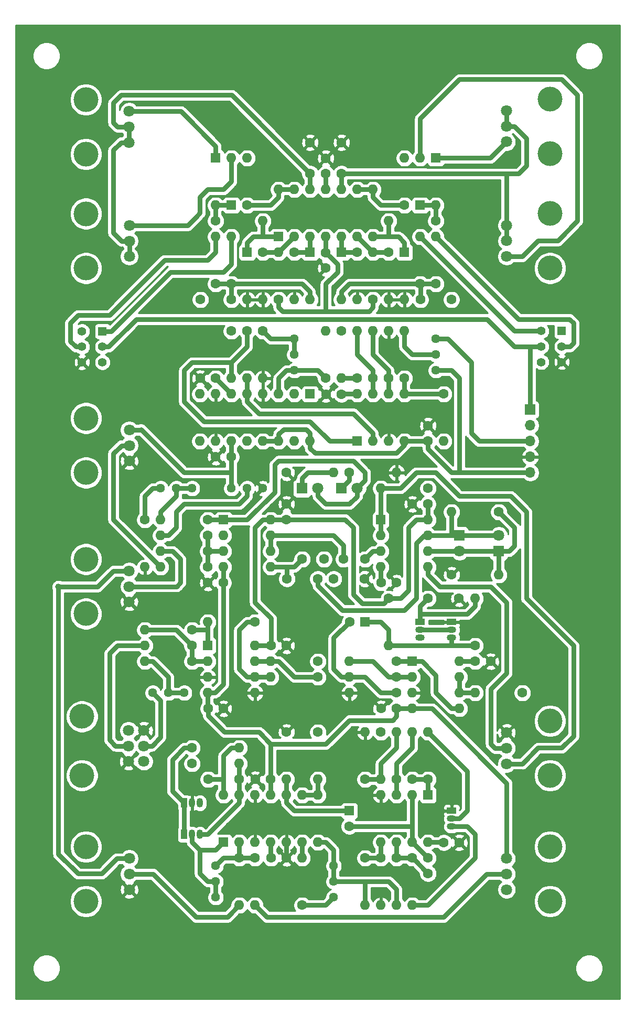
<source format=gbr>
G04 #@! TF.GenerationSoftware,KiCad,Pcbnew,(5.1.5)-3*
G04 #@! TF.CreationDate,2021-04-20T16:07:23+02:00*
G04 #@! TF.ProjectId,AnalogDrum_Snare,416e616c-6f67-4447-9275-6d5f536e6172,rev?*
G04 #@! TF.SameCoordinates,Original*
G04 #@! TF.FileFunction,Copper,L2,Bot*
G04 #@! TF.FilePolarity,Positive*
%FSLAX46Y46*%
G04 Gerber Fmt 4.6, Leading zero omitted, Abs format (unit mm)*
G04 Created by KiCad (PCBNEW (5.1.5)-3) date 2021-04-20 16:07:23*
%MOMM*%
%LPD*%
G04 APERTURE LIST*
%ADD10C,4.000000*%
%ADD11C,1.800000*%
%ADD12C,1.600000*%
%ADD13C,1.440000*%
%ADD14O,1.600000X1.600000*%
%ADD15R,1.600000X1.600000*%
%ADD16C,1.400000*%
%ADD17R,1.400000X1.400000*%
%ADD18R,1.500000X1.050000*%
%ADD19O,1.500000X1.050000*%
%ADD20R,1.050000X1.500000*%
%ADD21O,1.050000X1.500000*%
%ADD22O,1.700000X1.700000*%
%ADD23R,1.700000X1.700000*%
%ADD24R,1.800000X1.800000*%
%ADD25C,1.000000*%
%ADD26C,0.750000*%
%ADD27C,0.254000*%
G04 APERTURE END LIST*
D10*
X132080000Y-146685000D03*
X132080000Y-137885000D03*
D11*
X125080000Y-144785000D03*
X125080000Y-142285000D03*
X125080000Y-139785000D03*
D10*
X56515000Y-137160000D03*
X56515000Y-146660000D03*
D11*
X66515000Y-139410000D03*
X66515000Y-141910000D03*
X66515000Y-144410000D03*
X64015000Y-139410000D03*
X64015000Y-141910000D03*
X64015000Y-144410000D03*
D10*
X132095000Y-64765000D03*
X132095000Y-55965000D03*
D11*
X125095000Y-62865000D03*
X125095000Y-60365000D03*
X125095000Y-57865000D03*
D10*
X132080000Y-46265000D03*
X132080000Y-37465000D03*
D11*
X125080000Y-44365000D03*
X125080000Y-41865000D03*
X125080000Y-39365000D03*
D10*
X57150000Y-55970000D03*
X57150000Y-64770000D03*
D11*
X64150000Y-57870000D03*
X64150000Y-60370000D03*
X64150000Y-62870000D03*
D10*
X57135000Y-37555000D03*
X57135000Y-46355000D03*
D11*
X64135000Y-39455000D03*
X64135000Y-41955000D03*
X64135000Y-44455000D03*
D10*
X132080000Y-167005000D03*
X132080000Y-158205000D03*
D11*
X125080000Y-165105000D03*
X125080000Y-162605000D03*
X125080000Y-160105000D03*
D10*
X57150000Y-158205000D03*
X57150000Y-167005000D03*
D11*
X64150000Y-160105000D03*
X64150000Y-162605000D03*
X64150000Y-165105000D03*
D10*
X57135000Y-111765000D03*
X57135000Y-120565000D03*
D11*
X64135000Y-113665000D03*
X64135000Y-116165000D03*
X64135000Y-118665000D03*
D10*
X57150000Y-88990000D03*
X57150000Y-97790000D03*
D11*
X64150000Y-90890000D03*
X64150000Y-93390000D03*
X64150000Y-95890000D03*
D12*
X98425000Y-44490000D03*
X98425000Y-49490000D03*
X116165000Y-69850000D03*
X111165000Y-69850000D03*
X93345000Y-44490000D03*
X93345000Y-49490000D03*
X75645000Y-69850000D03*
X80645000Y-69850000D03*
X76875000Y-147320000D03*
X81875000Y-147320000D03*
X102155000Y-114935000D03*
X97155000Y-114935000D03*
X94615000Y-114935000D03*
X89615000Y-114935000D03*
X117395000Y-118110000D03*
X112395000Y-118110000D03*
D13*
X74295000Y-100330000D03*
X71755000Y-100330000D03*
X69215000Y-100330000D03*
D14*
X112395000Y-105410000D03*
X104775000Y-113030000D03*
X112395000Y-107950000D03*
X104775000Y-110490000D03*
X112395000Y-110490000D03*
X104775000Y-107950000D03*
X112395000Y-113030000D03*
D15*
X104775000Y-105410000D03*
D14*
X84455000Y-125730000D03*
X76835000Y-133350000D03*
X84455000Y-128270000D03*
X76835000Y-130810000D03*
X84455000Y-130810000D03*
X76835000Y-128270000D03*
X84455000Y-133350000D03*
D15*
X76835000Y-125730000D03*
D14*
X88265000Y-52070000D03*
X103505000Y-59690000D03*
X90805000Y-52070000D03*
X100965000Y-59690000D03*
X93345000Y-52070000D03*
X98425000Y-59690000D03*
X95885000Y-52070000D03*
X95885000Y-59690000D03*
X98425000Y-52070000D03*
X93345000Y-59690000D03*
X100965000Y-52070000D03*
X90805000Y-59690000D03*
X103505000Y-52070000D03*
D15*
X88265000Y-59690000D03*
D14*
X112395000Y-157480000D03*
X104775000Y-149860000D03*
X109855000Y-157480000D03*
X107315000Y-149860000D03*
X107315000Y-157480000D03*
X109855000Y-149860000D03*
X104775000Y-157480000D03*
D15*
X112395000Y-149860000D03*
D14*
X79375000Y-149860000D03*
X94615000Y-157480000D03*
X81915000Y-149860000D03*
X92075000Y-157480000D03*
X84455000Y-149860000D03*
X89535000Y-157480000D03*
X86995000Y-149860000D03*
X86995000Y-157480000D03*
X89535000Y-149860000D03*
X84455000Y-157480000D03*
X92075000Y-149860000D03*
X81915000Y-157480000D03*
X94615000Y-149860000D03*
D15*
X79375000Y-157480000D03*
D14*
X100965000Y-85090000D03*
X108585000Y-92710000D03*
X103505000Y-85090000D03*
X106045000Y-92710000D03*
X106045000Y-85090000D03*
X103505000Y-92710000D03*
X108585000Y-85090000D03*
D15*
X100965000Y-92710000D03*
D14*
X93345000Y-92710000D03*
X75565000Y-85090000D03*
X90805000Y-92710000D03*
X78105000Y-85090000D03*
X88265000Y-92710000D03*
X80645000Y-85090000D03*
X85725000Y-92710000D03*
X83185000Y-85090000D03*
X83185000Y-92710000D03*
X85725000Y-85090000D03*
X80645000Y-92710000D03*
X88265000Y-85090000D03*
X78105000Y-92710000D03*
X90805000Y-85090000D03*
X75565000Y-92710000D03*
D15*
X93345000Y-85090000D03*
D14*
X86995000Y-105410000D03*
X79375000Y-113030000D03*
X86995000Y-107950000D03*
X79375000Y-110490000D03*
X86995000Y-110490000D03*
X79375000Y-107950000D03*
X86995000Y-113030000D03*
D15*
X79375000Y-105410000D03*
D14*
X117475000Y-128270000D03*
X109855000Y-135890000D03*
X117475000Y-130810000D03*
X109855000Y-133350000D03*
X117475000Y-133350000D03*
X109855000Y-130810000D03*
X117475000Y-135890000D03*
D15*
X109855000Y-128270000D03*
D16*
X130685000Y-79930000D03*
X130685000Y-77430000D03*
X130685000Y-74930000D03*
X133985000Y-79930000D03*
X133985000Y-77430000D03*
D17*
X133985000Y-74930000D03*
D16*
X56515000Y-79970000D03*
X56515000Y-77470000D03*
X56515000Y-74970000D03*
X59815000Y-79970000D03*
X59815000Y-77470000D03*
D17*
X59815000Y-74970000D03*
D13*
X73025000Y-133350000D03*
X70485000Y-133350000D03*
X67945000Y-133350000D03*
X97155000Y-161290000D03*
X97155000Y-163830000D03*
X97155000Y-166370000D03*
X78105000Y-166370000D03*
X78105000Y-163830000D03*
X78105000Y-161290000D03*
X90805000Y-76200000D03*
X90805000Y-78740000D03*
X90805000Y-81280000D03*
X113665000Y-81280000D03*
X113665000Y-78740000D03*
X113665000Y-76200000D03*
X85725000Y-100330000D03*
X83185000Y-100330000D03*
X80645000Y-100330000D03*
D14*
X86995000Y-128270000D03*
D12*
X94615000Y-128270000D03*
D14*
X76835000Y-121920000D03*
D12*
X84455000Y-121920000D03*
D14*
X66675000Y-128270000D03*
D12*
X74295000Y-128270000D03*
D14*
X86995000Y-130810000D03*
D12*
X94615000Y-130810000D03*
D14*
X66675000Y-123190000D03*
D12*
X74295000Y-123190000D03*
D14*
X66675000Y-125730000D03*
D12*
X74295000Y-125730000D03*
D14*
X106045000Y-69850000D03*
D12*
X106045000Y-62230000D03*
D14*
X100965000Y-69850000D03*
D12*
X100965000Y-62230000D03*
D14*
X113665000Y-59690000D03*
D12*
X113665000Y-67310000D03*
D14*
X108585000Y-46990000D03*
D12*
X108585000Y-54610000D03*
D14*
X106045000Y-57150000D03*
D12*
X113665000Y-57150000D03*
D14*
X111125000Y-59690000D03*
D12*
X111125000Y-67310000D03*
D14*
X103505000Y-62230000D03*
D12*
X103505000Y-69850000D03*
D14*
X85725000Y-69850000D03*
D12*
X85725000Y-62230000D03*
D14*
X90805000Y-69850000D03*
D12*
X90805000Y-62230000D03*
D14*
X78105000Y-59690000D03*
D12*
X78105000Y-67310000D03*
D14*
X83185000Y-46990000D03*
D12*
X83185000Y-54610000D03*
D14*
X85725000Y-57150000D03*
D12*
X78105000Y-57150000D03*
D14*
X80645000Y-59690000D03*
D12*
X80645000Y-67310000D03*
D14*
X88265000Y-62230000D03*
D12*
X88265000Y-69850000D03*
D14*
X112395000Y-139700000D03*
D12*
X112395000Y-147320000D03*
D14*
X109855000Y-139700000D03*
D12*
X109855000Y-147320000D03*
D14*
X81915000Y-142240000D03*
D12*
X74295000Y-142240000D03*
D14*
X102235000Y-139700000D03*
D12*
X102235000Y-147320000D03*
D14*
X109855000Y-167640000D03*
D12*
X109855000Y-160020000D03*
D14*
X104775000Y-167640000D03*
D12*
X104775000Y-160020000D03*
D14*
X107315000Y-139700000D03*
D12*
X107315000Y-147320000D03*
D14*
X102235000Y-167640000D03*
D12*
X102235000Y-160020000D03*
D14*
X84455000Y-167640000D03*
D12*
X84455000Y-160020000D03*
D14*
X89535000Y-147320000D03*
D12*
X89535000Y-139700000D03*
D14*
X94615000Y-147320000D03*
D12*
X94615000Y-139700000D03*
D14*
X107315000Y-167640000D03*
D12*
X107315000Y-160020000D03*
D14*
X92075000Y-160020000D03*
D12*
X92075000Y-167640000D03*
D14*
X81915000Y-144780000D03*
D12*
X74295000Y-144780000D03*
D14*
X81915000Y-167640000D03*
D12*
X81915000Y-160020000D03*
D14*
X104775000Y-147320000D03*
D12*
X104775000Y-139700000D03*
D14*
X85725000Y-82550000D03*
D12*
X85725000Y-74930000D03*
D14*
X80645000Y-82550000D03*
D12*
X80645000Y-74930000D03*
D14*
X95885000Y-74930000D03*
D12*
X95885000Y-82550000D03*
D14*
X83185000Y-82550000D03*
D12*
X83185000Y-74930000D03*
D14*
X106045000Y-74930000D03*
D12*
X106045000Y-82550000D03*
D14*
X103505000Y-74930000D03*
D12*
X103505000Y-82550000D03*
D14*
X98425000Y-82550000D03*
D12*
X98425000Y-74930000D03*
D14*
X100965000Y-74930000D03*
D12*
X100965000Y-82550000D03*
D14*
X114935000Y-92710000D03*
D12*
X114935000Y-85090000D03*
D14*
X108585000Y-74930000D03*
D12*
X108585000Y-82550000D03*
D14*
X123825000Y-114300000D03*
D12*
X116205000Y-114300000D03*
D14*
X116205000Y-104140000D03*
D12*
X123825000Y-104140000D03*
D14*
X104775000Y-100330000D03*
D12*
X112395000Y-100330000D03*
D14*
X97155000Y-97790000D03*
D12*
X89535000Y-97790000D03*
D14*
X107315000Y-97790000D03*
D12*
X99695000Y-97790000D03*
D14*
X69215000Y-105410000D03*
D12*
X76835000Y-105410000D03*
D14*
X66675000Y-113030000D03*
D12*
X66675000Y-105410000D03*
D14*
X69215000Y-110490000D03*
D12*
X76835000Y-110490000D03*
D14*
X69215000Y-113030000D03*
D12*
X76835000Y-113030000D03*
D14*
X69215000Y-107950000D03*
D12*
X76835000Y-107950000D03*
D14*
X99695000Y-133350000D03*
D12*
X107315000Y-133350000D03*
D14*
X99695000Y-130810000D03*
D12*
X107315000Y-130810000D03*
D14*
X120015000Y-118110000D03*
D12*
X120015000Y-125730000D03*
D14*
X120015000Y-133350000D03*
D12*
X127635000Y-133350000D03*
D14*
X106045000Y-125730000D03*
D12*
X106045000Y-118110000D03*
D14*
X99695000Y-128270000D03*
D12*
X107315000Y-128270000D03*
D18*
X116205000Y-152400000D03*
D19*
X116205000Y-154940000D03*
X116205000Y-153670000D03*
D20*
X73025000Y-151130000D03*
D21*
X75565000Y-151130000D03*
X74295000Y-151130000D03*
D20*
X73025000Y-156210000D03*
D21*
X75565000Y-156210000D03*
X74295000Y-156210000D03*
D18*
X116205000Y-121920000D03*
D19*
X116205000Y-124460000D03*
X116205000Y-123190000D03*
D18*
X111125000Y-121920000D03*
D19*
X111125000Y-124460000D03*
X111125000Y-123190000D03*
D12*
X102235000Y-111760000D03*
X98735000Y-111760000D03*
X95575000Y-111760000D03*
X92075000Y-111760000D03*
D22*
X128905000Y-97790000D03*
X128905000Y-95250000D03*
X128905000Y-92710000D03*
X128905000Y-90170000D03*
D23*
X128905000Y-87630000D03*
D14*
X108585000Y-69850000D03*
D15*
X108585000Y-62230000D03*
D14*
X111125000Y-46990000D03*
D15*
X111125000Y-54610000D03*
D14*
X98425000Y-69850000D03*
D15*
X98425000Y-62230000D03*
D14*
X113665000Y-54610000D03*
D15*
X113665000Y-46990000D03*
D14*
X83185000Y-69850000D03*
D15*
X83185000Y-62230000D03*
D14*
X80645000Y-46990000D03*
D15*
X80645000Y-54610000D03*
D14*
X93345000Y-69850000D03*
D15*
X93345000Y-62230000D03*
D14*
X78105000Y-54610000D03*
D15*
X78105000Y-46990000D03*
D11*
X123825000Y-107950000D03*
D24*
X123825000Y-110490000D03*
D11*
X117475000Y-110490000D03*
D24*
X117475000Y-107950000D03*
D11*
X94615000Y-100330000D03*
D24*
X92075000Y-100330000D03*
D11*
X100965000Y-100330000D03*
D24*
X98425000Y-100330000D03*
D12*
X99695000Y-154900000D03*
D15*
X99695000Y-152400000D03*
D12*
X99735000Y-121920000D03*
D15*
X102235000Y-121920000D03*
D12*
X76875000Y-135890000D03*
X79375000Y-135890000D03*
X89535000Y-125730000D03*
X87035000Y-125730000D03*
X95885000Y-49530000D03*
X95885000Y-47030000D03*
X95885000Y-64770000D03*
X95885000Y-62270000D03*
X86995000Y-147320000D03*
X84495000Y-147320000D03*
X89535000Y-160020000D03*
X87035000Y-160020000D03*
X117435000Y-157520000D03*
X114935000Y-157520000D03*
X112395000Y-92710000D03*
X112395000Y-90210000D03*
X78105000Y-82550000D03*
X75605000Y-82550000D03*
X95925000Y-85130000D03*
X98425000Y-85130000D03*
X78105000Y-95250000D03*
X80605000Y-95250000D03*
X104815000Y-115570000D03*
X107315000Y-115570000D03*
X79335000Y-115570000D03*
X76835000Y-115570000D03*
X89535000Y-102870000D03*
X89535000Y-105370000D03*
X109855000Y-102870000D03*
X112355000Y-102870000D03*
X107315000Y-135890000D03*
X104815000Y-135890000D03*
X122515000Y-128270000D03*
X120015000Y-128270000D03*
X112395000Y-160020000D03*
X112395000Y-162520000D03*
D25*
X46990000Y-26670000D03*
X57150000Y-26670000D03*
X67310000Y-26670000D03*
X77470000Y-26670000D03*
X87630000Y-26670000D03*
X97790000Y-26670000D03*
X107950000Y-26670000D03*
X118110000Y-26670000D03*
X128270000Y-26670000D03*
X142240000Y-26670000D03*
X46990000Y-36830000D03*
X46990000Y-46990000D03*
X46990000Y-57150000D03*
X46990000Y-67310000D03*
X46990000Y-77470000D03*
X46990000Y-87630000D03*
X46990000Y-97790000D03*
X46990000Y-107950000D03*
X46990000Y-118110000D03*
X46990000Y-128270000D03*
X46990000Y-138430000D03*
X46990000Y-148590000D03*
X46990000Y-158750000D03*
X46990000Y-168910000D03*
X46990000Y-181610000D03*
X57150000Y-181610000D03*
X67310000Y-181610000D03*
X77470000Y-181610000D03*
X87630000Y-181610000D03*
X97790000Y-181610000D03*
X107950000Y-181610000D03*
X118110000Y-181610000D03*
X128270000Y-181610000D03*
X142240000Y-181610000D03*
X142240000Y-36830000D03*
X142240000Y-46990000D03*
X142240000Y-57150000D03*
X142240000Y-67310000D03*
X142240000Y-77470000D03*
X142240000Y-87630000D03*
X142240000Y-97790000D03*
X142240000Y-107950000D03*
X142240000Y-118110000D03*
X142240000Y-128270000D03*
X142240000Y-138430000D03*
X142240000Y-148590000D03*
X142240000Y-158750000D03*
X142240000Y-168910000D03*
X52705000Y-116205000D03*
D26*
X109855000Y-157480000D02*
X112395000Y-160020000D01*
X99695000Y-154900000D02*
X109815000Y-154900000D01*
X109815000Y-154900000D02*
X109855000Y-154940000D01*
X109855000Y-149860000D02*
X109855000Y-154940000D01*
X109855000Y-154940000D02*
X109855000Y-157480000D01*
X109895000Y-160020000D02*
X112395000Y-162520000D01*
X109855000Y-160020000D02*
X109895000Y-160020000D01*
X107315000Y-160020000D02*
X107315000Y-157480000D01*
X109855000Y-160020000D02*
X107315000Y-160020000D01*
X89535000Y-157480000D02*
X89535000Y-160020000D01*
X95885000Y-59690000D02*
X95885000Y-62270000D01*
X80645000Y-95210000D02*
X80605000Y-95250000D01*
X80645000Y-92710000D02*
X80645000Y-95210000D01*
X100925000Y-85130000D02*
X100965000Y-85090000D01*
X98465000Y-85090000D02*
X98425000Y-85130000D01*
X100965000Y-85090000D02*
X98465000Y-85090000D01*
X87035000Y-125730000D02*
X84455000Y-125730000D01*
X120015000Y-128270000D02*
X117475000Y-128270000D01*
X112355000Y-105370000D02*
X112395000Y-105410000D01*
X112355000Y-102870000D02*
X112355000Y-105370000D01*
X89495000Y-105410000D02*
X89535000Y-105370000D01*
X86995000Y-105410000D02*
X89495000Y-105410000D01*
X86995000Y-159980000D02*
X87035000Y-160020000D01*
X86995000Y-157480000D02*
X86995000Y-159980000D01*
X114895000Y-157480000D02*
X114935000Y-157520000D01*
X112395000Y-157480000D02*
X114895000Y-157480000D01*
X88265000Y-69850000D02*
X88265000Y-71120000D01*
X88265000Y-71120000D02*
X88900000Y-71755000D01*
X103505000Y-71120000D02*
X103505000Y-69850000D01*
X102870000Y-71755000D02*
X103505000Y-71120000D01*
X95885000Y-67310000D02*
X95885000Y-71755000D01*
X97790000Y-64135000D02*
X97790000Y-65405000D01*
X97790000Y-65405000D02*
X95885000Y-67310000D01*
X95885000Y-71755000D02*
X102870000Y-71755000D01*
X88900000Y-71755000D02*
X95885000Y-71755000D01*
X95885000Y-62270000D02*
X96684999Y-63069999D01*
X96684999Y-63069999D02*
X96724999Y-63069999D01*
X96724999Y-63069999D02*
X97790000Y-64135000D01*
X80605000Y-100290000D02*
X80645000Y-100330000D01*
X84455000Y-118745000D02*
X87035000Y-121325000D01*
X84455000Y-106680000D02*
X84455000Y-118745000D01*
X86995000Y-105410000D02*
X85725000Y-105410000D01*
X87035000Y-121325000D02*
X87035000Y-125730000D01*
X85725000Y-105410000D02*
X84455000Y-106680000D01*
X106045000Y-118110000D02*
X107950000Y-118110000D01*
X107950000Y-118110000D02*
X109220000Y-116840000D01*
X109220000Y-116840000D02*
X109220000Y-106680000D01*
X110490000Y-105410000D02*
X112395000Y-105410000D01*
X109220000Y-106680000D02*
X110490000Y-105410000D01*
X120650000Y-92710000D02*
X128905000Y-92710000D01*
X119380000Y-91440000D02*
X120650000Y-92710000D01*
X119380000Y-80010000D02*
X119380000Y-91440000D01*
X113665000Y-76200000D02*
X115570000Y-76200000D01*
X115570000Y-76200000D02*
X119380000Y-80010000D01*
X105245001Y-118909999D02*
X106045000Y-118110000D01*
X99020000Y-105370000D02*
X100330000Y-106680000D01*
X89535000Y-105370000D02*
X99020000Y-105370000D01*
X101764999Y-118909999D02*
X105245001Y-118909999D01*
X100330000Y-106680000D02*
X100330000Y-117475000D01*
X100330000Y-117475000D02*
X101764999Y-118909999D01*
X73025000Y-97790000D02*
X80645000Y-97790000D01*
X66040000Y-90805000D02*
X73025000Y-97790000D01*
X80605000Y-95250000D02*
X80645000Y-97790000D01*
X80645000Y-97790000D02*
X80605000Y-100290000D01*
X65955000Y-90890000D02*
X64150000Y-90890000D01*
X66040000Y-90805000D02*
X65955000Y-90890000D01*
X109855000Y-135890000D02*
X107315000Y-135890000D01*
X86995000Y-147320000D02*
X86995000Y-149860000D01*
X95885000Y-49530000D02*
X95885000Y-52070000D01*
X112395000Y-92710000D02*
X108585000Y-92710000D01*
X76835000Y-135850000D02*
X76875000Y-135890000D01*
X76835000Y-133350000D02*
X76835000Y-135850000D01*
X79335000Y-113070000D02*
X79375000Y-113030000D01*
X79335000Y-115570000D02*
X79335000Y-113070000D01*
X77966370Y-133350000D02*
X79375000Y-131941370D01*
X76835000Y-133350000D02*
X77966370Y-133350000D01*
X79335000Y-131901370D02*
X79335000Y-115570000D01*
X79375000Y-131941370D02*
X79335000Y-131901370D01*
X78105000Y-82550000D02*
X80645000Y-85090000D01*
X85725000Y-92710000D02*
X88265000Y-92710000D01*
X93345000Y-91440000D02*
X93345000Y-92710000D01*
X92710000Y-90805000D02*
X93345000Y-91440000D01*
X89038630Y-90805000D02*
X92710000Y-90805000D01*
X88265000Y-92710000D02*
X88265000Y-91578630D01*
X88265000Y-91578630D02*
X89038630Y-90805000D01*
X93345000Y-93841370D02*
X94118630Y-94615000D01*
X93345000Y-92710000D02*
X93345000Y-93841370D01*
X94118630Y-94615000D02*
X107315000Y-94615000D01*
X107315000Y-94615000D02*
X108585000Y-93345000D01*
X108585000Y-93345000D02*
X108585000Y-92710000D01*
X76875000Y-137021370D02*
X79553630Y-139700000D01*
X76875000Y-135890000D02*
X76875000Y-137021370D01*
X79553630Y-139700000D02*
X85090000Y-139700000D01*
X86995000Y-141605000D02*
X86995000Y-147320000D01*
X85090000Y-139700000D02*
X86995000Y-141605000D01*
X107315000Y-137160000D02*
X107315000Y-135890000D01*
X106680000Y-137795000D02*
X107315000Y-137160000D01*
X99695000Y-137795000D02*
X106680000Y-137795000D01*
X86995000Y-141605000D02*
X95885000Y-141605000D01*
X95885000Y-141605000D02*
X99695000Y-137795000D01*
X112395000Y-92710000D02*
X112395000Y-93980000D01*
X112395000Y-93980000D02*
X116205000Y-97790000D01*
X117475000Y-82550000D02*
X117475000Y-97790000D01*
X113665000Y-81280000D02*
X116205000Y-81280000D01*
X116205000Y-97790000D02*
X117475000Y-97790000D01*
X116205000Y-81280000D02*
X117475000Y-82550000D01*
X117475000Y-97790000D02*
X128905000Y-97790000D01*
X104775000Y-115530000D02*
X104815000Y-115570000D01*
X104775000Y-113030000D02*
X104775000Y-115530000D01*
X125080000Y-147940000D02*
X125080000Y-160105000D01*
X109855000Y-135890000D02*
X113030000Y-135890000D01*
X113030000Y-135890000D02*
X125080000Y-147940000D01*
X112395000Y-118110000D02*
X111125000Y-119380000D01*
X120015000Y-118110000D02*
X120015000Y-119380000D01*
X111125000Y-119380000D02*
X111125000Y-120650000D01*
X118745000Y-120650000D02*
X111125000Y-120650000D01*
X120015000Y-119380000D02*
X118745000Y-120650000D01*
X111125000Y-120650000D02*
X111125000Y-121920000D01*
X116205000Y-104140000D02*
X116205000Y-107950000D01*
X112395000Y-107950000D02*
X116205000Y-107950000D01*
X116205000Y-107950000D02*
X117475000Y-107950000D01*
X117475000Y-107950000D02*
X123825000Y-107950000D01*
X111760000Y-107950000D02*
X112395000Y-107950000D01*
X110490000Y-109220000D02*
X111760000Y-107950000D01*
X94615000Y-114935000D02*
X94615000Y-116066370D01*
X94615000Y-116066370D02*
X98563630Y-120015000D01*
X98563630Y-120015000D02*
X108585000Y-120015000D01*
X108585000Y-120015000D02*
X110490000Y-118110000D01*
X110490000Y-118110000D02*
X110490000Y-109220000D01*
X87035000Y-113070000D02*
X86995000Y-113030000D01*
X92075000Y-111760000D02*
X90805000Y-113030000D01*
X89615000Y-114935000D02*
X89615000Y-113110000D01*
X89615000Y-113110000D02*
X89535000Y-113030000D01*
X90805000Y-113030000D02*
X89535000Y-113030000D01*
X89535000Y-113030000D02*
X86995000Y-113030000D01*
X103505000Y-110490000D02*
X102235000Y-111760000D01*
X104775000Y-110490000D02*
X103505000Y-110490000D01*
X79375000Y-147320000D02*
X79375000Y-149860000D01*
X81915000Y-142240000D02*
X80645000Y-142240000D01*
X79375000Y-143510000D02*
X79375000Y-147320000D01*
X80645000Y-142240000D02*
X79375000Y-143510000D01*
X76875000Y-147320000D02*
X79375000Y-147320000D01*
X78105000Y-67310000D02*
X80645000Y-67310000D01*
X80645000Y-67310000D02*
X92075000Y-67310000D01*
X93345000Y-68580000D02*
X93345000Y-69850000D01*
X92075000Y-67310000D02*
X93345000Y-68580000D01*
X80645000Y-69850000D02*
X80645000Y-67310000D01*
X93345000Y-52070000D02*
X93345000Y-49490000D01*
X64135000Y-41955000D02*
X64135000Y-44455000D01*
X64150000Y-60370000D02*
X64150000Y-62870000D01*
X61595000Y-59087792D02*
X61595000Y-45720000D01*
X61595000Y-45720000D02*
X62860000Y-44455000D01*
X64150000Y-60370000D02*
X62877208Y-60370000D01*
X62860000Y-44455000D02*
X64135000Y-44455000D01*
X62877208Y-60370000D02*
X61595000Y-59087792D01*
X80685000Y-36830000D02*
X93345000Y-49490000D01*
X62275000Y-41955000D02*
X61595000Y-41275000D01*
X64135000Y-41955000D02*
X62275000Y-41955000D01*
X61595000Y-41275000D02*
X61595000Y-38100000D01*
X62865000Y-36830000D02*
X80685000Y-36830000D01*
X61595000Y-38100000D02*
X62865000Y-36830000D01*
X113665000Y-67310000D02*
X111125000Y-67310000D01*
X111125000Y-67310000D02*
X99695000Y-67310000D01*
X98425000Y-68580000D02*
X98425000Y-69850000D01*
X99695000Y-67310000D02*
X98425000Y-68580000D01*
X111165000Y-67350000D02*
X111125000Y-67310000D01*
X111165000Y-69850000D02*
X111165000Y-67350000D01*
X98425000Y-49490000D02*
X98425000Y-52070000D01*
X128270000Y-48260000D02*
X128270000Y-43815000D01*
X128270000Y-43815000D02*
X126365000Y-41910000D01*
X126352792Y-41865000D02*
X125080000Y-41865000D01*
X126365000Y-41877208D02*
X126352792Y-41865000D01*
X126365000Y-41910000D02*
X126365000Y-41877208D01*
X125095000Y-60365000D02*
X125095000Y-57865000D01*
X125095000Y-57865000D02*
X125095000Y-49530000D01*
X98425000Y-49490000D02*
X125095000Y-49530000D01*
X127000000Y-49530000D02*
X128270000Y-48260000D01*
X125095000Y-49530000D02*
X127000000Y-49530000D01*
X125080000Y-39365000D02*
X125080000Y-41865000D01*
X99735000Y-121920000D02*
X98465000Y-123190000D01*
X98465000Y-123190000D02*
X98425000Y-123190000D01*
X98425000Y-123190000D02*
X97155000Y-124460000D01*
X97155000Y-124460000D02*
X97155000Y-129540000D01*
X98425000Y-130810000D02*
X99695000Y-130810000D01*
X97155000Y-129540000D02*
X98425000Y-130810000D01*
X99695000Y-130810000D02*
X102235000Y-130810000D01*
X104775000Y-133350000D02*
X107315000Y-133350000D01*
X102235000Y-130810000D02*
X104775000Y-133350000D01*
X102235000Y-121920000D02*
X104775000Y-121920000D01*
X106045000Y-123190000D02*
X106045000Y-125730000D01*
X104775000Y-121920000D02*
X106045000Y-123190000D01*
X116205000Y-124460000D02*
X116205000Y-125730000D01*
X106045000Y-125730000D02*
X116205000Y-125730000D01*
X116205000Y-125730000D02*
X120015000Y-125730000D01*
X89535000Y-147320000D02*
X89535000Y-149860000D01*
X90805000Y-152400000D02*
X99695000Y-152400000D01*
X89535000Y-149860000D02*
X89535000Y-151130000D01*
X89535000Y-151130000D02*
X90805000Y-152400000D01*
X76835000Y-105410000D02*
X79375000Y-105410000D01*
X100965000Y-101602792D02*
X100965000Y-100330000D01*
X99697792Y-102870000D02*
X100965000Y-101602792D01*
X97155000Y-102870000D02*
X99697792Y-102870000D01*
X94615000Y-100330000D02*
X94615000Y-101600000D01*
X94615000Y-101600000D02*
X95885000Y-102870000D01*
X95885000Y-102870000D02*
X97155000Y-102870000D01*
X102235000Y-99060000D02*
X100965000Y-100330000D01*
X100330000Y-95885000D02*
X102235000Y-97790000D01*
X83185000Y-105410000D02*
X87630000Y-100965000D01*
X79375000Y-105410000D02*
X83185000Y-105410000D01*
X87630000Y-100965000D02*
X87630000Y-96520000D01*
X102235000Y-97790000D02*
X102235000Y-99060000D01*
X87630000Y-96520000D02*
X88265000Y-95885000D01*
X88265000Y-95885000D02*
X100330000Y-95885000D01*
X99695000Y-99060000D02*
X98425000Y-100330000D01*
X99695000Y-97790000D02*
X99695000Y-99060000D01*
X92075000Y-98680000D02*
X92075000Y-100330000D01*
X92965000Y-97790000D02*
X92075000Y-98680000D01*
X97155000Y-97790000D02*
X92965000Y-97790000D01*
X125475000Y-110490000D02*
X123825000Y-110490000D01*
X126365000Y-109600000D02*
X125475000Y-110490000D01*
X126365000Y-106680000D02*
X126365000Y-109600000D01*
X123825000Y-104140000D02*
X126365000Y-106680000D01*
X112395000Y-110490000D02*
X117475000Y-110490000D01*
X117475000Y-110490000D02*
X123825000Y-110490000D01*
X123825000Y-110490000D02*
X123825000Y-114300000D01*
X80645000Y-54610000D02*
X78105000Y-54610000D01*
X78105000Y-54610000D02*
X78105000Y-57150000D01*
X64135000Y-39455000D02*
X72475000Y-39455000D01*
X78105000Y-45085000D02*
X78105000Y-46990000D01*
X72475000Y-39455000D02*
X78105000Y-45085000D01*
X90805000Y-62230000D02*
X93345000Y-62230000D01*
X93345000Y-62230000D02*
X93345000Y-59690000D01*
X75565000Y-55880000D02*
X75565000Y-53340000D01*
X75565000Y-53340000D02*
X76835000Y-52070000D01*
X76835000Y-52070000D02*
X79375000Y-52070000D01*
X80645000Y-50800000D02*
X80645000Y-46990000D01*
X79375000Y-52070000D02*
X80645000Y-50800000D01*
X73575000Y-57870000D02*
X74930000Y-56515000D01*
X64150000Y-57870000D02*
X73575000Y-57870000D01*
X74930000Y-56515000D02*
X75565000Y-55880000D01*
X83185000Y-60680000D02*
X83185000Y-62230000D01*
X84175000Y-59690000D02*
X83185000Y-60680000D01*
X85725000Y-57150000D02*
X85725000Y-59690000D01*
X88265000Y-59690000D02*
X85725000Y-59690000D01*
X85725000Y-59690000D02*
X84175000Y-59690000D01*
X111125000Y-54610000D02*
X113665000Y-54610000D01*
X113665000Y-54610000D02*
X113665000Y-57150000D01*
X122455000Y-46990000D02*
X125080000Y-44365000D01*
X113665000Y-46990000D02*
X122455000Y-46990000D01*
X98425000Y-59690000D02*
X98425000Y-62230000D01*
X98425000Y-62230000D02*
X100965000Y-62230000D01*
X127635000Y-62865000D02*
X125095000Y-62865000D01*
X133350000Y-60325000D02*
X130175000Y-60325000D01*
X136525000Y-57150000D02*
X133350000Y-60325000D01*
X130175000Y-60325000D02*
X127635000Y-62865000D01*
X111125000Y-40640000D02*
X117475000Y-34290000D01*
X111125000Y-46990000D02*
X111125000Y-40640000D01*
X136525000Y-36830000D02*
X136525000Y-57150000D01*
X117475000Y-34290000D02*
X133985000Y-34290000D01*
X133985000Y-34290000D02*
X136525000Y-36830000D01*
X108585000Y-60680000D02*
X108585000Y-62230000D01*
X107595000Y-59690000D02*
X108585000Y-60680000D01*
X103505000Y-59690000D02*
X106045000Y-59690000D01*
X106045000Y-57150000D02*
X106045000Y-59690000D01*
X106045000Y-59690000D02*
X107595000Y-59690000D01*
X65249949Y-73025000D02*
X121920000Y-73025000D01*
X59815000Y-77470000D02*
X60804949Y-77470000D01*
X60804949Y-77470000D02*
X65249949Y-73025000D01*
X128905000Y-87630000D02*
X128905000Y-86030000D01*
X121920000Y-73025000D02*
X126365000Y-77470000D01*
X128905000Y-86030000D02*
X128905000Y-77470000D01*
X128905000Y-77470000D02*
X130685000Y-77430000D01*
X126405000Y-77430000D02*
X130685000Y-77430000D01*
X126365000Y-77470000D02*
X126405000Y-77430000D01*
X116205000Y-123190000D02*
X111125000Y-123190000D01*
X73025000Y-151130000D02*
X73025000Y-156210000D01*
X73025000Y-142240000D02*
X74295000Y-142240000D01*
X71120000Y-144145000D02*
X73025000Y-142240000D01*
X73025000Y-151130000D02*
X71120000Y-149225000D01*
X71120000Y-149225000D02*
X71120000Y-144145000D01*
X78105000Y-166370000D02*
X78105000Y-163830000D01*
X78105000Y-158750000D02*
X79375000Y-157480000D01*
X75565000Y-158750000D02*
X78105000Y-158750000D01*
X74295000Y-156210000D02*
X74295000Y-157480000D01*
X74295000Y-157480000D02*
X75565000Y-158750000D01*
X78105000Y-163830000D02*
X76835000Y-163830000D01*
X75565000Y-162560000D02*
X75565000Y-158750000D01*
X76835000Y-163830000D02*
X75565000Y-162560000D01*
X92075000Y-157480000D02*
X92075000Y-160020000D01*
X118745000Y-154940000D02*
X116205000Y-154940000D01*
X120015000Y-156210000D02*
X118745000Y-154940000D01*
X109855000Y-167640000D02*
X112395000Y-167640000D01*
X120015000Y-160020000D02*
X120015000Y-156210000D01*
X112395000Y-167640000D02*
X120015000Y-160020000D01*
X117475000Y-153670000D02*
X116205000Y-153670000D01*
X118745000Y-152400000D02*
X117475000Y-153670000D01*
X112395000Y-139700000D02*
X118745000Y-146050000D01*
X118745000Y-146050000D02*
X118745000Y-152400000D01*
X99695000Y-128270000D02*
X103505000Y-128270000D01*
X106045000Y-130810000D02*
X107315000Y-130810000D01*
X103505000Y-128270000D02*
X106045000Y-130810000D01*
X107315000Y-130810000D02*
X109855000Y-130810000D01*
X107315000Y-128270000D02*
X109855000Y-128270000D01*
X111405000Y-128270000D02*
X113665000Y-130530000D01*
X109855000Y-128270000D02*
X111405000Y-128270000D01*
X113665000Y-130530000D02*
X113665000Y-133350000D01*
X116205000Y-135890000D02*
X117475000Y-135890000D01*
X113665000Y-133350000D02*
X116205000Y-135890000D01*
X117475000Y-130810000D02*
X117475000Y-133350000D01*
X117475000Y-133350000D02*
X120015000Y-133350000D01*
X83185000Y-100330000D02*
X83185000Y-101600000D01*
X83185000Y-101600000D02*
X81915000Y-102870000D01*
X81915000Y-102870000D02*
X73025000Y-102870000D01*
X73025000Y-102870000D02*
X71755000Y-104140000D01*
X71755000Y-104140000D02*
X71755000Y-106680000D01*
X70485000Y-107950000D02*
X69215000Y-107950000D01*
X71755000Y-106680000D02*
X70485000Y-107950000D01*
X76835000Y-107950000D02*
X76835000Y-110490000D01*
X76835000Y-110490000D02*
X79375000Y-110490000D01*
X76835000Y-110490000D02*
X76835000Y-113030000D01*
X61595000Y-105410000D02*
X69215000Y-113030000D01*
X61595000Y-94672208D02*
X61595000Y-105410000D01*
X62877208Y-93390000D02*
X61595000Y-94672208D01*
X64150000Y-93390000D02*
X62877208Y-93390000D01*
X71120000Y-110490000D02*
X72390000Y-111760000D01*
X69215000Y-110490000D02*
X71120000Y-110490000D01*
X72390000Y-111760000D02*
X72390000Y-115570000D01*
X71795000Y-116165000D02*
X72390000Y-115570000D01*
X64135000Y-116165000D02*
X71795000Y-116165000D01*
X69215000Y-100330000D02*
X67945000Y-100330000D01*
X66675000Y-101600000D02*
X66675000Y-105410000D01*
X67945000Y-100330000D02*
X66675000Y-101600000D01*
X69215000Y-105410000D02*
X69215000Y-104140000D01*
X71755000Y-101600000D02*
X71755000Y-100330000D01*
X69215000Y-104140000D02*
X71755000Y-101600000D01*
X71755000Y-100330000D02*
X74295000Y-100330000D01*
X104775000Y-105410000D02*
X104775000Y-107950000D01*
X104775000Y-100330000D02*
X104775000Y-105410000D01*
X127630000Y-144785000D02*
X125080000Y-144785000D01*
X130175000Y-142240000D02*
X127630000Y-144785000D01*
X117475000Y-101600000D02*
X125730000Y-101600000D01*
X113665000Y-97790000D02*
X117475000Y-101600000D01*
X110490000Y-97790000D02*
X113665000Y-97790000D01*
X125730000Y-101600000D02*
X128270000Y-104140000D01*
X135890000Y-140335000D02*
X133985000Y-142240000D01*
X107950000Y-100330000D02*
X110490000Y-97790000D01*
X135890000Y-125730000D02*
X135890000Y-140335000D01*
X104775000Y-100330000D02*
X107950000Y-100330000D01*
X128270000Y-104140000D02*
X128270000Y-118110000D01*
X128270000Y-118110000D02*
X135890000Y-125730000D01*
X133985000Y-142240000D02*
X130175000Y-142240000D01*
X108585000Y-74930000D02*
X108585000Y-77470000D01*
X109855000Y-78740000D02*
X113665000Y-78740000D01*
X108585000Y-77470000D02*
X109855000Y-78740000D01*
X108585000Y-82550000D02*
X108585000Y-85090000D01*
X114935000Y-85090000D02*
X108585000Y-85090000D01*
X103505000Y-82550000D02*
X103505000Y-81280000D01*
X100965000Y-78740000D02*
X100965000Y-74930000D01*
X103505000Y-81280000D02*
X100965000Y-78740000D01*
X103505000Y-85090000D02*
X103505000Y-82550000D01*
X100965000Y-82550000D02*
X98425000Y-82550000D01*
X106045000Y-85090000D02*
X106045000Y-82550000D01*
X103505000Y-74930000D02*
X103505000Y-78740000D01*
X106045000Y-81280000D02*
X106045000Y-82550000D01*
X103505000Y-78740000D02*
X106045000Y-81280000D01*
X83185000Y-82550000D02*
X83185000Y-85090000D01*
X100330000Y-88265000D02*
X103505000Y-91440000D01*
X103505000Y-91440000D02*
X103505000Y-92710000D01*
X83185000Y-85090000D02*
X83185000Y-86360000D01*
X85090000Y-88265000D02*
X100330000Y-88265000D01*
X83185000Y-86360000D02*
X85090000Y-88265000D01*
X83185000Y-74930000D02*
X83185000Y-77470000D01*
X80645000Y-80010000D02*
X80645000Y-82550000D01*
X83185000Y-77470000D02*
X80645000Y-80010000D01*
X74295000Y-80010000D02*
X80645000Y-80010000D01*
X73025000Y-81280000D02*
X74295000Y-80010000D01*
X96520000Y-92710000D02*
X93345000Y-89535000D01*
X100965000Y-92710000D02*
X96520000Y-92710000D01*
X73025000Y-86360000D02*
X73025000Y-81280000D01*
X93345000Y-89535000D02*
X76200000Y-89535000D01*
X76200000Y-89535000D02*
X73025000Y-86360000D01*
X90805000Y-81280000D02*
X89535000Y-81280000D01*
X88265000Y-82550000D02*
X88265000Y-85090000D01*
X89535000Y-81280000D02*
X88265000Y-82550000D01*
X94615000Y-81280000D02*
X95885000Y-82550000D01*
X90805000Y-81280000D02*
X94615000Y-81280000D01*
X85725000Y-74930000D02*
X86995000Y-76200000D01*
X86995000Y-76200000D02*
X90805000Y-76200000D01*
X90805000Y-76200000D02*
X90805000Y-78740000D01*
X102235000Y-147320000D02*
X104775000Y-147320000D01*
X104775000Y-147320000D02*
X104775000Y-144780000D01*
X107315000Y-142240000D02*
X107315000Y-139700000D01*
X104775000Y-144780000D02*
X107315000Y-142240000D01*
X80010000Y-169545000D02*
X81915000Y-167640000D01*
X67990000Y-162605000D02*
X74930000Y-169545000D01*
X64150000Y-162605000D02*
X67990000Y-162605000D01*
X74930000Y-169545000D02*
X80010000Y-169545000D01*
X84455000Y-160020000D02*
X81915000Y-160020000D01*
X81915000Y-157480000D02*
X81915000Y-160020000D01*
X78105000Y-161290000D02*
X79375000Y-160020000D01*
X79375000Y-160020000D02*
X81915000Y-160020000D01*
X95885000Y-167640000D02*
X97155000Y-166370000D01*
X92075000Y-167640000D02*
X95885000Y-167640000D01*
X102235000Y-167640000D02*
X102235000Y-163830000D01*
X102235000Y-163830000D02*
X97155000Y-163830000D01*
X97155000Y-161290000D02*
X97155000Y-163830000D01*
X102235000Y-163830000D02*
X106045000Y-163830000D01*
X107315000Y-165100000D02*
X107315000Y-167640000D01*
X106045000Y-163830000D02*
X107315000Y-165100000D01*
X94615000Y-157480000D02*
X95885000Y-157480000D01*
X97155000Y-158750000D02*
X97155000Y-161290000D01*
X95885000Y-157480000D02*
X97155000Y-158750000D01*
X92075000Y-149860000D02*
X94615000Y-149860000D01*
X94615000Y-147320000D02*
X94615000Y-149860000D01*
X84455000Y-167640000D02*
X86360000Y-169545000D01*
X86360000Y-169545000D02*
X114935000Y-169545000D01*
X121875000Y-162605000D02*
X125080000Y-162605000D01*
X114935000Y-169545000D02*
X121875000Y-162605000D01*
X104775000Y-157480000D02*
X104775000Y-160020000D01*
X102235000Y-160020000D02*
X104775000Y-160020000D01*
X107315000Y-147320000D02*
X107315000Y-149860000D01*
X109855000Y-139700000D02*
X109855000Y-142240000D01*
X107315000Y-144780000D02*
X107315000Y-147320000D01*
X109855000Y-142240000D02*
X107315000Y-144780000D01*
X109855000Y-147320000D02*
X112395000Y-147320000D01*
X112395000Y-147320000D02*
X112395000Y-149860000D01*
X85725000Y-62230000D02*
X88265000Y-62230000D01*
X88265000Y-62230000D02*
X90805000Y-59690000D01*
X80645000Y-64135000D02*
X80645000Y-59690000D01*
X79375000Y-65405000D02*
X80645000Y-64135000D01*
X70830000Y-65405000D02*
X79375000Y-65405000D01*
X59815000Y-74970000D02*
X61265000Y-74970000D01*
X61265000Y-74970000D02*
X70830000Y-65405000D01*
X61595000Y-113665000D02*
X64135000Y-113665000D01*
X59055000Y-116205000D02*
X61595000Y-113665000D01*
X55245000Y-116205000D02*
X59055000Y-116205000D01*
X62145000Y-160105000D02*
X64150000Y-160105000D01*
X59690000Y-162560000D02*
X62145000Y-160105000D01*
X55245000Y-116205000D02*
X52705000Y-116205000D01*
X52705000Y-116205000D02*
X52705000Y-159385000D01*
X52705000Y-159385000D02*
X55880000Y-162560000D01*
X55880000Y-162560000D02*
X59690000Y-162560000D01*
X83185000Y-54610000D02*
X86995000Y-54610000D01*
X88265000Y-53340000D02*
X88265000Y-52070000D01*
X86995000Y-54610000D02*
X88265000Y-53340000D01*
X88265000Y-52070000D02*
X90805000Y-52070000D01*
X76835000Y-63500000D02*
X78105000Y-62230000D01*
X69850000Y-63500000D02*
X76835000Y-63500000D01*
X55525051Y-77470000D02*
X54610000Y-76554949D01*
X78105000Y-62230000D02*
X78105000Y-59690000D01*
X56515000Y-77470000D02*
X55525051Y-77470000D01*
X55880000Y-72390000D02*
X60960000Y-72390000D01*
X60960000Y-72390000D02*
X69850000Y-63500000D01*
X54610000Y-73660000D02*
X55880000Y-72390000D01*
X54610000Y-76554949D02*
X54610000Y-73660000D01*
X100965000Y-59690000D02*
X103505000Y-62230000D01*
X103505000Y-62230000D02*
X106045000Y-62230000D01*
X126365000Y-74930000D02*
X111125000Y-59690000D01*
X130685000Y-74930000D02*
X126365000Y-74930000D01*
X108585000Y-54610000D02*
X104775000Y-54610000D01*
X103505000Y-53340000D02*
X103505000Y-52070000D01*
X104775000Y-54610000D02*
X103505000Y-53340000D01*
X100965000Y-52070000D02*
X103505000Y-52070000D01*
X135295000Y-77430000D02*
X133985000Y-77430000D01*
X127000000Y-73025000D02*
X135255000Y-73025000D01*
X135255000Y-73025000D02*
X135890000Y-73660000D01*
X135890000Y-73660000D02*
X135890000Y-76835000D01*
X113665000Y-59690000D02*
X127000000Y-73025000D01*
X135890000Y-76835000D02*
X135295000Y-77430000D01*
X61900000Y-141910000D02*
X64015000Y-141910000D01*
X60960000Y-140970000D02*
X61900000Y-141910000D01*
X60960000Y-127000000D02*
X60960000Y-140970000D01*
X66675000Y-125730000D02*
X62230000Y-125730000D01*
X62230000Y-125730000D02*
X60960000Y-127000000D01*
X71755000Y-123190000D02*
X74295000Y-125730000D01*
X66675000Y-123190000D02*
X71755000Y-123190000D01*
X74295000Y-125730000D02*
X74295000Y-128270000D01*
X74295000Y-128270000D02*
X76835000Y-128270000D01*
X74295000Y-123190000D02*
X76835000Y-123190000D01*
X76835000Y-121920000D02*
X76835000Y-123190000D01*
X76835000Y-123190000D02*
X76835000Y-125730000D01*
X86995000Y-130810000D02*
X84455000Y-130810000D01*
X84455000Y-121920000D02*
X83185000Y-121920000D01*
X83185000Y-121920000D02*
X81915000Y-123190000D01*
X81915000Y-123190000D02*
X81915000Y-129540000D01*
X83185000Y-130810000D02*
X84455000Y-130810000D01*
X81915000Y-129540000D02*
X83185000Y-130810000D01*
X84455000Y-128270000D02*
X86995000Y-128270000D01*
X86995000Y-128270000D02*
X88265000Y-128270000D01*
X90805000Y-130810000D02*
X94615000Y-130810000D01*
X88265000Y-128270000D02*
X90805000Y-130810000D01*
X66675000Y-128270000D02*
X67945000Y-128270000D01*
X70485000Y-130810000D02*
X70485000Y-133350000D01*
X67945000Y-128270000D02*
X70485000Y-130810000D01*
X70485000Y-133350000D02*
X73025000Y-133350000D01*
X67787792Y-141910000D02*
X69215000Y-140482792D01*
X66515000Y-141910000D02*
X67787792Y-141910000D01*
X69215000Y-134620000D02*
X67945000Y-133350000D01*
X69215000Y-140482792D02*
X69215000Y-134620000D01*
X112395000Y-114300000D02*
X112395000Y-113030000D01*
X114300000Y-116205000D02*
X112395000Y-114300000D01*
X122555000Y-116205000D02*
X114300000Y-116205000D01*
X125080000Y-142285000D02*
X123235000Y-142285000D01*
X123235000Y-142285000D02*
X122555000Y-141605000D01*
X122555000Y-141605000D02*
X122555000Y-132715000D01*
X125095000Y-130175000D02*
X125095000Y-118745000D01*
X122555000Y-132715000D02*
X125095000Y-130175000D01*
X125095000Y-118745000D02*
X122555000Y-116205000D01*
X76840000Y-156210000D02*
X79380000Y-153670000D01*
X75565000Y-156210000D02*
X76840000Y-156210000D01*
X79380000Y-153670000D02*
X79380000Y-153665000D01*
X81915000Y-151130000D02*
X81915000Y-149860000D01*
X79380000Y-153665000D02*
X81915000Y-151130000D01*
X81875000Y-149820000D02*
X81915000Y-149860000D01*
X81875000Y-147320000D02*
X81875000Y-149820000D01*
X81915000Y-147280000D02*
X81875000Y-147320000D01*
X81915000Y-144780000D02*
X81915000Y-147280000D01*
X86995000Y-107950000D02*
X86995000Y-110490000D01*
X98735000Y-109530000D02*
X98735000Y-111760000D01*
X86995000Y-107950000D02*
X97155000Y-107950000D01*
X97155000Y-107950000D02*
X98735000Y-109530000D01*
D27*
G36*
X143383000Y-182753000D02*
G01*
X45847000Y-182753000D01*
X45847000Y-177579872D01*
X48565000Y-177579872D01*
X48565000Y-178020128D01*
X48650890Y-178451925D01*
X48819369Y-178858669D01*
X49063962Y-179224729D01*
X49375271Y-179536038D01*
X49741331Y-179780631D01*
X50148075Y-179949110D01*
X50579872Y-180035000D01*
X51020128Y-180035000D01*
X51451925Y-179949110D01*
X51858669Y-179780631D01*
X52224729Y-179536038D01*
X52536038Y-179224729D01*
X52780631Y-178858669D01*
X52949110Y-178451925D01*
X53035000Y-178020128D01*
X53035000Y-177579872D01*
X136195000Y-177579872D01*
X136195000Y-178020128D01*
X136280890Y-178451925D01*
X136449369Y-178858669D01*
X136693962Y-179224729D01*
X137005271Y-179536038D01*
X137371331Y-179780631D01*
X137778075Y-179949110D01*
X138209872Y-180035000D01*
X138650128Y-180035000D01*
X139081925Y-179949110D01*
X139488669Y-179780631D01*
X139854729Y-179536038D01*
X140166038Y-179224729D01*
X140410631Y-178858669D01*
X140579110Y-178451925D01*
X140665000Y-178020128D01*
X140665000Y-177579872D01*
X140579110Y-177148075D01*
X140410631Y-176741331D01*
X140166038Y-176375271D01*
X139854729Y-176063962D01*
X139488669Y-175819369D01*
X139081925Y-175650890D01*
X138650128Y-175565000D01*
X138209872Y-175565000D01*
X137778075Y-175650890D01*
X137371331Y-175819369D01*
X137005271Y-176063962D01*
X136693962Y-176375271D01*
X136449369Y-176741331D01*
X136280890Y-177148075D01*
X136195000Y-177579872D01*
X53035000Y-177579872D01*
X52949110Y-177148075D01*
X52780631Y-176741331D01*
X52536038Y-176375271D01*
X52224729Y-176063962D01*
X51858669Y-175819369D01*
X51451925Y-175650890D01*
X51020128Y-175565000D01*
X50579872Y-175565000D01*
X50148075Y-175650890D01*
X49741331Y-175819369D01*
X49375271Y-176063962D01*
X49063962Y-176375271D01*
X48819369Y-176741331D01*
X48650890Y-177148075D01*
X48565000Y-177579872D01*
X45847000Y-177579872D01*
X45847000Y-166745475D01*
X54515000Y-166745475D01*
X54515000Y-167264525D01*
X54616261Y-167773601D01*
X54814893Y-168253141D01*
X55103262Y-168684715D01*
X55470285Y-169051738D01*
X55901859Y-169340107D01*
X56381399Y-169538739D01*
X56890475Y-169640000D01*
X57409525Y-169640000D01*
X57918601Y-169538739D01*
X58398141Y-169340107D01*
X58829715Y-169051738D01*
X59196738Y-168684715D01*
X59485107Y-168253141D01*
X59683739Y-167773601D01*
X59785000Y-167264525D01*
X59785000Y-166745475D01*
X59683739Y-166236399D01*
X59655855Y-166169080D01*
X63265525Y-166169080D01*
X63349208Y-166423261D01*
X63621775Y-166554158D01*
X63914642Y-166629365D01*
X64216553Y-166645991D01*
X64515907Y-166603397D01*
X64801199Y-166503222D01*
X64950792Y-166423261D01*
X65034475Y-166169080D01*
X64150000Y-165284605D01*
X63265525Y-166169080D01*
X59655855Y-166169080D01*
X59485107Y-165756859D01*
X59196738Y-165325285D01*
X59043006Y-165171553D01*
X62609009Y-165171553D01*
X62651603Y-165470907D01*
X62751778Y-165756199D01*
X62831739Y-165905792D01*
X63085920Y-165989475D01*
X63970395Y-165105000D01*
X64329605Y-165105000D01*
X65214080Y-165989475D01*
X65468261Y-165905792D01*
X65599158Y-165633225D01*
X65674365Y-165340358D01*
X65690991Y-165038447D01*
X65648397Y-164739093D01*
X65548222Y-164453801D01*
X65468261Y-164304208D01*
X65214080Y-164220525D01*
X64329605Y-165105000D01*
X63970395Y-165105000D01*
X63085920Y-164220525D01*
X62831739Y-164304208D01*
X62700842Y-164576775D01*
X62625635Y-164869642D01*
X62609009Y-165171553D01*
X59043006Y-165171553D01*
X58829715Y-164958262D01*
X58398141Y-164669893D01*
X57918601Y-164471261D01*
X57409525Y-164370000D01*
X56890475Y-164370000D01*
X56381399Y-164471261D01*
X55901859Y-164669893D01*
X55470285Y-164958262D01*
X55103262Y-165325285D01*
X54814893Y-165756859D01*
X54616261Y-166236399D01*
X54515000Y-166745475D01*
X45847000Y-166745475D01*
X45847000Y-116093212D01*
X51570000Y-116093212D01*
X51570000Y-116316788D01*
X51613617Y-116536067D01*
X51695000Y-116732542D01*
X51695001Y-159335382D01*
X51690114Y-159385000D01*
X51709615Y-159582994D01*
X51767368Y-159773379D01*
X51838793Y-159907006D01*
X51861154Y-159948840D01*
X51987368Y-160102633D01*
X52025901Y-160134256D01*
X55130739Y-163239094D01*
X55162367Y-163277633D01*
X55316160Y-163403847D01*
X55491620Y-163497632D01*
X55682006Y-163555385D01*
X55830392Y-163570000D01*
X55830394Y-163570000D01*
X55879999Y-163574886D01*
X55929604Y-163570000D01*
X59640392Y-163570000D01*
X59690000Y-163574886D01*
X59800435Y-163564009D01*
X59887994Y-163555385D01*
X60078380Y-163497632D01*
X60253840Y-163403847D01*
X60407633Y-163277633D01*
X60439261Y-163239094D01*
X62563355Y-161115000D01*
X62989183Y-161115000D01*
X63171495Y-161297312D01*
X63257831Y-161355000D01*
X63171495Y-161412688D01*
X62957688Y-161626495D01*
X62789701Y-161877905D01*
X62673989Y-162157257D01*
X62615000Y-162453816D01*
X62615000Y-162756184D01*
X62673989Y-163052743D01*
X62789701Y-163332095D01*
X62957688Y-163583505D01*
X63171495Y-163797312D01*
X63314310Y-163892738D01*
X63265525Y-164040920D01*
X64150000Y-164925395D01*
X65034475Y-164040920D01*
X64985690Y-163892738D01*
X65128505Y-163797312D01*
X65310817Y-163615000D01*
X67571645Y-163615000D01*
X74180739Y-170224094D01*
X74212367Y-170262633D01*
X74366160Y-170388847D01*
X74541620Y-170482632D01*
X74732006Y-170540385D01*
X74880392Y-170555000D01*
X74880394Y-170555000D01*
X74929999Y-170559886D01*
X74979604Y-170555000D01*
X79960392Y-170555000D01*
X80010000Y-170559886D01*
X80207994Y-170540385D01*
X80207997Y-170540384D01*
X80398380Y-170482632D01*
X80573840Y-170388847D01*
X80727633Y-170262633D01*
X80759261Y-170224094D01*
X81908356Y-169075000D01*
X82056335Y-169075000D01*
X82333574Y-169019853D01*
X82594727Y-168911680D01*
X82829759Y-168754637D01*
X83029637Y-168554759D01*
X83185000Y-168322241D01*
X83340363Y-168554759D01*
X83540241Y-168754637D01*
X83775273Y-168911680D01*
X84036426Y-169019853D01*
X84313665Y-169075000D01*
X84461645Y-169075000D01*
X85610744Y-170224100D01*
X85642367Y-170262633D01*
X85796160Y-170388847D01*
X85971618Y-170482631D01*
X85971620Y-170482632D01*
X86162005Y-170540385D01*
X86360000Y-170559886D01*
X86409608Y-170555000D01*
X114885392Y-170555000D01*
X114935000Y-170559886D01*
X115132994Y-170540385D01*
X115132997Y-170540384D01*
X115323380Y-170482632D01*
X115498840Y-170388847D01*
X115652633Y-170262633D01*
X115684261Y-170224094D01*
X119162880Y-166745475D01*
X129445000Y-166745475D01*
X129445000Y-167264525D01*
X129546261Y-167773601D01*
X129744893Y-168253141D01*
X130033262Y-168684715D01*
X130400285Y-169051738D01*
X130831859Y-169340107D01*
X131311399Y-169538739D01*
X131820475Y-169640000D01*
X132339525Y-169640000D01*
X132848601Y-169538739D01*
X133328141Y-169340107D01*
X133759715Y-169051738D01*
X134126738Y-168684715D01*
X134415107Y-168253141D01*
X134613739Y-167773601D01*
X134715000Y-167264525D01*
X134715000Y-166745475D01*
X134613739Y-166236399D01*
X134415107Y-165756859D01*
X134126738Y-165325285D01*
X133759715Y-164958262D01*
X133328141Y-164669893D01*
X132848601Y-164471261D01*
X132339525Y-164370000D01*
X131820475Y-164370000D01*
X131311399Y-164471261D01*
X130831859Y-164669893D01*
X130400285Y-164958262D01*
X130033262Y-165325285D01*
X129744893Y-165756859D01*
X129546261Y-166236399D01*
X129445000Y-166745475D01*
X119162880Y-166745475D01*
X122293355Y-163615000D01*
X123919183Y-163615000D01*
X124101495Y-163797312D01*
X124187831Y-163855000D01*
X124101495Y-163912688D01*
X123887688Y-164126495D01*
X123719701Y-164377905D01*
X123603989Y-164657257D01*
X123545000Y-164953816D01*
X123545000Y-165256184D01*
X123603989Y-165552743D01*
X123719701Y-165832095D01*
X123887688Y-166083505D01*
X124101495Y-166297312D01*
X124352905Y-166465299D01*
X124632257Y-166581011D01*
X124928816Y-166640000D01*
X125231184Y-166640000D01*
X125527743Y-166581011D01*
X125807095Y-166465299D01*
X126058505Y-166297312D01*
X126272312Y-166083505D01*
X126440299Y-165832095D01*
X126556011Y-165552743D01*
X126615000Y-165256184D01*
X126615000Y-164953816D01*
X126556011Y-164657257D01*
X126440299Y-164377905D01*
X126272312Y-164126495D01*
X126058505Y-163912688D01*
X125972169Y-163855000D01*
X126058505Y-163797312D01*
X126272312Y-163583505D01*
X126440299Y-163332095D01*
X126556011Y-163052743D01*
X126615000Y-162756184D01*
X126615000Y-162453816D01*
X126556011Y-162157257D01*
X126440299Y-161877905D01*
X126272312Y-161626495D01*
X126058505Y-161412688D01*
X125972169Y-161355000D01*
X126058505Y-161297312D01*
X126272312Y-161083505D01*
X126440299Y-160832095D01*
X126556011Y-160552743D01*
X126615000Y-160256184D01*
X126615000Y-159953816D01*
X126556011Y-159657257D01*
X126440299Y-159377905D01*
X126272312Y-159126495D01*
X126090000Y-158944183D01*
X126090000Y-157945475D01*
X129445000Y-157945475D01*
X129445000Y-158464525D01*
X129546261Y-158973601D01*
X129744893Y-159453141D01*
X130033262Y-159884715D01*
X130400285Y-160251738D01*
X130831859Y-160540107D01*
X131311399Y-160738739D01*
X131820475Y-160840000D01*
X132339525Y-160840000D01*
X132848601Y-160738739D01*
X133328141Y-160540107D01*
X133759715Y-160251738D01*
X134126738Y-159884715D01*
X134415107Y-159453141D01*
X134613739Y-158973601D01*
X134715000Y-158464525D01*
X134715000Y-157945475D01*
X134613739Y-157436399D01*
X134415107Y-156956859D01*
X134126738Y-156525285D01*
X133759715Y-156158262D01*
X133328141Y-155869893D01*
X132848601Y-155671261D01*
X132339525Y-155570000D01*
X131820475Y-155570000D01*
X131311399Y-155671261D01*
X130831859Y-155869893D01*
X130400285Y-156158262D01*
X130033262Y-156525285D01*
X129744893Y-156956859D01*
X129546261Y-157436399D01*
X129445000Y-157945475D01*
X126090000Y-157945475D01*
X126090000Y-147989604D01*
X126094886Y-147939999D01*
X126090000Y-147890392D01*
X126075385Y-147742006D01*
X126017632Y-147551620D01*
X125923847Y-147376160D01*
X125797633Y-147222367D01*
X125759094Y-147190739D01*
X124993830Y-146425475D01*
X129445000Y-146425475D01*
X129445000Y-146944525D01*
X129546261Y-147453601D01*
X129744893Y-147933141D01*
X130033262Y-148364715D01*
X130400285Y-148731738D01*
X130831859Y-149020107D01*
X131311399Y-149218739D01*
X131820475Y-149320000D01*
X132339525Y-149320000D01*
X132848601Y-149218739D01*
X133328141Y-149020107D01*
X133759715Y-148731738D01*
X134126738Y-148364715D01*
X134415107Y-147933141D01*
X134613739Y-147453601D01*
X134715000Y-146944525D01*
X134715000Y-146425475D01*
X134613739Y-145916399D01*
X134415107Y-145436859D01*
X134126738Y-145005285D01*
X133759715Y-144638262D01*
X133328141Y-144349893D01*
X132848601Y-144151261D01*
X132339525Y-144050000D01*
X131820475Y-144050000D01*
X131311399Y-144151261D01*
X130831859Y-144349893D01*
X130400285Y-144638262D01*
X130033262Y-145005285D01*
X129744893Y-145436859D01*
X129546261Y-145916399D01*
X129445000Y-146425475D01*
X124993830Y-146425475D01*
X124878308Y-146309953D01*
X124928816Y-146320000D01*
X125231184Y-146320000D01*
X125527743Y-146261011D01*
X125807095Y-146145299D01*
X126058505Y-145977312D01*
X126240817Y-145795000D01*
X127580392Y-145795000D01*
X127630000Y-145799886D01*
X127827994Y-145780385D01*
X127883640Y-145763505D01*
X128018380Y-145722632D01*
X128193840Y-145628847D01*
X128347633Y-145502633D01*
X128379261Y-145464094D01*
X130593356Y-143250000D01*
X133935392Y-143250000D01*
X133985000Y-143254886D01*
X134182994Y-143235385D01*
X134241333Y-143217688D01*
X134373380Y-143177632D01*
X134548840Y-143083847D01*
X134702633Y-142957633D01*
X134734261Y-142919094D01*
X136569100Y-141084256D01*
X136607633Y-141052633D01*
X136733847Y-140898840D01*
X136827632Y-140723380D01*
X136836938Y-140692702D01*
X136885385Y-140532995D01*
X136904886Y-140335000D01*
X136900000Y-140285392D01*
X136900000Y-125779604D01*
X136904886Y-125729999D01*
X136897941Y-125659488D01*
X136885385Y-125532006D01*
X136827632Y-125341620D01*
X136733847Y-125166160D01*
X136607633Y-125012367D01*
X136569094Y-124980739D01*
X129280000Y-117691645D01*
X129280000Y-104189604D01*
X129284886Y-104139999D01*
X129280000Y-104090392D01*
X129265385Y-103942006D01*
X129207632Y-103751620D01*
X129113847Y-103576160D01*
X128987633Y-103422367D01*
X128949100Y-103390744D01*
X126479261Y-100920906D01*
X126447633Y-100882367D01*
X126293840Y-100756153D01*
X126118380Y-100662368D01*
X125927994Y-100604615D01*
X125779608Y-100590000D01*
X125730000Y-100585114D01*
X125680392Y-100590000D01*
X117893356Y-100590000D01*
X116097670Y-98794315D01*
X116205000Y-98804886D01*
X116254608Y-98800000D01*
X117425393Y-98800000D01*
X117475000Y-98804886D01*
X117524608Y-98800000D01*
X127814893Y-98800000D01*
X127958368Y-98943475D01*
X128201589Y-99105990D01*
X128471842Y-99217932D01*
X128758740Y-99275000D01*
X129051260Y-99275000D01*
X129338158Y-99217932D01*
X129608411Y-99105990D01*
X129851632Y-98943475D01*
X130058475Y-98736632D01*
X130220990Y-98493411D01*
X130332932Y-98223158D01*
X130390000Y-97936260D01*
X130390000Y-97643740D01*
X130332932Y-97356842D01*
X130220990Y-97086589D01*
X130058475Y-96843368D01*
X129851632Y-96636525D01*
X129669466Y-96514805D01*
X129786355Y-96445178D01*
X130002588Y-96250269D01*
X130176641Y-96016920D01*
X130301825Y-95754099D01*
X130346476Y-95606890D01*
X130225155Y-95377000D01*
X129032000Y-95377000D01*
X129032000Y-95397000D01*
X128778000Y-95397000D01*
X128778000Y-95377000D01*
X127584845Y-95377000D01*
X127463524Y-95606890D01*
X127508175Y-95754099D01*
X127633359Y-96016920D01*
X127807412Y-96250269D01*
X128023645Y-96445178D01*
X128140534Y-96514805D01*
X127958368Y-96636525D01*
X127814893Y-96780000D01*
X118485000Y-96780000D01*
X118485000Y-91908138D01*
X118488128Y-91913989D01*
X118536154Y-92003840D01*
X118662368Y-92157633D01*
X118700900Y-92189255D01*
X119900739Y-93389094D01*
X119932367Y-93427633D01*
X120086160Y-93553847D01*
X120261620Y-93647632D01*
X120452006Y-93705385D01*
X120600392Y-93720000D01*
X120600394Y-93720000D01*
X120649999Y-93724886D01*
X120699604Y-93720000D01*
X127814893Y-93720000D01*
X127958368Y-93863475D01*
X128140534Y-93985195D01*
X128023645Y-94054822D01*
X127807412Y-94249731D01*
X127633359Y-94483080D01*
X127508175Y-94745901D01*
X127463524Y-94893110D01*
X127584845Y-95123000D01*
X128778000Y-95123000D01*
X128778000Y-95103000D01*
X129032000Y-95103000D01*
X129032000Y-95123000D01*
X130225155Y-95123000D01*
X130346476Y-94893110D01*
X130301825Y-94745901D01*
X130176641Y-94483080D01*
X130002588Y-94249731D01*
X129786355Y-94054822D01*
X129669466Y-93985195D01*
X129851632Y-93863475D01*
X130058475Y-93656632D01*
X130220990Y-93413411D01*
X130332932Y-93143158D01*
X130390000Y-92856260D01*
X130390000Y-92563740D01*
X130332932Y-92276842D01*
X130220990Y-92006589D01*
X130058475Y-91763368D01*
X129851632Y-91556525D01*
X129677240Y-91440000D01*
X129851632Y-91323475D01*
X130058475Y-91116632D01*
X130220990Y-90873411D01*
X130332932Y-90603158D01*
X130390000Y-90316260D01*
X130390000Y-90023740D01*
X130332932Y-89736842D01*
X130220990Y-89466589D01*
X130058475Y-89223368D01*
X129926620Y-89091513D01*
X129999180Y-89069502D01*
X130109494Y-89010537D01*
X130206185Y-88931185D01*
X130285537Y-88834494D01*
X130344502Y-88724180D01*
X130380812Y-88604482D01*
X130393072Y-88480000D01*
X130393072Y-86780000D01*
X130380812Y-86655518D01*
X130344502Y-86535820D01*
X130285537Y-86425506D01*
X130206185Y-86328815D01*
X130109494Y-86249463D01*
X129999180Y-86190498D01*
X129915000Y-86164962D01*
X129915000Y-81021093D01*
X130052641Y-81113061D01*
X130295595Y-81213696D01*
X130553514Y-81265000D01*
X130816486Y-81265000D01*
X131074405Y-81213696D01*
X131317359Y-81113061D01*
X131536013Y-80966962D01*
X131651706Y-80851269D01*
X133243336Y-80851269D01*
X133302797Y-81085037D01*
X133541242Y-81195934D01*
X133796740Y-81258183D01*
X134059473Y-81269390D01*
X134319344Y-81229125D01*
X134566366Y-81138935D01*
X134667203Y-81085037D01*
X134726664Y-80851269D01*
X133985000Y-80109605D01*
X133243336Y-80851269D01*
X131651706Y-80851269D01*
X131721962Y-80781013D01*
X131868061Y-80562359D01*
X131968696Y-80319405D01*
X132020000Y-80061486D01*
X132020000Y-80004473D01*
X132645610Y-80004473D01*
X132685875Y-80264344D01*
X132776065Y-80511366D01*
X132829963Y-80612203D01*
X133063731Y-80671664D01*
X133805395Y-79930000D01*
X134164605Y-79930000D01*
X134906269Y-80671664D01*
X135140037Y-80612203D01*
X135250934Y-80373758D01*
X135313183Y-80118260D01*
X135324390Y-79855527D01*
X135284125Y-79595656D01*
X135193935Y-79348634D01*
X135140037Y-79247797D01*
X134906269Y-79188336D01*
X134164605Y-79930000D01*
X133805395Y-79930000D01*
X133063731Y-79188336D01*
X132829963Y-79247797D01*
X132719066Y-79486242D01*
X132656817Y-79741740D01*
X132645610Y-80004473D01*
X132020000Y-80004473D01*
X132020000Y-79798514D01*
X131968696Y-79540595D01*
X131868061Y-79297641D01*
X131721962Y-79078987D01*
X131536013Y-78893038D01*
X131317359Y-78746939D01*
X131155754Y-78680000D01*
X131317359Y-78613061D01*
X131536013Y-78466962D01*
X131721962Y-78281013D01*
X131868061Y-78062359D01*
X131968696Y-77819405D01*
X132020000Y-77561486D01*
X132020000Y-77298514D01*
X131968696Y-77040595D01*
X131868061Y-76797641D01*
X131721962Y-76578987D01*
X131536013Y-76393038D01*
X131317359Y-76246939D01*
X131155754Y-76180000D01*
X131317359Y-76113061D01*
X131536013Y-75966962D01*
X131721962Y-75781013D01*
X131868061Y-75562359D01*
X131968696Y-75319405D01*
X132020000Y-75061486D01*
X132020000Y-74798514D01*
X131968696Y-74540595D01*
X131868061Y-74297641D01*
X131721962Y-74078987D01*
X131677975Y-74035000D01*
X132680579Y-74035000D01*
X132659188Y-74105518D01*
X132646928Y-74230000D01*
X132646928Y-75630000D01*
X132659188Y-75754482D01*
X132695498Y-75874180D01*
X132754463Y-75984494D01*
X132833815Y-76081185D01*
X132930506Y-76160537D01*
X133040820Y-76219502D01*
X133160518Y-76255812D01*
X133285000Y-76268072D01*
X133321013Y-76268072D01*
X133133987Y-76393038D01*
X132948038Y-76578987D01*
X132801939Y-76797641D01*
X132701304Y-77040595D01*
X132650000Y-77298514D01*
X132650000Y-77561486D01*
X132701304Y-77819405D01*
X132801939Y-78062359D01*
X132948038Y-78281013D01*
X133133987Y-78466962D01*
X133352641Y-78613061D01*
X133515118Y-78680361D01*
X133403634Y-78721065D01*
X133302797Y-78774963D01*
X133243336Y-79008731D01*
X133985000Y-79750395D01*
X134726664Y-79008731D01*
X134667203Y-78774963D01*
X134459596Y-78678408D01*
X134617359Y-78613061D01*
X134836013Y-78466962D01*
X134862975Y-78440000D01*
X135245392Y-78440000D01*
X135295000Y-78444886D01*
X135358518Y-78438630D01*
X135492994Y-78425385D01*
X135683380Y-78367632D01*
X135858840Y-78273847D01*
X136012633Y-78147633D01*
X136044261Y-78109094D01*
X136569089Y-77584265D01*
X136607633Y-77552633D01*
X136733847Y-77398840D01*
X136827632Y-77223380D01*
X136885385Y-77032994D01*
X136900000Y-76884608D01*
X136900000Y-76884606D01*
X136904886Y-76835001D01*
X136900000Y-76785396D01*
X136900000Y-73709608D01*
X136904886Y-73660000D01*
X136885385Y-73462005D01*
X136827632Y-73271620D01*
X136739979Y-73107633D01*
X136733847Y-73096160D01*
X136607633Y-72942367D01*
X136569094Y-72910739D01*
X136004261Y-72345906D01*
X135972633Y-72307367D01*
X135818840Y-72181153D01*
X135643380Y-72087368D01*
X135452994Y-72029615D01*
X135304608Y-72015000D01*
X135255000Y-72010114D01*
X135205392Y-72015000D01*
X127418356Y-72015000D01*
X119908831Y-64505475D01*
X129460000Y-64505475D01*
X129460000Y-65024525D01*
X129561261Y-65533601D01*
X129759893Y-66013141D01*
X130048262Y-66444715D01*
X130415285Y-66811738D01*
X130846859Y-67100107D01*
X131326399Y-67298739D01*
X131835475Y-67400000D01*
X132354525Y-67400000D01*
X132863601Y-67298739D01*
X133343141Y-67100107D01*
X133774715Y-66811738D01*
X134141738Y-66444715D01*
X134430107Y-66013141D01*
X134628739Y-65533601D01*
X134730000Y-65024525D01*
X134730000Y-64505475D01*
X134628739Y-63996399D01*
X134430107Y-63516859D01*
X134141738Y-63085285D01*
X133774715Y-62718262D01*
X133343141Y-62429893D01*
X132863601Y-62231261D01*
X132354525Y-62130000D01*
X131835475Y-62130000D01*
X131326399Y-62231261D01*
X130846859Y-62429893D01*
X130415285Y-62718262D01*
X130048262Y-63085285D01*
X129759893Y-63516859D01*
X129561261Y-63996399D01*
X129460000Y-64505475D01*
X119908831Y-64505475D01*
X115100000Y-59696645D01*
X115100000Y-59548665D01*
X115044853Y-59271426D01*
X114936680Y-59010273D01*
X114779637Y-58775241D01*
X114579759Y-58575363D01*
X114347241Y-58420000D01*
X114579759Y-58264637D01*
X114779637Y-58064759D01*
X114936680Y-57829727D01*
X115044853Y-57568574D01*
X115100000Y-57291335D01*
X115100000Y-57008665D01*
X115044853Y-56731426D01*
X114936680Y-56470273D01*
X114779637Y-56235241D01*
X114675000Y-56130604D01*
X114675000Y-55629396D01*
X114779637Y-55524759D01*
X114936680Y-55289727D01*
X115044853Y-55028574D01*
X115100000Y-54751335D01*
X115100000Y-54468665D01*
X115044853Y-54191426D01*
X114936680Y-53930273D01*
X114779637Y-53695241D01*
X114579759Y-53495363D01*
X114344727Y-53338320D01*
X114083574Y-53230147D01*
X113806335Y-53175000D01*
X113523665Y-53175000D01*
X113246426Y-53230147D01*
X112985273Y-53338320D01*
X112750241Y-53495363D01*
X112645604Y-53600000D01*
X112524870Y-53600000D01*
X112514502Y-53565820D01*
X112455537Y-53455506D01*
X112376185Y-53358815D01*
X112279494Y-53279463D01*
X112169180Y-53220498D01*
X112049482Y-53184188D01*
X111925000Y-53171928D01*
X110325000Y-53171928D01*
X110200518Y-53184188D01*
X110080820Y-53220498D01*
X109970506Y-53279463D01*
X109873815Y-53358815D01*
X109794463Y-53455506D01*
X109735498Y-53565820D01*
X109699188Y-53685518D01*
X109698357Y-53693961D01*
X109499759Y-53495363D01*
X109264727Y-53338320D01*
X109003574Y-53230147D01*
X108726335Y-53175000D01*
X108443665Y-53175000D01*
X108166426Y-53230147D01*
X107905273Y-53338320D01*
X107670241Y-53495363D01*
X107565604Y-53600000D01*
X105193355Y-53600000D01*
X104598876Y-53005521D01*
X104619637Y-52984759D01*
X104776680Y-52749727D01*
X104884853Y-52488574D01*
X104940000Y-52211335D01*
X104940000Y-51928665D01*
X104884853Y-51651426D01*
X104776680Y-51390273D01*
X104619637Y-51155241D01*
X104419759Y-50955363D01*
X104184727Y-50798320D01*
X103923574Y-50690147D01*
X103646335Y-50635000D01*
X103363665Y-50635000D01*
X103086426Y-50690147D01*
X102825273Y-50798320D01*
X102590241Y-50955363D01*
X102485604Y-51060000D01*
X101984396Y-51060000D01*
X101879759Y-50955363D01*
X101644727Y-50798320D01*
X101383574Y-50690147D01*
X101106335Y-50635000D01*
X100823665Y-50635000D01*
X100546426Y-50690147D01*
X100285273Y-50798320D01*
X100050241Y-50955363D01*
X99850363Y-51155241D01*
X99695000Y-51387759D01*
X99539637Y-51155241D01*
X99435000Y-51050604D01*
X99435000Y-50509396D01*
X99442869Y-50501527D01*
X124085001Y-50538486D01*
X124085000Y-56704183D01*
X123902688Y-56886495D01*
X123734701Y-57137905D01*
X123618989Y-57417257D01*
X123560000Y-57713816D01*
X123560000Y-58016184D01*
X123618989Y-58312743D01*
X123734701Y-58592095D01*
X123902688Y-58843505D01*
X124085001Y-59025818D01*
X124085000Y-59204183D01*
X123902688Y-59386495D01*
X123734701Y-59637905D01*
X123618989Y-59917257D01*
X123560000Y-60213816D01*
X123560000Y-60516184D01*
X123618989Y-60812743D01*
X123734701Y-61092095D01*
X123902688Y-61343505D01*
X124116495Y-61557312D01*
X124202831Y-61615000D01*
X124116495Y-61672688D01*
X123902688Y-61886495D01*
X123734701Y-62137905D01*
X123618989Y-62417257D01*
X123560000Y-62713816D01*
X123560000Y-63016184D01*
X123618989Y-63312743D01*
X123734701Y-63592095D01*
X123902688Y-63843505D01*
X124116495Y-64057312D01*
X124367905Y-64225299D01*
X124647257Y-64341011D01*
X124943816Y-64400000D01*
X125246184Y-64400000D01*
X125542743Y-64341011D01*
X125822095Y-64225299D01*
X126073505Y-64057312D01*
X126255817Y-63875000D01*
X127585392Y-63875000D01*
X127635000Y-63879886D01*
X127832994Y-63860385D01*
X127888640Y-63843505D01*
X128023380Y-63802632D01*
X128198840Y-63708847D01*
X128352633Y-63582633D01*
X128384261Y-63544094D01*
X130593356Y-61335000D01*
X133300392Y-61335000D01*
X133350000Y-61339886D01*
X133426331Y-61332368D01*
X133547994Y-61320385D01*
X133738380Y-61262632D01*
X133913840Y-61168847D01*
X134067633Y-61042633D01*
X134099261Y-61004094D01*
X137204094Y-57899261D01*
X137242633Y-57867633D01*
X137368847Y-57713840D01*
X137462632Y-57538380D01*
X137520385Y-57347994D01*
X137535000Y-57199608D01*
X137535000Y-57199606D01*
X137539886Y-57150001D01*
X137535000Y-57100392D01*
X137535000Y-36879604D01*
X137539886Y-36829999D01*
X137526727Y-36696399D01*
X137520385Y-36632006D01*
X137462632Y-36441620D01*
X137368847Y-36266160D01*
X137242633Y-36112367D01*
X137204100Y-36080744D01*
X134734261Y-33610906D01*
X134702633Y-33572367D01*
X134548840Y-33446153D01*
X134373380Y-33352368D01*
X134182994Y-33294615D01*
X134034608Y-33280000D01*
X133985000Y-33275114D01*
X133935392Y-33280000D01*
X117524604Y-33280000D01*
X117474999Y-33275114D01*
X117425394Y-33280000D01*
X117425392Y-33280000D01*
X117277006Y-33294615D01*
X117086620Y-33352368D01*
X116911160Y-33446153D01*
X116757367Y-33572367D01*
X116725739Y-33610906D01*
X110445901Y-39890744D01*
X110407368Y-39922367D01*
X110375745Y-39960900D01*
X110375744Y-39960901D01*
X110281154Y-40076160D01*
X110187368Y-40251621D01*
X110129615Y-40442006D01*
X110110114Y-40640000D01*
X110115001Y-40689618D01*
X110115000Y-45970604D01*
X110010363Y-46075241D01*
X109855000Y-46307759D01*
X109699637Y-46075241D01*
X109499759Y-45875363D01*
X109264727Y-45718320D01*
X109003574Y-45610147D01*
X108726335Y-45555000D01*
X108443665Y-45555000D01*
X108166426Y-45610147D01*
X107905273Y-45718320D01*
X107670241Y-45875363D01*
X107470363Y-46075241D01*
X107313320Y-46310273D01*
X107205147Y-46571426D01*
X107150000Y-46848665D01*
X107150000Y-47131335D01*
X107205147Y-47408574D01*
X107313320Y-47669727D01*
X107470363Y-47904759D01*
X107670241Y-48104637D01*
X107905273Y-48261680D01*
X108166426Y-48369853D01*
X108443665Y-48425000D01*
X108726335Y-48425000D01*
X109003574Y-48369853D01*
X109264727Y-48261680D01*
X109499759Y-48104637D01*
X109699637Y-47904759D01*
X109855000Y-47672241D01*
X110010363Y-47904759D01*
X110210241Y-48104637D01*
X110445273Y-48261680D01*
X110706426Y-48369853D01*
X110983665Y-48425000D01*
X111266335Y-48425000D01*
X111543574Y-48369853D01*
X111804727Y-48261680D01*
X112039759Y-48104637D01*
X112238357Y-47906039D01*
X112239188Y-47914482D01*
X112275498Y-48034180D01*
X112334463Y-48144494D01*
X112413815Y-48241185D01*
X112510506Y-48320537D01*
X112620820Y-48379502D01*
X112740518Y-48415812D01*
X112865000Y-48428072D01*
X114465000Y-48428072D01*
X114589482Y-48415812D01*
X114709180Y-48379502D01*
X114819494Y-48320537D01*
X114916185Y-48241185D01*
X114995537Y-48144494D01*
X115054502Y-48034180D01*
X115064870Y-48000000D01*
X122405392Y-48000000D01*
X122455000Y-48004886D01*
X122652994Y-47985385D01*
X122843380Y-47927632D01*
X123018840Y-47833847D01*
X123172633Y-47707633D01*
X123204261Y-47669094D01*
X124973356Y-45900000D01*
X125231184Y-45900000D01*
X125527743Y-45841011D01*
X125807095Y-45725299D01*
X126058505Y-45557312D01*
X126272312Y-45343505D01*
X126440299Y-45092095D01*
X126556011Y-44812743D01*
X126615000Y-44516184D01*
X126615000Y-44213816D01*
X126556011Y-43917257D01*
X126440299Y-43637905D01*
X126272312Y-43386495D01*
X126058505Y-43172688D01*
X125972169Y-43115000D01*
X126058505Y-43057312D01*
X126071231Y-43044586D01*
X127260001Y-44233357D01*
X127260000Y-47841645D01*
X126581645Y-48520000D01*
X125144608Y-48520000D01*
X125095000Y-48515114D01*
X125046143Y-48519926D01*
X99445926Y-48481530D01*
X99339759Y-48375363D01*
X99104727Y-48218320D01*
X98843574Y-48110147D01*
X98566335Y-48055000D01*
X98283665Y-48055000D01*
X98006426Y-48110147D01*
X97745273Y-48218320D01*
X97510241Y-48375363D01*
X97310363Y-48575241D01*
X97153320Y-48810273D01*
X97144378Y-48831861D01*
X96999637Y-48615241D01*
X96799759Y-48415363D01*
X96599131Y-48281308D01*
X96626514Y-48266671D01*
X96698097Y-48022702D01*
X95885000Y-47209605D01*
X95071903Y-48022702D01*
X95143486Y-48266671D01*
X95172341Y-48280324D01*
X94970241Y-48415363D01*
X94770363Y-48615241D01*
X94625622Y-48831861D01*
X94616680Y-48810273D01*
X94459637Y-48575241D01*
X94259759Y-48375363D01*
X94024727Y-48218320D01*
X93763574Y-48110147D01*
X93486335Y-48055000D01*
X93338356Y-48055000D01*
X92383868Y-47100512D01*
X94444783Y-47100512D01*
X94486213Y-47380130D01*
X94581397Y-47646292D01*
X94648329Y-47771514D01*
X94892298Y-47843097D01*
X95705395Y-47030000D01*
X96064605Y-47030000D01*
X96877702Y-47843097D01*
X97121671Y-47771514D01*
X97242571Y-47516004D01*
X97311300Y-47241816D01*
X97325217Y-46959488D01*
X97283787Y-46679870D01*
X97188603Y-46413708D01*
X97121671Y-46288486D01*
X96877702Y-46216903D01*
X96064605Y-47030000D01*
X95705395Y-47030000D01*
X94892298Y-46216903D01*
X94648329Y-46288486D01*
X94527429Y-46543996D01*
X94458700Y-46818184D01*
X94444783Y-47100512D01*
X92383868Y-47100512D01*
X91320654Y-46037298D01*
X95071903Y-46037298D01*
X95885000Y-46850395D01*
X96698097Y-46037298D01*
X96626514Y-45793329D01*
X96371004Y-45672429D01*
X96096816Y-45603700D01*
X95814488Y-45589783D01*
X95534870Y-45631213D01*
X95268708Y-45726397D01*
X95143486Y-45793329D01*
X95071903Y-46037298D01*
X91320654Y-46037298D01*
X90766058Y-45482702D01*
X92531903Y-45482702D01*
X92603486Y-45726671D01*
X92858996Y-45847571D01*
X93133184Y-45916300D01*
X93415512Y-45930217D01*
X93695130Y-45888787D01*
X93961292Y-45793603D01*
X94086514Y-45726671D01*
X94158097Y-45482702D01*
X97611903Y-45482702D01*
X97683486Y-45726671D01*
X97938996Y-45847571D01*
X98213184Y-45916300D01*
X98495512Y-45930217D01*
X98775130Y-45888787D01*
X99041292Y-45793603D01*
X99166514Y-45726671D01*
X99238097Y-45482702D01*
X98425000Y-44669605D01*
X97611903Y-45482702D01*
X94158097Y-45482702D01*
X93345000Y-44669605D01*
X92531903Y-45482702D01*
X90766058Y-45482702D01*
X89843868Y-44560512D01*
X91904783Y-44560512D01*
X91946213Y-44840130D01*
X92041397Y-45106292D01*
X92108329Y-45231514D01*
X92352298Y-45303097D01*
X93165395Y-44490000D01*
X93524605Y-44490000D01*
X94337702Y-45303097D01*
X94581671Y-45231514D01*
X94702571Y-44976004D01*
X94771300Y-44701816D01*
X94778265Y-44560512D01*
X96984783Y-44560512D01*
X97026213Y-44840130D01*
X97121397Y-45106292D01*
X97188329Y-45231514D01*
X97432298Y-45303097D01*
X98245395Y-44490000D01*
X98604605Y-44490000D01*
X99417702Y-45303097D01*
X99661671Y-45231514D01*
X99782571Y-44976004D01*
X99851300Y-44701816D01*
X99865217Y-44419488D01*
X99823787Y-44139870D01*
X99728603Y-43873708D01*
X99661671Y-43748486D01*
X99417702Y-43676903D01*
X98604605Y-44490000D01*
X98245395Y-44490000D01*
X97432298Y-43676903D01*
X97188329Y-43748486D01*
X97067429Y-44003996D01*
X96998700Y-44278184D01*
X96984783Y-44560512D01*
X94778265Y-44560512D01*
X94785217Y-44419488D01*
X94743787Y-44139870D01*
X94648603Y-43873708D01*
X94581671Y-43748486D01*
X94337702Y-43676903D01*
X93524605Y-44490000D01*
X93165395Y-44490000D01*
X92352298Y-43676903D01*
X92108329Y-43748486D01*
X91987429Y-44003996D01*
X91918700Y-44278184D01*
X91904783Y-44560512D01*
X89843868Y-44560512D01*
X88780654Y-43497298D01*
X92531903Y-43497298D01*
X93345000Y-44310395D01*
X94158097Y-43497298D01*
X97611903Y-43497298D01*
X98425000Y-44310395D01*
X99238097Y-43497298D01*
X99166514Y-43253329D01*
X98911004Y-43132429D01*
X98636816Y-43063700D01*
X98354488Y-43049783D01*
X98074870Y-43091213D01*
X97808708Y-43186397D01*
X97683486Y-43253329D01*
X97611903Y-43497298D01*
X94158097Y-43497298D01*
X94086514Y-43253329D01*
X93831004Y-43132429D01*
X93556816Y-43063700D01*
X93274488Y-43049783D01*
X92994870Y-43091213D01*
X92728708Y-43186397D01*
X92603486Y-43253329D01*
X92531903Y-43497298D01*
X88780654Y-43497298D01*
X81434261Y-36150906D01*
X81402633Y-36112367D01*
X81248840Y-35986153D01*
X81073380Y-35892368D01*
X80882994Y-35834615D01*
X80734608Y-35820000D01*
X80685000Y-35815114D01*
X80635392Y-35820000D01*
X62914604Y-35820000D01*
X62864999Y-35815114D01*
X62815394Y-35820000D01*
X62815392Y-35820000D01*
X62667006Y-35834615D01*
X62476620Y-35892368D01*
X62301160Y-35986153D01*
X62147367Y-36112367D01*
X62115739Y-36150906D01*
X60915901Y-37350744D01*
X60877368Y-37382367D01*
X60845745Y-37420900D01*
X60845744Y-37420901D01*
X60751154Y-37536160D01*
X60657368Y-37711621D01*
X60599615Y-37902006D01*
X60580114Y-38100000D01*
X60585001Y-38149617D01*
X60585000Y-41225392D01*
X60580114Y-41275000D01*
X60599615Y-41472994D01*
X60602907Y-41483846D01*
X60657368Y-41663379D01*
X60751153Y-41838840D01*
X60877367Y-41992633D01*
X60915906Y-42024261D01*
X61525739Y-42634094D01*
X61557367Y-42672633D01*
X61711160Y-42798847D01*
X61886620Y-42892632D01*
X62077006Y-42950385D01*
X62225392Y-42965000D01*
X62225394Y-42965000D01*
X62274999Y-42969886D01*
X62324604Y-42965000D01*
X62974183Y-42965000D01*
X63125000Y-43115817D01*
X63125001Y-43294182D01*
X62974183Y-43445000D01*
X62909604Y-43445000D01*
X62859999Y-43440114D01*
X62810394Y-43445000D01*
X62810392Y-43445000D01*
X62662006Y-43459615D01*
X62471620Y-43517368D01*
X62296160Y-43611153D01*
X62142367Y-43737367D01*
X62110739Y-43775906D01*
X60915901Y-44970744D01*
X60877368Y-45002367D01*
X60845745Y-45040900D01*
X60845744Y-45040901D01*
X60751154Y-45156160D01*
X60657368Y-45331621D01*
X60599615Y-45522006D01*
X60580114Y-45720000D01*
X60585001Y-45769618D01*
X60585000Y-59038184D01*
X60580114Y-59087792D01*
X60599615Y-59285786D01*
X60617884Y-59346011D01*
X60657368Y-59476171D01*
X60751153Y-59651632D01*
X60877367Y-59805425D01*
X60915906Y-59837053D01*
X62127951Y-61049099D01*
X62159575Y-61087633D01*
X62313368Y-61213847D01*
X62460271Y-61292368D01*
X62488828Y-61307632D01*
X62679213Y-61365385D01*
X62877208Y-61384886D01*
X62926816Y-61380000D01*
X62989183Y-61380000D01*
X63140000Y-61530817D01*
X63140001Y-61709182D01*
X62957688Y-61891495D01*
X62789701Y-62142905D01*
X62673989Y-62422257D01*
X62615000Y-62718816D01*
X62615000Y-63021184D01*
X62673989Y-63317743D01*
X62789701Y-63597095D01*
X62957688Y-63848505D01*
X63171495Y-64062312D01*
X63422905Y-64230299D01*
X63702257Y-64346011D01*
X63998816Y-64405000D01*
X64301184Y-64405000D01*
X64597743Y-64346011D01*
X64877095Y-64230299D01*
X65128505Y-64062312D01*
X65342312Y-63848505D01*
X65510299Y-63597095D01*
X65626011Y-63317743D01*
X65685000Y-63021184D01*
X65685000Y-62718816D01*
X65626011Y-62422257D01*
X65510299Y-62142905D01*
X65342312Y-61891495D01*
X65160000Y-61709183D01*
X65160000Y-61530817D01*
X65342312Y-61348505D01*
X65510299Y-61097095D01*
X65626011Y-60817743D01*
X65685000Y-60521184D01*
X65685000Y-60218816D01*
X65626011Y-59922257D01*
X65510299Y-59642905D01*
X65342312Y-59391495D01*
X65128505Y-59177688D01*
X65042169Y-59120000D01*
X65128505Y-59062312D01*
X65310817Y-58880000D01*
X73525392Y-58880000D01*
X73575000Y-58884886D01*
X73772994Y-58865385D01*
X73836393Y-58846153D01*
X73963380Y-58807632D01*
X74138840Y-58713847D01*
X74292633Y-58587633D01*
X74324261Y-58549094D01*
X76244094Y-56629261D01*
X76282633Y-56597633D01*
X76408847Y-56443840D01*
X76502632Y-56268380D01*
X76560385Y-56077994D01*
X76575000Y-55929608D01*
X76575000Y-55929607D01*
X76579886Y-55880000D01*
X76575000Y-55830392D01*
X76575000Y-53758355D01*
X77253355Y-53080000D01*
X79325392Y-53080000D01*
X79375000Y-53084886D01*
X79572994Y-53065385D01*
X79763380Y-53007632D01*
X79938840Y-52913847D01*
X80092633Y-52787633D01*
X80124261Y-52749094D01*
X81324094Y-51549261D01*
X81362633Y-51517633D01*
X81488847Y-51363840D01*
X81582632Y-51188380D01*
X81640385Y-50997994D01*
X81655000Y-50849608D01*
X81655000Y-50849606D01*
X81659886Y-50800001D01*
X81655000Y-50750396D01*
X81655000Y-48009396D01*
X81759637Y-47904759D01*
X81915000Y-47672241D01*
X82070363Y-47904759D01*
X82270241Y-48104637D01*
X82505273Y-48261680D01*
X82766426Y-48369853D01*
X83043665Y-48425000D01*
X83326335Y-48425000D01*
X83603574Y-48369853D01*
X83864727Y-48261680D01*
X84099759Y-48104637D01*
X84299637Y-47904759D01*
X84456680Y-47669727D01*
X84564853Y-47408574D01*
X84620000Y-47131335D01*
X84620000Y-46848665D01*
X84564853Y-46571426D01*
X84456680Y-46310273D01*
X84299637Y-46075241D01*
X84099759Y-45875363D01*
X83864727Y-45718320D01*
X83603574Y-45610147D01*
X83326335Y-45555000D01*
X83043665Y-45555000D01*
X82766426Y-45610147D01*
X82505273Y-45718320D01*
X82270241Y-45875363D01*
X82070363Y-46075241D01*
X81915000Y-46307759D01*
X81759637Y-46075241D01*
X81559759Y-45875363D01*
X81324727Y-45718320D01*
X81063574Y-45610147D01*
X80786335Y-45555000D01*
X80503665Y-45555000D01*
X80226426Y-45610147D01*
X79965273Y-45718320D01*
X79730241Y-45875363D01*
X79531643Y-46073961D01*
X79530812Y-46065518D01*
X79494502Y-45945820D01*
X79435537Y-45835506D01*
X79356185Y-45738815D01*
X79259494Y-45659463D01*
X79149180Y-45600498D01*
X79115000Y-45590130D01*
X79115000Y-45134604D01*
X79119886Y-45084999D01*
X79113370Y-45018840D01*
X79100385Y-44887006D01*
X79042632Y-44696620D01*
X78948847Y-44521160D01*
X78822633Y-44367367D01*
X78784094Y-44335739D01*
X73224261Y-38775906D01*
X73192633Y-38737367D01*
X73038840Y-38611153D01*
X72863380Y-38517368D01*
X72672994Y-38459615D01*
X72524608Y-38445000D01*
X72475000Y-38440114D01*
X72425392Y-38445000D01*
X65295817Y-38445000D01*
X65113505Y-38262688D01*
X64862095Y-38094701D01*
X64582743Y-37978989D01*
X64286184Y-37920000D01*
X63983816Y-37920000D01*
X63687257Y-37978989D01*
X63407905Y-38094701D01*
X63156495Y-38262688D01*
X62942688Y-38476495D01*
X62774701Y-38727905D01*
X62658989Y-39007257D01*
X62605000Y-39278679D01*
X62605000Y-38518355D01*
X63283355Y-37840000D01*
X80266645Y-37840000D01*
X91910000Y-49483356D01*
X91910000Y-49631335D01*
X91965147Y-49908574D01*
X92073320Y-50169727D01*
X92230363Y-50404759D01*
X92335001Y-50509397D01*
X92335000Y-51050604D01*
X92230363Y-51155241D01*
X92075000Y-51387759D01*
X91919637Y-51155241D01*
X91719759Y-50955363D01*
X91484727Y-50798320D01*
X91223574Y-50690147D01*
X90946335Y-50635000D01*
X90663665Y-50635000D01*
X90386426Y-50690147D01*
X90125273Y-50798320D01*
X89890241Y-50955363D01*
X89785604Y-51060000D01*
X89284396Y-51060000D01*
X89179759Y-50955363D01*
X88944727Y-50798320D01*
X88683574Y-50690147D01*
X88406335Y-50635000D01*
X88123665Y-50635000D01*
X87846426Y-50690147D01*
X87585273Y-50798320D01*
X87350241Y-50955363D01*
X87150363Y-51155241D01*
X86993320Y-51390273D01*
X86885147Y-51651426D01*
X86830000Y-51928665D01*
X86830000Y-52211335D01*
X86885147Y-52488574D01*
X86993320Y-52749727D01*
X87150363Y-52984759D01*
X87171125Y-53005521D01*
X86576645Y-53600000D01*
X84204396Y-53600000D01*
X84099759Y-53495363D01*
X83864727Y-53338320D01*
X83603574Y-53230147D01*
X83326335Y-53175000D01*
X83043665Y-53175000D01*
X82766426Y-53230147D01*
X82505273Y-53338320D01*
X82270241Y-53495363D01*
X82071643Y-53693961D01*
X82070812Y-53685518D01*
X82034502Y-53565820D01*
X81975537Y-53455506D01*
X81896185Y-53358815D01*
X81799494Y-53279463D01*
X81689180Y-53220498D01*
X81569482Y-53184188D01*
X81445000Y-53171928D01*
X79845000Y-53171928D01*
X79720518Y-53184188D01*
X79600820Y-53220498D01*
X79490506Y-53279463D01*
X79393815Y-53358815D01*
X79314463Y-53455506D01*
X79255498Y-53565820D01*
X79245130Y-53600000D01*
X79124396Y-53600000D01*
X79019759Y-53495363D01*
X78784727Y-53338320D01*
X78523574Y-53230147D01*
X78246335Y-53175000D01*
X77963665Y-53175000D01*
X77686426Y-53230147D01*
X77425273Y-53338320D01*
X77190241Y-53495363D01*
X76990363Y-53695241D01*
X76833320Y-53930273D01*
X76725147Y-54191426D01*
X76670000Y-54468665D01*
X76670000Y-54751335D01*
X76725147Y-55028574D01*
X76833320Y-55289727D01*
X76990363Y-55524759D01*
X77095000Y-55629396D01*
X77095001Y-56130603D01*
X76990363Y-56235241D01*
X76833320Y-56470273D01*
X76725147Y-56731426D01*
X76670000Y-57008665D01*
X76670000Y-57291335D01*
X76725147Y-57568574D01*
X76833320Y-57829727D01*
X76990363Y-58064759D01*
X77190241Y-58264637D01*
X77422759Y-58420000D01*
X77190241Y-58575363D01*
X76990363Y-58775241D01*
X76833320Y-59010273D01*
X76725147Y-59271426D01*
X76670000Y-59548665D01*
X76670000Y-59831335D01*
X76725147Y-60108574D01*
X76833320Y-60369727D01*
X76990363Y-60604759D01*
X77095001Y-60709397D01*
X77095000Y-61811645D01*
X76416645Y-62490000D01*
X69899608Y-62490000D01*
X69850000Y-62485114D01*
X69652005Y-62504615D01*
X69461620Y-62562368D01*
X69286160Y-62656153D01*
X69132367Y-62782367D01*
X69100744Y-62820900D01*
X60541645Y-71380000D01*
X55929604Y-71380000D01*
X55879999Y-71375114D01*
X55830394Y-71380000D01*
X55830392Y-71380000D01*
X55682006Y-71394615D01*
X55491620Y-71452368D01*
X55316160Y-71546153D01*
X55162367Y-71672367D01*
X55130739Y-71710906D01*
X53930901Y-72910744D01*
X53892368Y-72942367D01*
X53860745Y-72980900D01*
X53860744Y-72980901D01*
X53766154Y-73096160D01*
X53672368Y-73271621D01*
X53614615Y-73462006D01*
X53595114Y-73660000D01*
X53600001Y-73709617D01*
X53600000Y-76505341D01*
X53595114Y-76554949D01*
X53614615Y-76752943D01*
X53666887Y-76925261D01*
X53672368Y-76943328D01*
X53766153Y-77118789D01*
X53892367Y-77272582D01*
X53930905Y-77304210D01*
X54775794Y-78149099D01*
X54807418Y-78187633D01*
X54961211Y-78313847D01*
X55061836Y-78367632D01*
X55136671Y-78407632D01*
X55327056Y-78465385D01*
X55525051Y-78484886D01*
X55574659Y-78480000D01*
X55637025Y-78480000D01*
X55663987Y-78506962D01*
X55882641Y-78653061D01*
X56045118Y-78720361D01*
X55933634Y-78761065D01*
X55832797Y-78814963D01*
X55773336Y-79048731D01*
X56515000Y-79790395D01*
X57256664Y-79048731D01*
X57197203Y-78814963D01*
X56989596Y-78718408D01*
X57147359Y-78653061D01*
X57366013Y-78506962D01*
X57551962Y-78321013D01*
X57698061Y-78102359D01*
X57798696Y-77859405D01*
X57850000Y-77601486D01*
X57850000Y-77338514D01*
X57798696Y-77080595D01*
X57698061Y-76837641D01*
X57551962Y-76618987D01*
X57366013Y-76433038D01*
X57147359Y-76286939D01*
X56985754Y-76220000D01*
X57147359Y-76153061D01*
X57366013Y-76006962D01*
X57551962Y-75821013D01*
X57698061Y-75602359D01*
X57798696Y-75359405D01*
X57850000Y-75101486D01*
X57850000Y-74838514D01*
X57798696Y-74580595D01*
X57698061Y-74337641D01*
X57551962Y-74118987D01*
X57366013Y-73933038D01*
X57147359Y-73786939D01*
X56904405Y-73686304D01*
X56646486Y-73635000D01*
X56383514Y-73635000D01*
X56125595Y-73686304D01*
X55931763Y-73766592D01*
X56298355Y-73400000D01*
X60910392Y-73400000D01*
X60960000Y-73404886D01*
X61157994Y-73385385D01*
X61348380Y-73327632D01*
X61523840Y-73233847D01*
X61677633Y-73107633D01*
X61709261Y-73069094D01*
X70268356Y-64510000D01*
X70361861Y-64510000D01*
X70266160Y-64561153D01*
X70112367Y-64687367D01*
X70080744Y-64725900D01*
X60975942Y-73830703D01*
X60966185Y-73818815D01*
X60869494Y-73739463D01*
X60759180Y-73680498D01*
X60639482Y-73644188D01*
X60515000Y-73631928D01*
X59115000Y-73631928D01*
X58990518Y-73644188D01*
X58870820Y-73680498D01*
X58760506Y-73739463D01*
X58663815Y-73818815D01*
X58584463Y-73915506D01*
X58525498Y-74025820D01*
X58489188Y-74145518D01*
X58476928Y-74270000D01*
X58476928Y-75670000D01*
X58489188Y-75794482D01*
X58525498Y-75914180D01*
X58584463Y-76024494D01*
X58663815Y-76121185D01*
X58760506Y-76200537D01*
X58870820Y-76259502D01*
X58990518Y-76295812D01*
X59115000Y-76308072D01*
X59151013Y-76308072D01*
X58963987Y-76433038D01*
X58778038Y-76618987D01*
X58631939Y-76837641D01*
X58531304Y-77080595D01*
X58480000Y-77338514D01*
X58480000Y-77601486D01*
X58531304Y-77859405D01*
X58631939Y-78102359D01*
X58778038Y-78321013D01*
X58963987Y-78506962D01*
X59182641Y-78653061D01*
X59344246Y-78720000D01*
X59182641Y-78786939D01*
X58963987Y-78933038D01*
X58778038Y-79118987D01*
X58631939Y-79337641D01*
X58531304Y-79580595D01*
X58480000Y-79838514D01*
X58480000Y-80101486D01*
X58531304Y-80359405D01*
X58631939Y-80602359D01*
X58778038Y-80821013D01*
X58963987Y-81006962D01*
X59182641Y-81153061D01*
X59425595Y-81253696D01*
X59683514Y-81305000D01*
X59946486Y-81305000D01*
X60204405Y-81253696D01*
X60447359Y-81153061D01*
X60666013Y-81006962D01*
X60851962Y-80821013D01*
X60998061Y-80602359D01*
X61098696Y-80359405D01*
X61150000Y-80101486D01*
X61150000Y-79838514D01*
X61098696Y-79580595D01*
X60998061Y-79337641D01*
X60851962Y-79118987D01*
X60666013Y-78933038D01*
X60447359Y-78786939D01*
X60285754Y-78720000D01*
X60447359Y-78653061D01*
X60666013Y-78506962D01*
X60692975Y-78480000D01*
X60755341Y-78480000D01*
X60804949Y-78484886D01*
X61002943Y-78465385D01*
X61134805Y-78425385D01*
X61193329Y-78407632D01*
X61368789Y-78313847D01*
X61522582Y-78187633D01*
X61554210Y-78149094D01*
X65668304Y-74035000D01*
X79517160Y-74035000D01*
X79373320Y-74250273D01*
X79265147Y-74511426D01*
X79210000Y-74788665D01*
X79210000Y-75071335D01*
X79265147Y-75348574D01*
X79373320Y-75609727D01*
X79530363Y-75844759D01*
X79730241Y-76044637D01*
X79965273Y-76201680D01*
X80226426Y-76309853D01*
X80503665Y-76365000D01*
X80786335Y-76365000D01*
X81063574Y-76309853D01*
X81324727Y-76201680D01*
X81559759Y-76044637D01*
X81759637Y-75844759D01*
X81915000Y-75612241D01*
X82070363Y-75844759D01*
X82175000Y-75949396D01*
X82175001Y-77051643D01*
X80226645Y-79000000D01*
X74344604Y-79000000D01*
X74294999Y-78995114D01*
X74245394Y-79000000D01*
X74245392Y-79000000D01*
X74097006Y-79014615D01*
X73906620Y-79072368D01*
X73731160Y-79166153D01*
X73577367Y-79292367D01*
X73545739Y-79330906D01*
X72345901Y-80530744D01*
X72307368Y-80562367D01*
X72275746Y-80600899D01*
X72275744Y-80600901D01*
X72181154Y-80716160D01*
X72087368Y-80891621D01*
X72029615Y-81082006D01*
X72010114Y-81280000D01*
X72015001Y-81329618D01*
X72015000Y-86310392D01*
X72010114Y-86360000D01*
X72029615Y-86557994D01*
X72033323Y-86570217D01*
X72087368Y-86748379D01*
X72181153Y-86923840D01*
X72307367Y-87077633D01*
X72345906Y-87109261D01*
X75450739Y-90214094D01*
X75482367Y-90252633D01*
X75636160Y-90378847D01*
X75811620Y-90472632D01*
X76002006Y-90530385D01*
X76150392Y-90545000D01*
X76150394Y-90545000D01*
X76199999Y-90549886D01*
X76249604Y-90545000D01*
X87870275Y-90545000D01*
X87585901Y-90829374D01*
X87547368Y-90860997D01*
X87515745Y-90899530D01*
X87515744Y-90899531D01*
X87421154Y-91014790D01*
X87327368Y-91190251D01*
X87269615Y-91380636D01*
X87250114Y-91578630D01*
X87255001Y-91628247D01*
X87255001Y-91690603D01*
X87245604Y-91700000D01*
X86744396Y-91700000D01*
X86639759Y-91595363D01*
X86404727Y-91438320D01*
X86143574Y-91330147D01*
X85866335Y-91275000D01*
X85583665Y-91275000D01*
X85306426Y-91330147D01*
X85045273Y-91438320D01*
X84810241Y-91595363D01*
X84610363Y-91795241D01*
X84455000Y-92027759D01*
X84299637Y-91795241D01*
X84099759Y-91595363D01*
X83864727Y-91438320D01*
X83603574Y-91330147D01*
X83326335Y-91275000D01*
X83043665Y-91275000D01*
X82766426Y-91330147D01*
X82505273Y-91438320D01*
X82270241Y-91595363D01*
X82070363Y-91795241D01*
X81915000Y-92027759D01*
X81759637Y-91795241D01*
X81559759Y-91595363D01*
X81324727Y-91438320D01*
X81063574Y-91330147D01*
X80786335Y-91275000D01*
X80503665Y-91275000D01*
X80226426Y-91330147D01*
X79965273Y-91438320D01*
X79730241Y-91595363D01*
X79530363Y-91795241D01*
X79373320Y-92030273D01*
X79368933Y-92040865D01*
X79257385Y-91854869D01*
X79068414Y-91646481D01*
X78842420Y-91478963D01*
X78588087Y-91358754D01*
X78454039Y-91318096D01*
X78232000Y-91440085D01*
X78232000Y-92583000D01*
X78252000Y-92583000D01*
X78252000Y-92837000D01*
X78232000Y-92837000D01*
X78232000Y-92857000D01*
X77978000Y-92857000D01*
X77978000Y-92837000D01*
X77958000Y-92837000D01*
X77958000Y-92583000D01*
X77978000Y-92583000D01*
X77978000Y-91440085D01*
X77755961Y-91318096D01*
X77621913Y-91358754D01*
X77367580Y-91478963D01*
X77141586Y-91646481D01*
X76952615Y-91854869D01*
X76841067Y-92040865D01*
X76836680Y-92030273D01*
X76679637Y-91795241D01*
X76479759Y-91595363D01*
X76244727Y-91438320D01*
X75983574Y-91330147D01*
X75706335Y-91275000D01*
X75423665Y-91275000D01*
X75146426Y-91330147D01*
X74885273Y-91438320D01*
X74650241Y-91595363D01*
X74450363Y-91795241D01*
X74293320Y-92030273D01*
X74185147Y-92291426D01*
X74130000Y-92568665D01*
X74130000Y-92851335D01*
X74185147Y-93128574D01*
X74293320Y-93389727D01*
X74450363Y-93624759D01*
X74650241Y-93824637D01*
X74885273Y-93981680D01*
X75146426Y-94089853D01*
X75423665Y-94145000D01*
X75706335Y-94145000D01*
X75983574Y-94089853D01*
X76244727Y-93981680D01*
X76479759Y-93824637D01*
X76679637Y-93624759D01*
X76836680Y-93389727D01*
X76841067Y-93379135D01*
X76952615Y-93565131D01*
X77141586Y-93773519D01*
X77367580Y-93941037D01*
X77437186Y-93973936D01*
X77363486Y-94013329D01*
X77291903Y-94257298D01*
X78105000Y-95070395D01*
X78918097Y-94257298D01*
X78846514Y-94013329D01*
X78768035Y-93976195D01*
X78842420Y-93941037D01*
X79068414Y-93773519D01*
X79257385Y-93565131D01*
X79368933Y-93379135D01*
X79373320Y-93389727D01*
X79530363Y-93624759D01*
X79635000Y-93729396D01*
X79635001Y-94190603D01*
X79490363Y-94335241D01*
X79356308Y-94535869D01*
X79341671Y-94508486D01*
X79097702Y-94436903D01*
X78284605Y-95250000D01*
X79097702Y-96063097D01*
X79341671Y-95991514D01*
X79355324Y-95962659D01*
X79490363Y-96164759D01*
X79611184Y-96285580D01*
X79618970Y-96780000D01*
X73443356Y-96780000D01*
X72906058Y-96242702D01*
X77291903Y-96242702D01*
X77363486Y-96486671D01*
X77618996Y-96607571D01*
X77893184Y-96676300D01*
X78175512Y-96690217D01*
X78455130Y-96648787D01*
X78721292Y-96553603D01*
X78846514Y-96486671D01*
X78918097Y-96242702D01*
X78105000Y-95429605D01*
X77291903Y-96242702D01*
X72906058Y-96242702D01*
X71983868Y-95320512D01*
X76664783Y-95320512D01*
X76706213Y-95600130D01*
X76801397Y-95866292D01*
X76868329Y-95991514D01*
X77112298Y-96063097D01*
X77925395Y-95250000D01*
X77112298Y-94436903D01*
X76868329Y-94508486D01*
X76747429Y-94763996D01*
X76678700Y-95038184D01*
X76664783Y-95320512D01*
X71983868Y-95320512D01*
X66789252Y-90125897D01*
X66757632Y-90087368D01*
X66719103Y-90055748D01*
X66719099Y-90055744D01*
X66603840Y-89961154D01*
X66428379Y-89867368D01*
X66237994Y-89809615D01*
X66040000Y-89790114D01*
X66039999Y-89790114D01*
X66022247Y-89791863D01*
X65842006Y-89809615D01*
X65651621Y-89867368D01*
X65627988Y-89880000D01*
X65310817Y-89880000D01*
X65128505Y-89697688D01*
X64877095Y-89529701D01*
X64597743Y-89413989D01*
X64301184Y-89355000D01*
X63998816Y-89355000D01*
X63702257Y-89413989D01*
X63422905Y-89529701D01*
X63171495Y-89697688D01*
X62957688Y-89911495D01*
X62789701Y-90162905D01*
X62673989Y-90442257D01*
X62615000Y-90738816D01*
X62615000Y-91041184D01*
X62673989Y-91337743D01*
X62789701Y-91617095D01*
X62957688Y-91868505D01*
X63171495Y-92082312D01*
X63257831Y-92140000D01*
X63171495Y-92197688D01*
X62989183Y-92380000D01*
X62926816Y-92380000D01*
X62877208Y-92375114D01*
X62679213Y-92394615D01*
X62544813Y-92435385D01*
X62488828Y-92452368D01*
X62313368Y-92546153D01*
X62159575Y-92672367D01*
X62127951Y-92710901D01*
X60915906Y-93922947D01*
X60877367Y-93954575D01*
X60751153Y-94108368D01*
X60671549Y-94257298D01*
X60657368Y-94283829D01*
X60599615Y-94474214D01*
X60580114Y-94672208D01*
X60585000Y-94721816D01*
X60585001Y-105360382D01*
X60580114Y-105410000D01*
X60599615Y-105607994D01*
X60657368Y-105798379D01*
X60751154Y-105973840D01*
X60813433Y-106049727D01*
X60877368Y-106127633D01*
X60915901Y-106159256D01*
X66478603Y-111721958D01*
X66325961Y-111638096D01*
X66191913Y-111678754D01*
X65937580Y-111798963D01*
X65711586Y-111966481D01*
X65522615Y-112174869D01*
X65377930Y-112416119D01*
X65293292Y-112652475D01*
X65113505Y-112472688D01*
X64862095Y-112304701D01*
X64582743Y-112188989D01*
X64286184Y-112130000D01*
X63983816Y-112130000D01*
X63687257Y-112188989D01*
X63407905Y-112304701D01*
X63156495Y-112472688D01*
X62974183Y-112655000D01*
X61644604Y-112655000D01*
X61594999Y-112650114D01*
X61545394Y-112655000D01*
X61545392Y-112655000D01*
X61397006Y-112669615D01*
X61206620Y-112727368D01*
X61031160Y-112821153D01*
X60877367Y-112947367D01*
X60845744Y-112985900D01*
X58636645Y-115195000D01*
X53232542Y-115195000D01*
X53036067Y-115113617D01*
X52816788Y-115070000D01*
X52593212Y-115070000D01*
X52373933Y-115113617D01*
X52167376Y-115199176D01*
X51981480Y-115323388D01*
X51823388Y-115481480D01*
X51699176Y-115667376D01*
X51613617Y-115873933D01*
X51570000Y-116093212D01*
X45847000Y-116093212D01*
X45847000Y-111505475D01*
X54500000Y-111505475D01*
X54500000Y-112024525D01*
X54601261Y-112533601D01*
X54799893Y-113013141D01*
X55088262Y-113444715D01*
X55455285Y-113811738D01*
X55886859Y-114100107D01*
X56366399Y-114298739D01*
X56875475Y-114400000D01*
X57394525Y-114400000D01*
X57903601Y-114298739D01*
X58383141Y-114100107D01*
X58814715Y-113811738D01*
X59181738Y-113444715D01*
X59470107Y-113013141D01*
X59668739Y-112533601D01*
X59770000Y-112024525D01*
X59770000Y-111505475D01*
X59668739Y-110996399D01*
X59470107Y-110516859D01*
X59181738Y-110085285D01*
X58814715Y-109718262D01*
X58383141Y-109429893D01*
X57903601Y-109231261D01*
X57394525Y-109130000D01*
X56875475Y-109130000D01*
X56366399Y-109231261D01*
X55886859Y-109429893D01*
X55455285Y-109718262D01*
X55088262Y-110085285D01*
X54799893Y-110516859D01*
X54601261Y-110996399D01*
X54500000Y-111505475D01*
X45847000Y-111505475D01*
X45847000Y-97530475D01*
X54515000Y-97530475D01*
X54515000Y-98049525D01*
X54616261Y-98558601D01*
X54814893Y-99038141D01*
X55103262Y-99469715D01*
X55470285Y-99836738D01*
X55901859Y-100125107D01*
X56381399Y-100323739D01*
X56890475Y-100425000D01*
X57409525Y-100425000D01*
X57918601Y-100323739D01*
X58398141Y-100125107D01*
X58829715Y-99836738D01*
X59196738Y-99469715D01*
X59485107Y-99038141D01*
X59683739Y-98558601D01*
X59785000Y-98049525D01*
X59785000Y-97530475D01*
X59683739Y-97021399D01*
X59485107Y-96541859D01*
X59196738Y-96110285D01*
X58829715Y-95743262D01*
X58398141Y-95454893D01*
X57918601Y-95256261D01*
X57409525Y-95155000D01*
X56890475Y-95155000D01*
X56381399Y-95256261D01*
X55901859Y-95454893D01*
X55470285Y-95743262D01*
X55103262Y-96110285D01*
X54814893Y-96541859D01*
X54616261Y-97021399D01*
X54515000Y-97530475D01*
X45847000Y-97530475D01*
X45847000Y-88730475D01*
X54515000Y-88730475D01*
X54515000Y-89249525D01*
X54616261Y-89758601D01*
X54814893Y-90238141D01*
X55103262Y-90669715D01*
X55470285Y-91036738D01*
X55901859Y-91325107D01*
X56381399Y-91523739D01*
X56890475Y-91625000D01*
X57409525Y-91625000D01*
X57918601Y-91523739D01*
X58398141Y-91325107D01*
X58829715Y-91036738D01*
X59196738Y-90669715D01*
X59485107Y-90238141D01*
X59683739Y-89758601D01*
X59785000Y-89249525D01*
X59785000Y-88730475D01*
X59683739Y-88221399D01*
X59485107Y-87741859D01*
X59196738Y-87310285D01*
X58829715Y-86943262D01*
X58398141Y-86654893D01*
X57918601Y-86456261D01*
X57409525Y-86355000D01*
X56890475Y-86355000D01*
X56381399Y-86456261D01*
X55901859Y-86654893D01*
X55470285Y-86943262D01*
X55103262Y-87310285D01*
X54814893Y-87741859D01*
X54616261Y-88221399D01*
X54515000Y-88730475D01*
X45847000Y-88730475D01*
X45847000Y-80891269D01*
X55773336Y-80891269D01*
X55832797Y-81125037D01*
X56071242Y-81235934D01*
X56326740Y-81298183D01*
X56589473Y-81309390D01*
X56849344Y-81269125D01*
X57096366Y-81178935D01*
X57197203Y-81125037D01*
X57256664Y-80891269D01*
X56515000Y-80149605D01*
X55773336Y-80891269D01*
X45847000Y-80891269D01*
X45847000Y-80044473D01*
X55175610Y-80044473D01*
X55215875Y-80304344D01*
X55306065Y-80551366D01*
X55359963Y-80652203D01*
X55593731Y-80711664D01*
X56335395Y-79970000D01*
X56694605Y-79970000D01*
X57436269Y-80711664D01*
X57670037Y-80652203D01*
X57780934Y-80413758D01*
X57843183Y-80158260D01*
X57854390Y-79895527D01*
X57814125Y-79635656D01*
X57723935Y-79388634D01*
X57670037Y-79287797D01*
X57436269Y-79228336D01*
X56694605Y-79970000D01*
X56335395Y-79970000D01*
X55593731Y-79228336D01*
X55359963Y-79287797D01*
X55249066Y-79526242D01*
X55186817Y-79781740D01*
X55175610Y-80044473D01*
X45847000Y-80044473D01*
X45847000Y-64510475D01*
X54515000Y-64510475D01*
X54515000Y-65029525D01*
X54616261Y-65538601D01*
X54814893Y-66018141D01*
X55103262Y-66449715D01*
X55470285Y-66816738D01*
X55901859Y-67105107D01*
X56381399Y-67303739D01*
X56890475Y-67405000D01*
X57409525Y-67405000D01*
X57918601Y-67303739D01*
X58398141Y-67105107D01*
X58829715Y-66816738D01*
X59196738Y-66449715D01*
X59485107Y-66018141D01*
X59683739Y-65538601D01*
X59785000Y-65029525D01*
X59785000Y-64510475D01*
X59683739Y-64001399D01*
X59485107Y-63521859D01*
X59196738Y-63090285D01*
X58829715Y-62723262D01*
X58398141Y-62434893D01*
X57918601Y-62236261D01*
X57409525Y-62135000D01*
X56890475Y-62135000D01*
X56381399Y-62236261D01*
X55901859Y-62434893D01*
X55470285Y-62723262D01*
X55103262Y-63090285D01*
X54814893Y-63521859D01*
X54616261Y-64001399D01*
X54515000Y-64510475D01*
X45847000Y-64510475D01*
X45847000Y-55710475D01*
X54515000Y-55710475D01*
X54515000Y-56229525D01*
X54616261Y-56738601D01*
X54814893Y-57218141D01*
X55103262Y-57649715D01*
X55470285Y-58016738D01*
X55901859Y-58305107D01*
X56381399Y-58503739D01*
X56890475Y-58605000D01*
X57409525Y-58605000D01*
X57918601Y-58503739D01*
X58398141Y-58305107D01*
X58829715Y-58016738D01*
X59196738Y-57649715D01*
X59485107Y-57218141D01*
X59683739Y-56738601D01*
X59785000Y-56229525D01*
X59785000Y-55710475D01*
X59683739Y-55201399D01*
X59485107Y-54721859D01*
X59196738Y-54290285D01*
X58829715Y-53923262D01*
X58398141Y-53634893D01*
X57918601Y-53436261D01*
X57409525Y-53335000D01*
X56890475Y-53335000D01*
X56381399Y-53436261D01*
X55901859Y-53634893D01*
X55470285Y-53923262D01*
X55103262Y-54290285D01*
X54814893Y-54721859D01*
X54616261Y-55201399D01*
X54515000Y-55710475D01*
X45847000Y-55710475D01*
X45847000Y-46095475D01*
X54500000Y-46095475D01*
X54500000Y-46614525D01*
X54601261Y-47123601D01*
X54799893Y-47603141D01*
X55088262Y-48034715D01*
X55455285Y-48401738D01*
X55886859Y-48690107D01*
X56366399Y-48888739D01*
X56875475Y-48990000D01*
X57394525Y-48990000D01*
X57903601Y-48888739D01*
X58383141Y-48690107D01*
X58814715Y-48401738D01*
X59181738Y-48034715D01*
X59470107Y-47603141D01*
X59668739Y-47123601D01*
X59770000Y-46614525D01*
X59770000Y-46095475D01*
X59668739Y-45586399D01*
X59470107Y-45106859D01*
X59181738Y-44675285D01*
X58814715Y-44308262D01*
X58383141Y-44019893D01*
X57903601Y-43821261D01*
X57394525Y-43720000D01*
X56875475Y-43720000D01*
X56366399Y-43821261D01*
X55886859Y-44019893D01*
X55455285Y-44308262D01*
X55088262Y-44675285D01*
X54799893Y-45106859D01*
X54601261Y-45586399D01*
X54500000Y-46095475D01*
X45847000Y-46095475D01*
X45847000Y-37295475D01*
X54500000Y-37295475D01*
X54500000Y-37814525D01*
X54601261Y-38323601D01*
X54799893Y-38803141D01*
X55088262Y-39234715D01*
X55455285Y-39601738D01*
X55886859Y-39890107D01*
X56366399Y-40088739D01*
X56875475Y-40190000D01*
X57394525Y-40190000D01*
X57903601Y-40088739D01*
X58383141Y-39890107D01*
X58814715Y-39601738D01*
X59181738Y-39234715D01*
X59470107Y-38803141D01*
X59668739Y-38323601D01*
X59770000Y-37814525D01*
X59770000Y-37295475D01*
X59668739Y-36786399D01*
X59470107Y-36306859D01*
X59181738Y-35875285D01*
X58814715Y-35508262D01*
X58383141Y-35219893D01*
X57903601Y-35021261D01*
X57394525Y-34920000D01*
X56875475Y-34920000D01*
X56366399Y-35021261D01*
X55886859Y-35219893D01*
X55455285Y-35508262D01*
X55088262Y-35875285D01*
X54799893Y-36306859D01*
X54601261Y-36786399D01*
X54500000Y-37295475D01*
X45847000Y-37295475D01*
X45847000Y-30259872D01*
X48565000Y-30259872D01*
X48565000Y-30700128D01*
X48650890Y-31131925D01*
X48819369Y-31538669D01*
X49063962Y-31904729D01*
X49375271Y-32216038D01*
X49741331Y-32460631D01*
X50148075Y-32629110D01*
X50579872Y-32715000D01*
X51020128Y-32715000D01*
X51451925Y-32629110D01*
X51858669Y-32460631D01*
X52224729Y-32216038D01*
X52536038Y-31904729D01*
X52780631Y-31538669D01*
X52949110Y-31131925D01*
X53035000Y-30700128D01*
X53035000Y-30259872D01*
X136195000Y-30259872D01*
X136195000Y-30700128D01*
X136280890Y-31131925D01*
X136449369Y-31538669D01*
X136693962Y-31904729D01*
X137005271Y-32216038D01*
X137371331Y-32460631D01*
X137778075Y-32629110D01*
X138209872Y-32715000D01*
X138650128Y-32715000D01*
X139081925Y-32629110D01*
X139488669Y-32460631D01*
X139854729Y-32216038D01*
X140166038Y-31904729D01*
X140410631Y-31538669D01*
X140579110Y-31131925D01*
X140665000Y-30700128D01*
X140665000Y-30259872D01*
X140579110Y-29828075D01*
X140410631Y-29421331D01*
X140166038Y-29055271D01*
X139854729Y-28743962D01*
X139488669Y-28499369D01*
X139081925Y-28330890D01*
X138650128Y-28245000D01*
X138209872Y-28245000D01*
X137778075Y-28330890D01*
X137371331Y-28499369D01*
X137005271Y-28743962D01*
X136693962Y-29055271D01*
X136449369Y-29421331D01*
X136280890Y-29828075D01*
X136195000Y-30259872D01*
X53035000Y-30259872D01*
X52949110Y-29828075D01*
X52780631Y-29421331D01*
X52536038Y-29055271D01*
X52224729Y-28743962D01*
X51858669Y-28499369D01*
X51451925Y-28330890D01*
X51020128Y-28245000D01*
X50579872Y-28245000D01*
X50148075Y-28330890D01*
X49741331Y-28499369D01*
X49375271Y-28743962D01*
X49063962Y-29055271D01*
X48819369Y-29421331D01*
X48650890Y-29828075D01*
X48565000Y-30259872D01*
X45847000Y-30259872D01*
X45847000Y-25527000D01*
X143383000Y-25527000D01*
X143383000Y-182753000D01*
G37*
X143383000Y-182753000D02*
X45847000Y-182753000D01*
X45847000Y-177579872D01*
X48565000Y-177579872D01*
X48565000Y-178020128D01*
X48650890Y-178451925D01*
X48819369Y-178858669D01*
X49063962Y-179224729D01*
X49375271Y-179536038D01*
X49741331Y-179780631D01*
X50148075Y-179949110D01*
X50579872Y-180035000D01*
X51020128Y-180035000D01*
X51451925Y-179949110D01*
X51858669Y-179780631D01*
X52224729Y-179536038D01*
X52536038Y-179224729D01*
X52780631Y-178858669D01*
X52949110Y-178451925D01*
X53035000Y-178020128D01*
X53035000Y-177579872D01*
X136195000Y-177579872D01*
X136195000Y-178020128D01*
X136280890Y-178451925D01*
X136449369Y-178858669D01*
X136693962Y-179224729D01*
X137005271Y-179536038D01*
X137371331Y-179780631D01*
X137778075Y-179949110D01*
X138209872Y-180035000D01*
X138650128Y-180035000D01*
X139081925Y-179949110D01*
X139488669Y-179780631D01*
X139854729Y-179536038D01*
X140166038Y-179224729D01*
X140410631Y-178858669D01*
X140579110Y-178451925D01*
X140665000Y-178020128D01*
X140665000Y-177579872D01*
X140579110Y-177148075D01*
X140410631Y-176741331D01*
X140166038Y-176375271D01*
X139854729Y-176063962D01*
X139488669Y-175819369D01*
X139081925Y-175650890D01*
X138650128Y-175565000D01*
X138209872Y-175565000D01*
X137778075Y-175650890D01*
X137371331Y-175819369D01*
X137005271Y-176063962D01*
X136693962Y-176375271D01*
X136449369Y-176741331D01*
X136280890Y-177148075D01*
X136195000Y-177579872D01*
X53035000Y-177579872D01*
X52949110Y-177148075D01*
X52780631Y-176741331D01*
X52536038Y-176375271D01*
X52224729Y-176063962D01*
X51858669Y-175819369D01*
X51451925Y-175650890D01*
X51020128Y-175565000D01*
X50579872Y-175565000D01*
X50148075Y-175650890D01*
X49741331Y-175819369D01*
X49375271Y-176063962D01*
X49063962Y-176375271D01*
X48819369Y-176741331D01*
X48650890Y-177148075D01*
X48565000Y-177579872D01*
X45847000Y-177579872D01*
X45847000Y-166745475D01*
X54515000Y-166745475D01*
X54515000Y-167264525D01*
X54616261Y-167773601D01*
X54814893Y-168253141D01*
X55103262Y-168684715D01*
X55470285Y-169051738D01*
X55901859Y-169340107D01*
X56381399Y-169538739D01*
X56890475Y-169640000D01*
X57409525Y-169640000D01*
X57918601Y-169538739D01*
X58398141Y-169340107D01*
X58829715Y-169051738D01*
X59196738Y-168684715D01*
X59485107Y-168253141D01*
X59683739Y-167773601D01*
X59785000Y-167264525D01*
X59785000Y-166745475D01*
X59683739Y-166236399D01*
X59655855Y-166169080D01*
X63265525Y-166169080D01*
X63349208Y-166423261D01*
X63621775Y-166554158D01*
X63914642Y-166629365D01*
X64216553Y-166645991D01*
X64515907Y-166603397D01*
X64801199Y-166503222D01*
X64950792Y-166423261D01*
X65034475Y-166169080D01*
X64150000Y-165284605D01*
X63265525Y-166169080D01*
X59655855Y-166169080D01*
X59485107Y-165756859D01*
X59196738Y-165325285D01*
X59043006Y-165171553D01*
X62609009Y-165171553D01*
X62651603Y-165470907D01*
X62751778Y-165756199D01*
X62831739Y-165905792D01*
X63085920Y-165989475D01*
X63970395Y-165105000D01*
X64329605Y-165105000D01*
X65214080Y-165989475D01*
X65468261Y-165905792D01*
X65599158Y-165633225D01*
X65674365Y-165340358D01*
X65690991Y-165038447D01*
X65648397Y-164739093D01*
X65548222Y-164453801D01*
X65468261Y-164304208D01*
X65214080Y-164220525D01*
X64329605Y-165105000D01*
X63970395Y-165105000D01*
X63085920Y-164220525D01*
X62831739Y-164304208D01*
X62700842Y-164576775D01*
X62625635Y-164869642D01*
X62609009Y-165171553D01*
X59043006Y-165171553D01*
X58829715Y-164958262D01*
X58398141Y-164669893D01*
X57918601Y-164471261D01*
X57409525Y-164370000D01*
X56890475Y-164370000D01*
X56381399Y-164471261D01*
X55901859Y-164669893D01*
X55470285Y-164958262D01*
X55103262Y-165325285D01*
X54814893Y-165756859D01*
X54616261Y-166236399D01*
X54515000Y-166745475D01*
X45847000Y-166745475D01*
X45847000Y-116093212D01*
X51570000Y-116093212D01*
X51570000Y-116316788D01*
X51613617Y-116536067D01*
X51695000Y-116732542D01*
X51695001Y-159335382D01*
X51690114Y-159385000D01*
X51709615Y-159582994D01*
X51767368Y-159773379D01*
X51838793Y-159907006D01*
X51861154Y-159948840D01*
X51987368Y-160102633D01*
X52025901Y-160134256D01*
X55130739Y-163239094D01*
X55162367Y-163277633D01*
X55316160Y-163403847D01*
X55491620Y-163497632D01*
X55682006Y-163555385D01*
X55830392Y-163570000D01*
X55830394Y-163570000D01*
X55879999Y-163574886D01*
X55929604Y-163570000D01*
X59640392Y-163570000D01*
X59690000Y-163574886D01*
X59800435Y-163564009D01*
X59887994Y-163555385D01*
X60078380Y-163497632D01*
X60253840Y-163403847D01*
X60407633Y-163277633D01*
X60439261Y-163239094D01*
X62563355Y-161115000D01*
X62989183Y-161115000D01*
X63171495Y-161297312D01*
X63257831Y-161355000D01*
X63171495Y-161412688D01*
X62957688Y-161626495D01*
X62789701Y-161877905D01*
X62673989Y-162157257D01*
X62615000Y-162453816D01*
X62615000Y-162756184D01*
X62673989Y-163052743D01*
X62789701Y-163332095D01*
X62957688Y-163583505D01*
X63171495Y-163797312D01*
X63314310Y-163892738D01*
X63265525Y-164040920D01*
X64150000Y-164925395D01*
X65034475Y-164040920D01*
X64985690Y-163892738D01*
X65128505Y-163797312D01*
X65310817Y-163615000D01*
X67571645Y-163615000D01*
X74180739Y-170224094D01*
X74212367Y-170262633D01*
X74366160Y-170388847D01*
X74541620Y-170482632D01*
X74732006Y-170540385D01*
X74880392Y-170555000D01*
X74880394Y-170555000D01*
X74929999Y-170559886D01*
X74979604Y-170555000D01*
X79960392Y-170555000D01*
X80010000Y-170559886D01*
X80207994Y-170540385D01*
X80207997Y-170540384D01*
X80398380Y-170482632D01*
X80573840Y-170388847D01*
X80727633Y-170262633D01*
X80759261Y-170224094D01*
X81908356Y-169075000D01*
X82056335Y-169075000D01*
X82333574Y-169019853D01*
X82594727Y-168911680D01*
X82829759Y-168754637D01*
X83029637Y-168554759D01*
X83185000Y-168322241D01*
X83340363Y-168554759D01*
X83540241Y-168754637D01*
X83775273Y-168911680D01*
X84036426Y-169019853D01*
X84313665Y-169075000D01*
X84461645Y-169075000D01*
X85610744Y-170224100D01*
X85642367Y-170262633D01*
X85796160Y-170388847D01*
X85971618Y-170482631D01*
X85971620Y-170482632D01*
X86162005Y-170540385D01*
X86360000Y-170559886D01*
X86409608Y-170555000D01*
X114885392Y-170555000D01*
X114935000Y-170559886D01*
X115132994Y-170540385D01*
X115132997Y-170540384D01*
X115323380Y-170482632D01*
X115498840Y-170388847D01*
X115652633Y-170262633D01*
X115684261Y-170224094D01*
X119162880Y-166745475D01*
X129445000Y-166745475D01*
X129445000Y-167264525D01*
X129546261Y-167773601D01*
X129744893Y-168253141D01*
X130033262Y-168684715D01*
X130400285Y-169051738D01*
X130831859Y-169340107D01*
X131311399Y-169538739D01*
X131820475Y-169640000D01*
X132339525Y-169640000D01*
X132848601Y-169538739D01*
X133328141Y-169340107D01*
X133759715Y-169051738D01*
X134126738Y-168684715D01*
X134415107Y-168253141D01*
X134613739Y-167773601D01*
X134715000Y-167264525D01*
X134715000Y-166745475D01*
X134613739Y-166236399D01*
X134415107Y-165756859D01*
X134126738Y-165325285D01*
X133759715Y-164958262D01*
X133328141Y-164669893D01*
X132848601Y-164471261D01*
X132339525Y-164370000D01*
X131820475Y-164370000D01*
X131311399Y-164471261D01*
X130831859Y-164669893D01*
X130400285Y-164958262D01*
X130033262Y-165325285D01*
X129744893Y-165756859D01*
X129546261Y-166236399D01*
X129445000Y-166745475D01*
X119162880Y-166745475D01*
X122293355Y-163615000D01*
X123919183Y-163615000D01*
X124101495Y-163797312D01*
X124187831Y-163855000D01*
X124101495Y-163912688D01*
X123887688Y-164126495D01*
X123719701Y-164377905D01*
X123603989Y-164657257D01*
X123545000Y-164953816D01*
X123545000Y-165256184D01*
X123603989Y-165552743D01*
X123719701Y-165832095D01*
X123887688Y-166083505D01*
X124101495Y-166297312D01*
X124352905Y-166465299D01*
X124632257Y-166581011D01*
X124928816Y-166640000D01*
X125231184Y-166640000D01*
X125527743Y-166581011D01*
X125807095Y-166465299D01*
X126058505Y-166297312D01*
X126272312Y-166083505D01*
X126440299Y-165832095D01*
X126556011Y-165552743D01*
X126615000Y-165256184D01*
X126615000Y-164953816D01*
X126556011Y-164657257D01*
X126440299Y-164377905D01*
X126272312Y-164126495D01*
X126058505Y-163912688D01*
X125972169Y-163855000D01*
X126058505Y-163797312D01*
X126272312Y-163583505D01*
X126440299Y-163332095D01*
X126556011Y-163052743D01*
X126615000Y-162756184D01*
X126615000Y-162453816D01*
X126556011Y-162157257D01*
X126440299Y-161877905D01*
X126272312Y-161626495D01*
X126058505Y-161412688D01*
X125972169Y-161355000D01*
X126058505Y-161297312D01*
X126272312Y-161083505D01*
X126440299Y-160832095D01*
X126556011Y-160552743D01*
X126615000Y-160256184D01*
X126615000Y-159953816D01*
X126556011Y-159657257D01*
X126440299Y-159377905D01*
X126272312Y-159126495D01*
X126090000Y-158944183D01*
X126090000Y-157945475D01*
X129445000Y-157945475D01*
X129445000Y-158464525D01*
X129546261Y-158973601D01*
X129744893Y-159453141D01*
X130033262Y-159884715D01*
X130400285Y-160251738D01*
X130831859Y-160540107D01*
X131311399Y-160738739D01*
X131820475Y-160840000D01*
X132339525Y-160840000D01*
X132848601Y-160738739D01*
X133328141Y-160540107D01*
X133759715Y-160251738D01*
X134126738Y-159884715D01*
X134415107Y-159453141D01*
X134613739Y-158973601D01*
X134715000Y-158464525D01*
X134715000Y-157945475D01*
X134613739Y-157436399D01*
X134415107Y-156956859D01*
X134126738Y-156525285D01*
X133759715Y-156158262D01*
X133328141Y-155869893D01*
X132848601Y-155671261D01*
X132339525Y-155570000D01*
X131820475Y-155570000D01*
X131311399Y-155671261D01*
X130831859Y-155869893D01*
X130400285Y-156158262D01*
X130033262Y-156525285D01*
X129744893Y-156956859D01*
X129546261Y-157436399D01*
X129445000Y-157945475D01*
X126090000Y-157945475D01*
X126090000Y-147989604D01*
X126094886Y-147939999D01*
X126090000Y-147890392D01*
X126075385Y-147742006D01*
X126017632Y-147551620D01*
X125923847Y-147376160D01*
X125797633Y-147222367D01*
X125759094Y-147190739D01*
X124993830Y-146425475D01*
X129445000Y-146425475D01*
X129445000Y-146944525D01*
X129546261Y-147453601D01*
X129744893Y-147933141D01*
X130033262Y-148364715D01*
X130400285Y-148731738D01*
X130831859Y-149020107D01*
X131311399Y-149218739D01*
X131820475Y-149320000D01*
X132339525Y-149320000D01*
X132848601Y-149218739D01*
X133328141Y-149020107D01*
X133759715Y-148731738D01*
X134126738Y-148364715D01*
X134415107Y-147933141D01*
X134613739Y-147453601D01*
X134715000Y-146944525D01*
X134715000Y-146425475D01*
X134613739Y-145916399D01*
X134415107Y-145436859D01*
X134126738Y-145005285D01*
X133759715Y-144638262D01*
X133328141Y-144349893D01*
X132848601Y-144151261D01*
X132339525Y-144050000D01*
X131820475Y-144050000D01*
X131311399Y-144151261D01*
X130831859Y-144349893D01*
X130400285Y-144638262D01*
X130033262Y-145005285D01*
X129744893Y-145436859D01*
X129546261Y-145916399D01*
X129445000Y-146425475D01*
X124993830Y-146425475D01*
X124878308Y-146309953D01*
X124928816Y-146320000D01*
X125231184Y-146320000D01*
X125527743Y-146261011D01*
X125807095Y-146145299D01*
X126058505Y-145977312D01*
X126240817Y-145795000D01*
X127580392Y-145795000D01*
X127630000Y-145799886D01*
X127827994Y-145780385D01*
X127883640Y-145763505D01*
X128018380Y-145722632D01*
X128193840Y-145628847D01*
X128347633Y-145502633D01*
X128379261Y-145464094D01*
X130593356Y-143250000D01*
X133935392Y-143250000D01*
X133985000Y-143254886D01*
X134182994Y-143235385D01*
X134241333Y-143217688D01*
X134373380Y-143177632D01*
X134548840Y-143083847D01*
X134702633Y-142957633D01*
X134734261Y-142919094D01*
X136569100Y-141084256D01*
X136607633Y-141052633D01*
X136733847Y-140898840D01*
X136827632Y-140723380D01*
X136836938Y-140692702D01*
X136885385Y-140532995D01*
X136904886Y-140335000D01*
X136900000Y-140285392D01*
X136900000Y-125779604D01*
X136904886Y-125729999D01*
X136897941Y-125659488D01*
X136885385Y-125532006D01*
X136827632Y-125341620D01*
X136733847Y-125166160D01*
X136607633Y-125012367D01*
X136569094Y-124980739D01*
X129280000Y-117691645D01*
X129280000Y-104189604D01*
X129284886Y-104139999D01*
X129280000Y-104090392D01*
X129265385Y-103942006D01*
X129207632Y-103751620D01*
X129113847Y-103576160D01*
X128987633Y-103422367D01*
X128949100Y-103390744D01*
X126479261Y-100920906D01*
X126447633Y-100882367D01*
X126293840Y-100756153D01*
X126118380Y-100662368D01*
X125927994Y-100604615D01*
X125779608Y-100590000D01*
X125730000Y-100585114D01*
X125680392Y-100590000D01*
X117893356Y-100590000D01*
X116097670Y-98794315D01*
X116205000Y-98804886D01*
X116254608Y-98800000D01*
X117425393Y-98800000D01*
X117475000Y-98804886D01*
X117524608Y-98800000D01*
X127814893Y-98800000D01*
X127958368Y-98943475D01*
X128201589Y-99105990D01*
X128471842Y-99217932D01*
X128758740Y-99275000D01*
X129051260Y-99275000D01*
X129338158Y-99217932D01*
X129608411Y-99105990D01*
X129851632Y-98943475D01*
X130058475Y-98736632D01*
X130220990Y-98493411D01*
X130332932Y-98223158D01*
X130390000Y-97936260D01*
X130390000Y-97643740D01*
X130332932Y-97356842D01*
X130220990Y-97086589D01*
X130058475Y-96843368D01*
X129851632Y-96636525D01*
X129669466Y-96514805D01*
X129786355Y-96445178D01*
X130002588Y-96250269D01*
X130176641Y-96016920D01*
X130301825Y-95754099D01*
X130346476Y-95606890D01*
X130225155Y-95377000D01*
X129032000Y-95377000D01*
X129032000Y-95397000D01*
X128778000Y-95397000D01*
X128778000Y-95377000D01*
X127584845Y-95377000D01*
X127463524Y-95606890D01*
X127508175Y-95754099D01*
X127633359Y-96016920D01*
X127807412Y-96250269D01*
X128023645Y-96445178D01*
X128140534Y-96514805D01*
X127958368Y-96636525D01*
X127814893Y-96780000D01*
X118485000Y-96780000D01*
X118485000Y-91908138D01*
X118488128Y-91913989D01*
X118536154Y-92003840D01*
X118662368Y-92157633D01*
X118700900Y-92189255D01*
X119900739Y-93389094D01*
X119932367Y-93427633D01*
X120086160Y-93553847D01*
X120261620Y-93647632D01*
X120452006Y-93705385D01*
X120600392Y-93720000D01*
X120600394Y-93720000D01*
X120649999Y-93724886D01*
X120699604Y-93720000D01*
X127814893Y-93720000D01*
X127958368Y-93863475D01*
X128140534Y-93985195D01*
X128023645Y-94054822D01*
X127807412Y-94249731D01*
X127633359Y-94483080D01*
X127508175Y-94745901D01*
X127463524Y-94893110D01*
X127584845Y-95123000D01*
X128778000Y-95123000D01*
X128778000Y-95103000D01*
X129032000Y-95103000D01*
X129032000Y-95123000D01*
X130225155Y-95123000D01*
X130346476Y-94893110D01*
X130301825Y-94745901D01*
X130176641Y-94483080D01*
X130002588Y-94249731D01*
X129786355Y-94054822D01*
X129669466Y-93985195D01*
X129851632Y-93863475D01*
X130058475Y-93656632D01*
X130220990Y-93413411D01*
X130332932Y-93143158D01*
X130390000Y-92856260D01*
X130390000Y-92563740D01*
X130332932Y-92276842D01*
X130220990Y-92006589D01*
X130058475Y-91763368D01*
X129851632Y-91556525D01*
X129677240Y-91440000D01*
X129851632Y-91323475D01*
X130058475Y-91116632D01*
X130220990Y-90873411D01*
X130332932Y-90603158D01*
X130390000Y-90316260D01*
X130390000Y-90023740D01*
X130332932Y-89736842D01*
X130220990Y-89466589D01*
X130058475Y-89223368D01*
X129926620Y-89091513D01*
X129999180Y-89069502D01*
X130109494Y-89010537D01*
X130206185Y-88931185D01*
X130285537Y-88834494D01*
X130344502Y-88724180D01*
X130380812Y-88604482D01*
X130393072Y-88480000D01*
X130393072Y-86780000D01*
X130380812Y-86655518D01*
X130344502Y-86535820D01*
X130285537Y-86425506D01*
X130206185Y-86328815D01*
X130109494Y-86249463D01*
X129999180Y-86190498D01*
X129915000Y-86164962D01*
X129915000Y-81021093D01*
X130052641Y-81113061D01*
X130295595Y-81213696D01*
X130553514Y-81265000D01*
X130816486Y-81265000D01*
X131074405Y-81213696D01*
X131317359Y-81113061D01*
X131536013Y-80966962D01*
X131651706Y-80851269D01*
X133243336Y-80851269D01*
X133302797Y-81085037D01*
X133541242Y-81195934D01*
X133796740Y-81258183D01*
X134059473Y-81269390D01*
X134319344Y-81229125D01*
X134566366Y-81138935D01*
X134667203Y-81085037D01*
X134726664Y-80851269D01*
X133985000Y-80109605D01*
X133243336Y-80851269D01*
X131651706Y-80851269D01*
X131721962Y-80781013D01*
X131868061Y-80562359D01*
X131968696Y-80319405D01*
X132020000Y-80061486D01*
X132020000Y-80004473D01*
X132645610Y-80004473D01*
X132685875Y-80264344D01*
X132776065Y-80511366D01*
X132829963Y-80612203D01*
X133063731Y-80671664D01*
X133805395Y-79930000D01*
X134164605Y-79930000D01*
X134906269Y-80671664D01*
X135140037Y-80612203D01*
X135250934Y-80373758D01*
X135313183Y-80118260D01*
X135324390Y-79855527D01*
X135284125Y-79595656D01*
X135193935Y-79348634D01*
X135140037Y-79247797D01*
X134906269Y-79188336D01*
X134164605Y-79930000D01*
X133805395Y-79930000D01*
X133063731Y-79188336D01*
X132829963Y-79247797D01*
X132719066Y-79486242D01*
X132656817Y-79741740D01*
X132645610Y-80004473D01*
X132020000Y-80004473D01*
X132020000Y-79798514D01*
X131968696Y-79540595D01*
X131868061Y-79297641D01*
X131721962Y-79078987D01*
X131536013Y-78893038D01*
X131317359Y-78746939D01*
X131155754Y-78680000D01*
X131317359Y-78613061D01*
X131536013Y-78466962D01*
X131721962Y-78281013D01*
X131868061Y-78062359D01*
X131968696Y-77819405D01*
X132020000Y-77561486D01*
X132020000Y-77298514D01*
X131968696Y-77040595D01*
X131868061Y-76797641D01*
X131721962Y-76578987D01*
X131536013Y-76393038D01*
X131317359Y-76246939D01*
X131155754Y-76180000D01*
X131317359Y-76113061D01*
X131536013Y-75966962D01*
X131721962Y-75781013D01*
X131868061Y-75562359D01*
X131968696Y-75319405D01*
X132020000Y-75061486D01*
X132020000Y-74798514D01*
X131968696Y-74540595D01*
X131868061Y-74297641D01*
X131721962Y-74078987D01*
X131677975Y-74035000D01*
X132680579Y-74035000D01*
X132659188Y-74105518D01*
X132646928Y-74230000D01*
X132646928Y-75630000D01*
X132659188Y-75754482D01*
X132695498Y-75874180D01*
X132754463Y-75984494D01*
X132833815Y-76081185D01*
X132930506Y-76160537D01*
X133040820Y-76219502D01*
X133160518Y-76255812D01*
X133285000Y-76268072D01*
X133321013Y-76268072D01*
X133133987Y-76393038D01*
X132948038Y-76578987D01*
X132801939Y-76797641D01*
X132701304Y-77040595D01*
X132650000Y-77298514D01*
X132650000Y-77561486D01*
X132701304Y-77819405D01*
X132801939Y-78062359D01*
X132948038Y-78281013D01*
X133133987Y-78466962D01*
X133352641Y-78613061D01*
X133515118Y-78680361D01*
X133403634Y-78721065D01*
X133302797Y-78774963D01*
X133243336Y-79008731D01*
X133985000Y-79750395D01*
X134726664Y-79008731D01*
X134667203Y-78774963D01*
X134459596Y-78678408D01*
X134617359Y-78613061D01*
X134836013Y-78466962D01*
X134862975Y-78440000D01*
X135245392Y-78440000D01*
X135295000Y-78444886D01*
X135358518Y-78438630D01*
X135492994Y-78425385D01*
X135683380Y-78367632D01*
X135858840Y-78273847D01*
X136012633Y-78147633D01*
X136044261Y-78109094D01*
X136569089Y-77584265D01*
X136607633Y-77552633D01*
X136733847Y-77398840D01*
X136827632Y-77223380D01*
X136885385Y-77032994D01*
X136900000Y-76884608D01*
X136900000Y-76884606D01*
X136904886Y-76835001D01*
X136900000Y-76785396D01*
X136900000Y-73709608D01*
X136904886Y-73660000D01*
X136885385Y-73462005D01*
X136827632Y-73271620D01*
X136739979Y-73107633D01*
X136733847Y-73096160D01*
X136607633Y-72942367D01*
X136569094Y-72910739D01*
X136004261Y-72345906D01*
X135972633Y-72307367D01*
X135818840Y-72181153D01*
X135643380Y-72087368D01*
X135452994Y-72029615D01*
X135304608Y-72015000D01*
X135255000Y-72010114D01*
X135205392Y-72015000D01*
X127418356Y-72015000D01*
X119908831Y-64505475D01*
X129460000Y-64505475D01*
X129460000Y-65024525D01*
X129561261Y-65533601D01*
X129759893Y-66013141D01*
X130048262Y-66444715D01*
X130415285Y-66811738D01*
X130846859Y-67100107D01*
X131326399Y-67298739D01*
X131835475Y-67400000D01*
X132354525Y-67400000D01*
X132863601Y-67298739D01*
X133343141Y-67100107D01*
X133774715Y-66811738D01*
X134141738Y-66444715D01*
X134430107Y-66013141D01*
X134628739Y-65533601D01*
X134730000Y-65024525D01*
X134730000Y-64505475D01*
X134628739Y-63996399D01*
X134430107Y-63516859D01*
X134141738Y-63085285D01*
X133774715Y-62718262D01*
X133343141Y-62429893D01*
X132863601Y-62231261D01*
X132354525Y-62130000D01*
X131835475Y-62130000D01*
X131326399Y-62231261D01*
X130846859Y-62429893D01*
X130415285Y-62718262D01*
X130048262Y-63085285D01*
X129759893Y-63516859D01*
X129561261Y-63996399D01*
X129460000Y-64505475D01*
X119908831Y-64505475D01*
X115100000Y-59696645D01*
X115100000Y-59548665D01*
X115044853Y-59271426D01*
X114936680Y-59010273D01*
X114779637Y-58775241D01*
X114579759Y-58575363D01*
X114347241Y-58420000D01*
X114579759Y-58264637D01*
X114779637Y-58064759D01*
X114936680Y-57829727D01*
X115044853Y-57568574D01*
X115100000Y-57291335D01*
X115100000Y-57008665D01*
X115044853Y-56731426D01*
X114936680Y-56470273D01*
X114779637Y-56235241D01*
X114675000Y-56130604D01*
X114675000Y-55629396D01*
X114779637Y-55524759D01*
X114936680Y-55289727D01*
X115044853Y-55028574D01*
X115100000Y-54751335D01*
X115100000Y-54468665D01*
X115044853Y-54191426D01*
X114936680Y-53930273D01*
X114779637Y-53695241D01*
X114579759Y-53495363D01*
X114344727Y-53338320D01*
X114083574Y-53230147D01*
X113806335Y-53175000D01*
X113523665Y-53175000D01*
X113246426Y-53230147D01*
X112985273Y-53338320D01*
X112750241Y-53495363D01*
X112645604Y-53600000D01*
X112524870Y-53600000D01*
X112514502Y-53565820D01*
X112455537Y-53455506D01*
X112376185Y-53358815D01*
X112279494Y-53279463D01*
X112169180Y-53220498D01*
X112049482Y-53184188D01*
X111925000Y-53171928D01*
X110325000Y-53171928D01*
X110200518Y-53184188D01*
X110080820Y-53220498D01*
X109970506Y-53279463D01*
X109873815Y-53358815D01*
X109794463Y-53455506D01*
X109735498Y-53565820D01*
X109699188Y-53685518D01*
X109698357Y-53693961D01*
X109499759Y-53495363D01*
X109264727Y-53338320D01*
X109003574Y-53230147D01*
X108726335Y-53175000D01*
X108443665Y-53175000D01*
X108166426Y-53230147D01*
X107905273Y-53338320D01*
X107670241Y-53495363D01*
X107565604Y-53600000D01*
X105193355Y-53600000D01*
X104598876Y-53005521D01*
X104619637Y-52984759D01*
X104776680Y-52749727D01*
X104884853Y-52488574D01*
X104940000Y-52211335D01*
X104940000Y-51928665D01*
X104884853Y-51651426D01*
X104776680Y-51390273D01*
X104619637Y-51155241D01*
X104419759Y-50955363D01*
X104184727Y-50798320D01*
X103923574Y-50690147D01*
X103646335Y-50635000D01*
X103363665Y-50635000D01*
X103086426Y-50690147D01*
X102825273Y-50798320D01*
X102590241Y-50955363D01*
X102485604Y-51060000D01*
X101984396Y-51060000D01*
X101879759Y-50955363D01*
X101644727Y-50798320D01*
X101383574Y-50690147D01*
X101106335Y-50635000D01*
X100823665Y-50635000D01*
X100546426Y-50690147D01*
X100285273Y-50798320D01*
X100050241Y-50955363D01*
X99850363Y-51155241D01*
X99695000Y-51387759D01*
X99539637Y-51155241D01*
X99435000Y-51050604D01*
X99435000Y-50509396D01*
X99442869Y-50501527D01*
X124085001Y-50538486D01*
X124085000Y-56704183D01*
X123902688Y-56886495D01*
X123734701Y-57137905D01*
X123618989Y-57417257D01*
X123560000Y-57713816D01*
X123560000Y-58016184D01*
X123618989Y-58312743D01*
X123734701Y-58592095D01*
X123902688Y-58843505D01*
X124085001Y-59025818D01*
X124085000Y-59204183D01*
X123902688Y-59386495D01*
X123734701Y-59637905D01*
X123618989Y-59917257D01*
X123560000Y-60213816D01*
X123560000Y-60516184D01*
X123618989Y-60812743D01*
X123734701Y-61092095D01*
X123902688Y-61343505D01*
X124116495Y-61557312D01*
X124202831Y-61615000D01*
X124116495Y-61672688D01*
X123902688Y-61886495D01*
X123734701Y-62137905D01*
X123618989Y-62417257D01*
X123560000Y-62713816D01*
X123560000Y-63016184D01*
X123618989Y-63312743D01*
X123734701Y-63592095D01*
X123902688Y-63843505D01*
X124116495Y-64057312D01*
X124367905Y-64225299D01*
X124647257Y-64341011D01*
X124943816Y-64400000D01*
X125246184Y-64400000D01*
X125542743Y-64341011D01*
X125822095Y-64225299D01*
X126073505Y-64057312D01*
X126255817Y-63875000D01*
X127585392Y-63875000D01*
X127635000Y-63879886D01*
X127832994Y-63860385D01*
X127888640Y-63843505D01*
X128023380Y-63802632D01*
X128198840Y-63708847D01*
X128352633Y-63582633D01*
X128384261Y-63544094D01*
X130593356Y-61335000D01*
X133300392Y-61335000D01*
X133350000Y-61339886D01*
X133426331Y-61332368D01*
X133547994Y-61320385D01*
X133738380Y-61262632D01*
X133913840Y-61168847D01*
X134067633Y-61042633D01*
X134099261Y-61004094D01*
X137204094Y-57899261D01*
X137242633Y-57867633D01*
X137368847Y-57713840D01*
X137462632Y-57538380D01*
X137520385Y-57347994D01*
X137535000Y-57199608D01*
X137535000Y-57199606D01*
X137539886Y-57150001D01*
X137535000Y-57100392D01*
X137535000Y-36879604D01*
X137539886Y-36829999D01*
X137526727Y-36696399D01*
X137520385Y-36632006D01*
X137462632Y-36441620D01*
X137368847Y-36266160D01*
X137242633Y-36112367D01*
X137204100Y-36080744D01*
X134734261Y-33610906D01*
X134702633Y-33572367D01*
X134548840Y-33446153D01*
X134373380Y-33352368D01*
X134182994Y-33294615D01*
X134034608Y-33280000D01*
X133985000Y-33275114D01*
X133935392Y-33280000D01*
X117524604Y-33280000D01*
X117474999Y-33275114D01*
X117425394Y-33280000D01*
X117425392Y-33280000D01*
X117277006Y-33294615D01*
X117086620Y-33352368D01*
X116911160Y-33446153D01*
X116757367Y-33572367D01*
X116725739Y-33610906D01*
X110445901Y-39890744D01*
X110407368Y-39922367D01*
X110375745Y-39960900D01*
X110375744Y-39960901D01*
X110281154Y-40076160D01*
X110187368Y-40251621D01*
X110129615Y-40442006D01*
X110110114Y-40640000D01*
X110115001Y-40689618D01*
X110115000Y-45970604D01*
X110010363Y-46075241D01*
X109855000Y-46307759D01*
X109699637Y-46075241D01*
X109499759Y-45875363D01*
X109264727Y-45718320D01*
X109003574Y-45610147D01*
X108726335Y-45555000D01*
X108443665Y-45555000D01*
X108166426Y-45610147D01*
X107905273Y-45718320D01*
X107670241Y-45875363D01*
X107470363Y-46075241D01*
X107313320Y-46310273D01*
X107205147Y-46571426D01*
X107150000Y-46848665D01*
X107150000Y-47131335D01*
X107205147Y-47408574D01*
X107313320Y-47669727D01*
X107470363Y-47904759D01*
X107670241Y-48104637D01*
X107905273Y-48261680D01*
X108166426Y-48369853D01*
X108443665Y-48425000D01*
X108726335Y-48425000D01*
X109003574Y-48369853D01*
X109264727Y-48261680D01*
X109499759Y-48104637D01*
X109699637Y-47904759D01*
X109855000Y-47672241D01*
X110010363Y-47904759D01*
X110210241Y-48104637D01*
X110445273Y-48261680D01*
X110706426Y-48369853D01*
X110983665Y-48425000D01*
X111266335Y-48425000D01*
X111543574Y-48369853D01*
X111804727Y-48261680D01*
X112039759Y-48104637D01*
X112238357Y-47906039D01*
X112239188Y-47914482D01*
X112275498Y-48034180D01*
X112334463Y-48144494D01*
X112413815Y-48241185D01*
X112510506Y-48320537D01*
X112620820Y-48379502D01*
X112740518Y-48415812D01*
X112865000Y-48428072D01*
X114465000Y-48428072D01*
X114589482Y-48415812D01*
X114709180Y-48379502D01*
X114819494Y-48320537D01*
X114916185Y-48241185D01*
X114995537Y-48144494D01*
X115054502Y-48034180D01*
X115064870Y-48000000D01*
X122405392Y-48000000D01*
X122455000Y-48004886D01*
X122652994Y-47985385D01*
X122843380Y-47927632D01*
X123018840Y-47833847D01*
X123172633Y-47707633D01*
X123204261Y-47669094D01*
X124973356Y-45900000D01*
X125231184Y-45900000D01*
X125527743Y-45841011D01*
X125807095Y-45725299D01*
X126058505Y-45557312D01*
X126272312Y-45343505D01*
X126440299Y-45092095D01*
X126556011Y-44812743D01*
X126615000Y-44516184D01*
X126615000Y-44213816D01*
X126556011Y-43917257D01*
X126440299Y-43637905D01*
X126272312Y-43386495D01*
X126058505Y-43172688D01*
X125972169Y-43115000D01*
X126058505Y-43057312D01*
X126071231Y-43044586D01*
X127260001Y-44233357D01*
X127260000Y-47841645D01*
X126581645Y-48520000D01*
X125144608Y-48520000D01*
X125095000Y-48515114D01*
X125046143Y-48519926D01*
X99445926Y-48481530D01*
X99339759Y-48375363D01*
X99104727Y-48218320D01*
X98843574Y-48110147D01*
X98566335Y-48055000D01*
X98283665Y-48055000D01*
X98006426Y-48110147D01*
X97745273Y-48218320D01*
X97510241Y-48375363D01*
X97310363Y-48575241D01*
X97153320Y-48810273D01*
X97144378Y-48831861D01*
X96999637Y-48615241D01*
X96799759Y-48415363D01*
X96599131Y-48281308D01*
X96626514Y-48266671D01*
X96698097Y-48022702D01*
X95885000Y-47209605D01*
X95071903Y-48022702D01*
X95143486Y-48266671D01*
X95172341Y-48280324D01*
X94970241Y-48415363D01*
X94770363Y-48615241D01*
X94625622Y-48831861D01*
X94616680Y-48810273D01*
X94459637Y-48575241D01*
X94259759Y-48375363D01*
X94024727Y-48218320D01*
X93763574Y-48110147D01*
X93486335Y-48055000D01*
X93338356Y-48055000D01*
X92383868Y-47100512D01*
X94444783Y-47100512D01*
X94486213Y-47380130D01*
X94581397Y-47646292D01*
X94648329Y-47771514D01*
X94892298Y-47843097D01*
X95705395Y-47030000D01*
X96064605Y-47030000D01*
X96877702Y-47843097D01*
X97121671Y-47771514D01*
X97242571Y-47516004D01*
X97311300Y-47241816D01*
X97325217Y-46959488D01*
X97283787Y-46679870D01*
X97188603Y-46413708D01*
X97121671Y-46288486D01*
X96877702Y-46216903D01*
X96064605Y-47030000D01*
X95705395Y-47030000D01*
X94892298Y-46216903D01*
X94648329Y-46288486D01*
X94527429Y-46543996D01*
X94458700Y-46818184D01*
X94444783Y-47100512D01*
X92383868Y-47100512D01*
X91320654Y-46037298D01*
X95071903Y-46037298D01*
X95885000Y-46850395D01*
X96698097Y-46037298D01*
X96626514Y-45793329D01*
X96371004Y-45672429D01*
X96096816Y-45603700D01*
X95814488Y-45589783D01*
X95534870Y-45631213D01*
X95268708Y-45726397D01*
X95143486Y-45793329D01*
X95071903Y-46037298D01*
X91320654Y-46037298D01*
X90766058Y-45482702D01*
X92531903Y-45482702D01*
X92603486Y-45726671D01*
X92858996Y-45847571D01*
X93133184Y-45916300D01*
X93415512Y-45930217D01*
X93695130Y-45888787D01*
X93961292Y-45793603D01*
X94086514Y-45726671D01*
X94158097Y-45482702D01*
X97611903Y-45482702D01*
X97683486Y-45726671D01*
X97938996Y-45847571D01*
X98213184Y-45916300D01*
X98495512Y-45930217D01*
X98775130Y-45888787D01*
X99041292Y-45793603D01*
X99166514Y-45726671D01*
X99238097Y-45482702D01*
X98425000Y-44669605D01*
X97611903Y-45482702D01*
X94158097Y-45482702D01*
X93345000Y-44669605D01*
X92531903Y-45482702D01*
X90766058Y-45482702D01*
X89843868Y-44560512D01*
X91904783Y-44560512D01*
X91946213Y-44840130D01*
X92041397Y-45106292D01*
X92108329Y-45231514D01*
X92352298Y-45303097D01*
X93165395Y-44490000D01*
X93524605Y-44490000D01*
X94337702Y-45303097D01*
X94581671Y-45231514D01*
X94702571Y-44976004D01*
X94771300Y-44701816D01*
X94778265Y-44560512D01*
X96984783Y-44560512D01*
X97026213Y-44840130D01*
X97121397Y-45106292D01*
X97188329Y-45231514D01*
X97432298Y-45303097D01*
X98245395Y-44490000D01*
X98604605Y-44490000D01*
X99417702Y-45303097D01*
X99661671Y-45231514D01*
X99782571Y-44976004D01*
X99851300Y-44701816D01*
X99865217Y-44419488D01*
X99823787Y-44139870D01*
X99728603Y-43873708D01*
X99661671Y-43748486D01*
X99417702Y-43676903D01*
X98604605Y-44490000D01*
X98245395Y-44490000D01*
X97432298Y-43676903D01*
X97188329Y-43748486D01*
X97067429Y-44003996D01*
X96998700Y-44278184D01*
X96984783Y-44560512D01*
X94778265Y-44560512D01*
X94785217Y-44419488D01*
X94743787Y-44139870D01*
X94648603Y-43873708D01*
X94581671Y-43748486D01*
X94337702Y-43676903D01*
X93524605Y-44490000D01*
X93165395Y-44490000D01*
X92352298Y-43676903D01*
X92108329Y-43748486D01*
X91987429Y-44003996D01*
X91918700Y-44278184D01*
X91904783Y-44560512D01*
X89843868Y-44560512D01*
X88780654Y-43497298D01*
X92531903Y-43497298D01*
X93345000Y-44310395D01*
X94158097Y-43497298D01*
X97611903Y-43497298D01*
X98425000Y-44310395D01*
X99238097Y-43497298D01*
X99166514Y-43253329D01*
X98911004Y-43132429D01*
X98636816Y-43063700D01*
X98354488Y-43049783D01*
X98074870Y-43091213D01*
X97808708Y-43186397D01*
X97683486Y-43253329D01*
X97611903Y-43497298D01*
X94158097Y-43497298D01*
X94086514Y-43253329D01*
X93831004Y-43132429D01*
X93556816Y-43063700D01*
X93274488Y-43049783D01*
X92994870Y-43091213D01*
X92728708Y-43186397D01*
X92603486Y-43253329D01*
X92531903Y-43497298D01*
X88780654Y-43497298D01*
X81434261Y-36150906D01*
X81402633Y-36112367D01*
X81248840Y-35986153D01*
X81073380Y-35892368D01*
X80882994Y-35834615D01*
X80734608Y-35820000D01*
X80685000Y-35815114D01*
X80635392Y-35820000D01*
X62914604Y-35820000D01*
X62864999Y-35815114D01*
X62815394Y-35820000D01*
X62815392Y-35820000D01*
X62667006Y-35834615D01*
X62476620Y-35892368D01*
X62301160Y-35986153D01*
X62147367Y-36112367D01*
X62115739Y-36150906D01*
X60915901Y-37350744D01*
X60877368Y-37382367D01*
X60845745Y-37420900D01*
X60845744Y-37420901D01*
X60751154Y-37536160D01*
X60657368Y-37711621D01*
X60599615Y-37902006D01*
X60580114Y-38100000D01*
X60585001Y-38149617D01*
X60585000Y-41225392D01*
X60580114Y-41275000D01*
X60599615Y-41472994D01*
X60602907Y-41483846D01*
X60657368Y-41663379D01*
X60751153Y-41838840D01*
X60877367Y-41992633D01*
X60915906Y-42024261D01*
X61525739Y-42634094D01*
X61557367Y-42672633D01*
X61711160Y-42798847D01*
X61886620Y-42892632D01*
X62077006Y-42950385D01*
X62225392Y-42965000D01*
X62225394Y-42965000D01*
X62274999Y-42969886D01*
X62324604Y-42965000D01*
X62974183Y-42965000D01*
X63125000Y-43115817D01*
X63125001Y-43294182D01*
X62974183Y-43445000D01*
X62909604Y-43445000D01*
X62859999Y-43440114D01*
X62810394Y-43445000D01*
X62810392Y-43445000D01*
X62662006Y-43459615D01*
X62471620Y-43517368D01*
X62296160Y-43611153D01*
X62142367Y-43737367D01*
X62110739Y-43775906D01*
X60915901Y-44970744D01*
X60877368Y-45002367D01*
X60845745Y-45040900D01*
X60845744Y-45040901D01*
X60751154Y-45156160D01*
X60657368Y-45331621D01*
X60599615Y-45522006D01*
X60580114Y-45720000D01*
X60585001Y-45769618D01*
X60585000Y-59038184D01*
X60580114Y-59087792D01*
X60599615Y-59285786D01*
X60617884Y-59346011D01*
X60657368Y-59476171D01*
X60751153Y-59651632D01*
X60877367Y-59805425D01*
X60915906Y-59837053D01*
X62127951Y-61049099D01*
X62159575Y-61087633D01*
X62313368Y-61213847D01*
X62460271Y-61292368D01*
X62488828Y-61307632D01*
X62679213Y-61365385D01*
X62877208Y-61384886D01*
X62926816Y-61380000D01*
X62989183Y-61380000D01*
X63140000Y-61530817D01*
X63140001Y-61709182D01*
X62957688Y-61891495D01*
X62789701Y-62142905D01*
X62673989Y-62422257D01*
X62615000Y-62718816D01*
X62615000Y-63021184D01*
X62673989Y-63317743D01*
X62789701Y-63597095D01*
X62957688Y-63848505D01*
X63171495Y-64062312D01*
X63422905Y-64230299D01*
X63702257Y-64346011D01*
X63998816Y-64405000D01*
X64301184Y-64405000D01*
X64597743Y-64346011D01*
X64877095Y-64230299D01*
X65128505Y-64062312D01*
X65342312Y-63848505D01*
X65510299Y-63597095D01*
X65626011Y-63317743D01*
X65685000Y-63021184D01*
X65685000Y-62718816D01*
X65626011Y-62422257D01*
X65510299Y-62142905D01*
X65342312Y-61891495D01*
X65160000Y-61709183D01*
X65160000Y-61530817D01*
X65342312Y-61348505D01*
X65510299Y-61097095D01*
X65626011Y-60817743D01*
X65685000Y-60521184D01*
X65685000Y-60218816D01*
X65626011Y-59922257D01*
X65510299Y-59642905D01*
X65342312Y-59391495D01*
X65128505Y-59177688D01*
X65042169Y-59120000D01*
X65128505Y-59062312D01*
X65310817Y-58880000D01*
X73525392Y-58880000D01*
X73575000Y-58884886D01*
X73772994Y-58865385D01*
X73836393Y-58846153D01*
X73963380Y-58807632D01*
X74138840Y-58713847D01*
X74292633Y-58587633D01*
X74324261Y-58549094D01*
X76244094Y-56629261D01*
X76282633Y-56597633D01*
X76408847Y-56443840D01*
X76502632Y-56268380D01*
X76560385Y-56077994D01*
X76575000Y-55929608D01*
X76575000Y-55929607D01*
X76579886Y-55880000D01*
X76575000Y-55830392D01*
X76575000Y-53758355D01*
X77253355Y-53080000D01*
X79325392Y-53080000D01*
X79375000Y-53084886D01*
X79572994Y-53065385D01*
X79763380Y-53007632D01*
X79938840Y-52913847D01*
X80092633Y-52787633D01*
X80124261Y-52749094D01*
X81324094Y-51549261D01*
X81362633Y-51517633D01*
X81488847Y-51363840D01*
X81582632Y-51188380D01*
X81640385Y-50997994D01*
X81655000Y-50849608D01*
X81655000Y-50849606D01*
X81659886Y-50800001D01*
X81655000Y-50750396D01*
X81655000Y-48009396D01*
X81759637Y-47904759D01*
X81915000Y-47672241D01*
X82070363Y-47904759D01*
X82270241Y-48104637D01*
X82505273Y-48261680D01*
X82766426Y-48369853D01*
X83043665Y-48425000D01*
X83326335Y-48425000D01*
X83603574Y-48369853D01*
X83864727Y-48261680D01*
X84099759Y-48104637D01*
X84299637Y-47904759D01*
X84456680Y-47669727D01*
X84564853Y-47408574D01*
X84620000Y-47131335D01*
X84620000Y-46848665D01*
X84564853Y-46571426D01*
X84456680Y-46310273D01*
X84299637Y-46075241D01*
X84099759Y-45875363D01*
X83864727Y-45718320D01*
X83603574Y-45610147D01*
X83326335Y-45555000D01*
X83043665Y-45555000D01*
X82766426Y-45610147D01*
X82505273Y-45718320D01*
X82270241Y-45875363D01*
X82070363Y-46075241D01*
X81915000Y-46307759D01*
X81759637Y-46075241D01*
X81559759Y-45875363D01*
X81324727Y-45718320D01*
X81063574Y-45610147D01*
X80786335Y-45555000D01*
X80503665Y-45555000D01*
X80226426Y-45610147D01*
X79965273Y-45718320D01*
X79730241Y-45875363D01*
X79531643Y-46073961D01*
X79530812Y-46065518D01*
X79494502Y-45945820D01*
X79435537Y-45835506D01*
X79356185Y-45738815D01*
X79259494Y-45659463D01*
X79149180Y-45600498D01*
X79115000Y-45590130D01*
X79115000Y-45134604D01*
X79119886Y-45084999D01*
X79113370Y-45018840D01*
X79100385Y-44887006D01*
X79042632Y-44696620D01*
X78948847Y-44521160D01*
X78822633Y-44367367D01*
X78784094Y-44335739D01*
X73224261Y-38775906D01*
X73192633Y-38737367D01*
X73038840Y-38611153D01*
X72863380Y-38517368D01*
X72672994Y-38459615D01*
X72524608Y-38445000D01*
X72475000Y-38440114D01*
X72425392Y-38445000D01*
X65295817Y-38445000D01*
X65113505Y-38262688D01*
X64862095Y-38094701D01*
X64582743Y-37978989D01*
X64286184Y-37920000D01*
X63983816Y-37920000D01*
X63687257Y-37978989D01*
X63407905Y-38094701D01*
X63156495Y-38262688D01*
X62942688Y-38476495D01*
X62774701Y-38727905D01*
X62658989Y-39007257D01*
X62605000Y-39278679D01*
X62605000Y-38518355D01*
X63283355Y-37840000D01*
X80266645Y-37840000D01*
X91910000Y-49483356D01*
X91910000Y-49631335D01*
X91965147Y-49908574D01*
X92073320Y-50169727D01*
X92230363Y-50404759D01*
X92335001Y-50509397D01*
X92335000Y-51050604D01*
X92230363Y-51155241D01*
X92075000Y-51387759D01*
X91919637Y-51155241D01*
X91719759Y-50955363D01*
X91484727Y-50798320D01*
X91223574Y-50690147D01*
X90946335Y-50635000D01*
X90663665Y-50635000D01*
X90386426Y-50690147D01*
X90125273Y-50798320D01*
X89890241Y-50955363D01*
X89785604Y-51060000D01*
X89284396Y-51060000D01*
X89179759Y-50955363D01*
X88944727Y-50798320D01*
X88683574Y-50690147D01*
X88406335Y-50635000D01*
X88123665Y-50635000D01*
X87846426Y-50690147D01*
X87585273Y-50798320D01*
X87350241Y-50955363D01*
X87150363Y-51155241D01*
X86993320Y-51390273D01*
X86885147Y-51651426D01*
X86830000Y-51928665D01*
X86830000Y-52211335D01*
X86885147Y-52488574D01*
X86993320Y-52749727D01*
X87150363Y-52984759D01*
X87171125Y-53005521D01*
X86576645Y-53600000D01*
X84204396Y-53600000D01*
X84099759Y-53495363D01*
X83864727Y-53338320D01*
X83603574Y-53230147D01*
X83326335Y-53175000D01*
X83043665Y-53175000D01*
X82766426Y-53230147D01*
X82505273Y-53338320D01*
X82270241Y-53495363D01*
X82071643Y-53693961D01*
X82070812Y-53685518D01*
X82034502Y-53565820D01*
X81975537Y-53455506D01*
X81896185Y-53358815D01*
X81799494Y-53279463D01*
X81689180Y-53220498D01*
X81569482Y-53184188D01*
X81445000Y-53171928D01*
X79845000Y-53171928D01*
X79720518Y-53184188D01*
X79600820Y-53220498D01*
X79490506Y-53279463D01*
X79393815Y-53358815D01*
X79314463Y-53455506D01*
X79255498Y-53565820D01*
X79245130Y-53600000D01*
X79124396Y-53600000D01*
X79019759Y-53495363D01*
X78784727Y-53338320D01*
X78523574Y-53230147D01*
X78246335Y-53175000D01*
X77963665Y-53175000D01*
X77686426Y-53230147D01*
X77425273Y-53338320D01*
X77190241Y-53495363D01*
X76990363Y-53695241D01*
X76833320Y-53930273D01*
X76725147Y-54191426D01*
X76670000Y-54468665D01*
X76670000Y-54751335D01*
X76725147Y-55028574D01*
X76833320Y-55289727D01*
X76990363Y-55524759D01*
X77095000Y-55629396D01*
X77095001Y-56130603D01*
X76990363Y-56235241D01*
X76833320Y-56470273D01*
X76725147Y-56731426D01*
X76670000Y-57008665D01*
X76670000Y-57291335D01*
X76725147Y-57568574D01*
X76833320Y-57829727D01*
X76990363Y-58064759D01*
X77190241Y-58264637D01*
X77422759Y-58420000D01*
X77190241Y-58575363D01*
X76990363Y-58775241D01*
X76833320Y-59010273D01*
X76725147Y-59271426D01*
X76670000Y-59548665D01*
X76670000Y-59831335D01*
X76725147Y-60108574D01*
X76833320Y-60369727D01*
X76990363Y-60604759D01*
X77095001Y-60709397D01*
X77095000Y-61811645D01*
X76416645Y-62490000D01*
X69899608Y-62490000D01*
X69850000Y-62485114D01*
X69652005Y-62504615D01*
X69461620Y-62562368D01*
X69286160Y-62656153D01*
X69132367Y-62782367D01*
X69100744Y-62820900D01*
X60541645Y-71380000D01*
X55929604Y-71380000D01*
X55879999Y-71375114D01*
X55830394Y-71380000D01*
X55830392Y-71380000D01*
X55682006Y-71394615D01*
X55491620Y-71452368D01*
X55316160Y-71546153D01*
X55162367Y-71672367D01*
X55130739Y-71710906D01*
X53930901Y-72910744D01*
X53892368Y-72942367D01*
X53860745Y-72980900D01*
X53860744Y-72980901D01*
X53766154Y-73096160D01*
X53672368Y-73271621D01*
X53614615Y-73462006D01*
X53595114Y-73660000D01*
X53600001Y-73709617D01*
X53600000Y-76505341D01*
X53595114Y-76554949D01*
X53614615Y-76752943D01*
X53666887Y-76925261D01*
X53672368Y-76943328D01*
X53766153Y-77118789D01*
X53892367Y-77272582D01*
X53930905Y-77304210D01*
X54775794Y-78149099D01*
X54807418Y-78187633D01*
X54961211Y-78313847D01*
X55061836Y-78367632D01*
X55136671Y-78407632D01*
X55327056Y-78465385D01*
X55525051Y-78484886D01*
X55574659Y-78480000D01*
X55637025Y-78480000D01*
X55663987Y-78506962D01*
X55882641Y-78653061D01*
X56045118Y-78720361D01*
X55933634Y-78761065D01*
X55832797Y-78814963D01*
X55773336Y-79048731D01*
X56515000Y-79790395D01*
X57256664Y-79048731D01*
X57197203Y-78814963D01*
X56989596Y-78718408D01*
X57147359Y-78653061D01*
X57366013Y-78506962D01*
X57551962Y-78321013D01*
X57698061Y-78102359D01*
X57798696Y-77859405D01*
X57850000Y-77601486D01*
X57850000Y-77338514D01*
X57798696Y-77080595D01*
X57698061Y-76837641D01*
X57551962Y-76618987D01*
X57366013Y-76433038D01*
X57147359Y-76286939D01*
X56985754Y-76220000D01*
X57147359Y-76153061D01*
X57366013Y-76006962D01*
X57551962Y-75821013D01*
X57698061Y-75602359D01*
X57798696Y-75359405D01*
X57850000Y-75101486D01*
X57850000Y-74838514D01*
X57798696Y-74580595D01*
X57698061Y-74337641D01*
X57551962Y-74118987D01*
X57366013Y-73933038D01*
X57147359Y-73786939D01*
X56904405Y-73686304D01*
X56646486Y-73635000D01*
X56383514Y-73635000D01*
X56125595Y-73686304D01*
X55931763Y-73766592D01*
X56298355Y-73400000D01*
X60910392Y-73400000D01*
X60960000Y-73404886D01*
X61157994Y-73385385D01*
X61348380Y-73327632D01*
X61523840Y-73233847D01*
X61677633Y-73107633D01*
X61709261Y-73069094D01*
X70268356Y-64510000D01*
X70361861Y-64510000D01*
X70266160Y-64561153D01*
X70112367Y-64687367D01*
X70080744Y-64725900D01*
X60975942Y-73830703D01*
X60966185Y-73818815D01*
X60869494Y-73739463D01*
X60759180Y-73680498D01*
X60639482Y-73644188D01*
X60515000Y-73631928D01*
X59115000Y-73631928D01*
X58990518Y-73644188D01*
X58870820Y-73680498D01*
X58760506Y-73739463D01*
X58663815Y-73818815D01*
X58584463Y-73915506D01*
X58525498Y-74025820D01*
X58489188Y-74145518D01*
X58476928Y-74270000D01*
X58476928Y-75670000D01*
X58489188Y-75794482D01*
X58525498Y-75914180D01*
X58584463Y-76024494D01*
X58663815Y-76121185D01*
X58760506Y-76200537D01*
X58870820Y-76259502D01*
X58990518Y-76295812D01*
X59115000Y-76308072D01*
X59151013Y-76308072D01*
X58963987Y-76433038D01*
X58778038Y-76618987D01*
X58631939Y-76837641D01*
X58531304Y-77080595D01*
X58480000Y-77338514D01*
X58480000Y-77601486D01*
X58531304Y-77859405D01*
X58631939Y-78102359D01*
X58778038Y-78321013D01*
X58963987Y-78506962D01*
X59182641Y-78653061D01*
X59344246Y-78720000D01*
X59182641Y-78786939D01*
X58963987Y-78933038D01*
X58778038Y-79118987D01*
X58631939Y-79337641D01*
X58531304Y-79580595D01*
X58480000Y-79838514D01*
X58480000Y-80101486D01*
X58531304Y-80359405D01*
X58631939Y-80602359D01*
X58778038Y-80821013D01*
X58963987Y-81006962D01*
X59182641Y-81153061D01*
X59425595Y-81253696D01*
X59683514Y-81305000D01*
X59946486Y-81305000D01*
X60204405Y-81253696D01*
X60447359Y-81153061D01*
X60666013Y-81006962D01*
X60851962Y-80821013D01*
X60998061Y-80602359D01*
X61098696Y-80359405D01*
X61150000Y-80101486D01*
X61150000Y-79838514D01*
X61098696Y-79580595D01*
X60998061Y-79337641D01*
X60851962Y-79118987D01*
X60666013Y-78933038D01*
X60447359Y-78786939D01*
X60285754Y-78720000D01*
X60447359Y-78653061D01*
X60666013Y-78506962D01*
X60692975Y-78480000D01*
X60755341Y-78480000D01*
X60804949Y-78484886D01*
X61002943Y-78465385D01*
X61134805Y-78425385D01*
X61193329Y-78407632D01*
X61368789Y-78313847D01*
X61522582Y-78187633D01*
X61554210Y-78149094D01*
X65668304Y-74035000D01*
X79517160Y-74035000D01*
X79373320Y-74250273D01*
X79265147Y-74511426D01*
X79210000Y-74788665D01*
X79210000Y-75071335D01*
X79265147Y-75348574D01*
X79373320Y-75609727D01*
X79530363Y-75844759D01*
X79730241Y-76044637D01*
X79965273Y-76201680D01*
X80226426Y-76309853D01*
X80503665Y-76365000D01*
X80786335Y-76365000D01*
X81063574Y-76309853D01*
X81324727Y-76201680D01*
X81559759Y-76044637D01*
X81759637Y-75844759D01*
X81915000Y-75612241D01*
X82070363Y-75844759D01*
X82175000Y-75949396D01*
X82175001Y-77051643D01*
X80226645Y-79000000D01*
X74344604Y-79000000D01*
X74294999Y-78995114D01*
X74245394Y-79000000D01*
X74245392Y-79000000D01*
X74097006Y-79014615D01*
X73906620Y-79072368D01*
X73731160Y-79166153D01*
X73577367Y-79292367D01*
X73545739Y-79330906D01*
X72345901Y-80530744D01*
X72307368Y-80562367D01*
X72275746Y-80600899D01*
X72275744Y-80600901D01*
X72181154Y-80716160D01*
X72087368Y-80891621D01*
X72029615Y-81082006D01*
X72010114Y-81280000D01*
X72015001Y-81329618D01*
X72015000Y-86310392D01*
X72010114Y-86360000D01*
X72029615Y-86557994D01*
X72033323Y-86570217D01*
X72087368Y-86748379D01*
X72181153Y-86923840D01*
X72307367Y-87077633D01*
X72345906Y-87109261D01*
X75450739Y-90214094D01*
X75482367Y-90252633D01*
X75636160Y-90378847D01*
X75811620Y-90472632D01*
X76002006Y-90530385D01*
X76150392Y-90545000D01*
X76150394Y-90545000D01*
X76199999Y-90549886D01*
X76249604Y-90545000D01*
X87870275Y-90545000D01*
X87585901Y-90829374D01*
X87547368Y-90860997D01*
X87515745Y-90899530D01*
X87515744Y-90899531D01*
X87421154Y-91014790D01*
X87327368Y-91190251D01*
X87269615Y-91380636D01*
X87250114Y-91578630D01*
X87255001Y-91628247D01*
X87255001Y-91690603D01*
X87245604Y-91700000D01*
X86744396Y-91700000D01*
X86639759Y-91595363D01*
X86404727Y-91438320D01*
X86143574Y-91330147D01*
X85866335Y-91275000D01*
X85583665Y-91275000D01*
X85306426Y-91330147D01*
X85045273Y-91438320D01*
X84810241Y-91595363D01*
X84610363Y-91795241D01*
X84455000Y-92027759D01*
X84299637Y-91795241D01*
X84099759Y-91595363D01*
X83864727Y-91438320D01*
X83603574Y-91330147D01*
X83326335Y-91275000D01*
X83043665Y-91275000D01*
X82766426Y-91330147D01*
X82505273Y-91438320D01*
X82270241Y-91595363D01*
X82070363Y-91795241D01*
X81915000Y-92027759D01*
X81759637Y-91795241D01*
X81559759Y-91595363D01*
X81324727Y-91438320D01*
X81063574Y-91330147D01*
X80786335Y-91275000D01*
X80503665Y-91275000D01*
X80226426Y-91330147D01*
X79965273Y-91438320D01*
X79730241Y-91595363D01*
X79530363Y-91795241D01*
X79373320Y-92030273D01*
X79368933Y-92040865D01*
X79257385Y-91854869D01*
X79068414Y-91646481D01*
X78842420Y-91478963D01*
X78588087Y-91358754D01*
X78454039Y-91318096D01*
X78232000Y-91440085D01*
X78232000Y-92583000D01*
X78252000Y-92583000D01*
X78252000Y-92837000D01*
X78232000Y-92837000D01*
X78232000Y-92857000D01*
X77978000Y-92857000D01*
X77978000Y-92837000D01*
X77958000Y-92837000D01*
X77958000Y-92583000D01*
X77978000Y-92583000D01*
X77978000Y-91440085D01*
X77755961Y-91318096D01*
X77621913Y-91358754D01*
X77367580Y-91478963D01*
X77141586Y-91646481D01*
X76952615Y-91854869D01*
X76841067Y-92040865D01*
X76836680Y-92030273D01*
X76679637Y-91795241D01*
X76479759Y-91595363D01*
X76244727Y-91438320D01*
X75983574Y-91330147D01*
X75706335Y-91275000D01*
X75423665Y-91275000D01*
X75146426Y-91330147D01*
X74885273Y-91438320D01*
X74650241Y-91595363D01*
X74450363Y-91795241D01*
X74293320Y-92030273D01*
X74185147Y-92291426D01*
X74130000Y-92568665D01*
X74130000Y-92851335D01*
X74185147Y-93128574D01*
X74293320Y-93389727D01*
X74450363Y-93624759D01*
X74650241Y-93824637D01*
X74885273Y-93981680D01*
X75146426Y-94089853D01*
X75423665Y-94145000D01*
X75706335Y-94145000D01*
X75983574Y-94089853D01*
X76244727Y-93981680D01*
X76479759Y-93824637D01*
X76679637Y-93624759D01*
X76836680Y-93389727D01*
X76841067Y-93379135D01*
X76952615Y-93565131D01*
X77141586Y-93773519D01*
X77367580Y-93941037D01*
X77437186Y-93973936D01*
X77363486Y-94013329D01*
X77291903Y-94257298D01*
X78105000Y-95070395D01*
X78918097Y-94257298D01*
X78846514Y-94013329D01*
X78768035Y-93976195D01*
X78842420Y-93941037D01*
X79068414Y-93773519D01*
X79257385Y-93565131D01*
X79368933Y-93379135D01*
X79373320Y-93389727D01*
X79530363Y-93624759D01*
X79635000Y-93729396D01*
X79635001Y-94190603D01*
X79490363Y-94335241D01*
X79356308Y-94535869D01*
X79341671Y-94508486D01*
X79097702Y-94436903D01*
X78284605Y-95250000D01*
X79097702Y-96063097D01*
X79341671Y-95991514D01*
X79355324Y-95962659D01*
X79490363Y-96164759D01*
X79611184Y-96285580D01*
X79618970Y-96780000D01*
X73443356Y-96780000D01*
X72906058Y-96242702D01*
X77291903Y-96242702D01*
X77363486Y-96486671D01*
X77618996Y-96607571D01*
X77893184Y-96676300D01*
X78175512Y-96690217D01*
X78455130Y-96648787D01*
X78721292Y-96553603D01*
X78846514Y-96486671D01*
X78918097Y-96242702D01*
X78105000Y-95429605D01*
X77291903Y-96242702D01*
X72906058Y-96242702D01*
X71983868Y-95320512D01*
X76664783Y-95320512D01*
X76706213Y-95600130D01*
X76801397Y-95866292D01*
X76868329Y-95991514D01*
X77112298Y-96063097D01*
X77925395Y-95250000D01*
X77112298Y-94436903D01*
X76868329Y-94508486D01*
X76747429Y-94763996D01*
X76678700Y-95038184D01*
X76664783Y-95320512D01*
X71983868Y-95320512D01*
X66789252Y-90125897D01*
X66757632Y-90087368D01*
X66719103Y-90055748D01*
X66719099Y-90055744D01*
X66603840Y-89961154D01*
X66428379Y-89867368D01*
X66237994Y-89809615D01*
X66040000Y-89790114D01*
X66039999Y-89790114D01*
X66022247Y-89791863D01*
X65842006Y-89809615D01*
X65651621Y-89867368D01*
X65627988Y-89880000D01*
X65310817Y-89880000D01*
X65128505Y-89697688D01*
X64877095Y-89529701D01*
X64597743Y-89413989D01*
X64301184Y-89355000D01*
X63998816Y-89355000D01*
X63702257Y-89413989D01*
X63422905Y-89529701D01*
X63171495Y-89697688D01*
X62957688Y-89911495D01*
X62789701Y-90162905D01*
X62673989Y-90442257D01*
X62615000Y-90738816D01*
X62615000Y-91041184D01*
X62673989Y-91337743D01*
X62789701Y-91617095D01*
X62957688Y-91868505D01*
X63171495Y-92082312D01*
X63257831Y-92140000D01*
X63171495Y-92197688D01*
X62989183Y-92380000D01*
X62926816Y-92380000D01*
X62877208Y-92375114D01*
X62679213Y-92394615D01*
X62544813Y-92435385D01*
X62488828Y-92452368D01*
X62313368Y-92546153D01*
X62159575Y-92672367D01*
X62127951Y-92710901D01*
X60915906Y-93922947D01*
X60877367Y-93954575D01*
X60751153Y-94108368D01*
X60671549Y-94257298D01*
X60657368Y-94283829D01*
X60599615Y-94474214D01*
X60580114Y-94672208D01*
X60585000Y-94721816D01*
X60585001Y-105360382D01*
X60580114Y-105410000D01*
X60599615Y-105607994D01*
X60657368Y-105798379D01*
X60751154Y-105973840D01*
X60813433Y-106049727D01*
X60877368Y-106127633D01*
X60915901Y-106159256D01*
X66478603Y-111721958D01*
X66325961Y-111638096D01*
X66191913Y-111678754D01*
X65937580Y-111798963D01*
X65711586Y-111966481D01*
X65522615Y-112174869D01*
X65377930Y-112416119D01*
X65293292Y-112652475D01*
X65113505Y-112472688D01*
X64862095Y-112304701D01*
X64582743Y-112188989D01*
X64286184Y-112130000D01*
X63983816Y-112130000D01*
X63687257Y-112188989D01*
X63407905Y-112304701D01*
X63156495Y-112472688D01*
X62974183Y-112655000D01*
X61644604Y-112655000D01*
X61594999Y-112650114D01*
X61545394Y-112655000D01*
X61545392Y-112655000D01*
X61397006Y-112669615D01*
X61206620Y-112727368D01*
X61031160Y-112821153D01*
X60877367Y-112947367D01*
X60845744Y-112985900D01*
X58636645Y-115195000D01*
X53232542Y-115195000D01*
X53036067Y-115113617D01*
X52816788Y-115070000D01*
X52593212Y-115070000D01*
X52373933Y-115113617D01*
X52167376Y-115199176D01*
X51981480Y-115323388D01*
X51823388Y-115481480D01*
X51699176Y-115667376D01*
X51613617Y-115873933D01*
X51570000Y-116093212D01*
X45847000Y-116093212D01*
X45847000Y-111505475D01*
X54500000Y-111505475D01*
X54500000Y-112024525D01*
X54601261Y-112533601D01*
X54799893Y-113013141D01*
X55088262Y-113444715D01*
X55455285Y-113811738D01*
X55886859Y-114100107D01*
X56366399Y-114298739D01*
X56875475Y-114400000D01*
X57394525Y-114400000D01*
X57903601Y-114298739D01*
X58383141Y-114100107D01*
X58814715Y-113811738D01*
X59181738Y-113444715D01*
X59470107Y-113013141D01*
X59668739Y-112533601D01*
X59770000Y-112024525D01*
X59770000Y-111505475D01*
X59668739Y-110996399D01*
X59470107Y-110516859D01*
X59181738Y-110085285D01*
X58814715Y-109718262D01*
X58383141Y-109429893D01*
X57903601Y-109231261D01*
X57394525Y-109130000D01*
X56875475Y-109130000D01*
X56366399Y-109231261D01*
X55886859Y-109429893D01*
X55455285Y-109718262D01*
X55088262Y-110085285D01*
X54799893Y-110516859D01*
X54601261Y-110996399D01*
X54500000Y-111505475D01*
X45847000Y-111505475D01*
X45847000Y-97530475D01*
X54515000Y-97530475D01*
X54515000Y-98049525D01*
X54616261Y-98558601D01*
X54814893Y-99038141D01*
X55103262Y-99469715D01*
X55470285Y-99836738D01*
X55901859Y-100125107D01*
X56381399Y-100323739D01*
X56890475Y-100425000D01*
X57409525Y-100425000D01*
X57918601Y-100323739D01*
X58398141Y-100125107D01*
X58829715Y-99836738D01*
X59196738Y-99469715D01*
X59485107Y-99038141D01*
X59683739Y-98558601D01*
X59785000Y-98049525D01*
X59785000Y-97530475D01*
X59683739Y-97021399D01*
X59485107Y-96541859D01*
X59196738Y-96110285D01*
X58829715Y-95743262D01*
X58398141Y-95454893D01*
X57918601Y-95256261D01*
X57409525Y-95155000D01*
X56890475Y-95155000D01*
X56381399Y-95256261D01*
X55901859Y-95454893D01*
X55470285Y-95743262D01*
X55103262Y-96110285D01*
X54814893Y-96541859D01*
X54616261Y-97021399D01*
X54515000Y-97530475D01*
X45847000Y-97530475D01*
X45847000Y-88730475D01*
X54515000Y-88730475D01*
X54515000Y-89249525D01*
X54616261Y-89758601D01*
X54814893Y-90238141D01*
X55103262Y-90669715D01*
X55470285Y-91036738D01*
X55901859Y-91325107D01*
X56381399Y-91523739D01*
X56890475Y-91625000D01*
X57409525Y-91625000D01*
X57918601Y-91523739D01*
X58398141Y-91325107D01*
X58829715Y-91036738D01*
X59196738Y-90669715D01*
X59485107Y-90238141D01*
X59683739Y-89758601D01*
X59785000Y-89249525D01*
X59785000Y-88730475D01*
X59683739Y-88221399D01*
X59485107Y-87741859D01*
X59196738Y-87310285D01*
X58829715Y-86943262D01*
X58398141Y-86654893D01*
X57918601Y-86456261D01*
X57409525Y-86355000D01*
X56890475Y-86355000D01*
X56381399Y-86456261D01*
X55901859Y-86654893D01*
X55470285Y-86943262D01*
X55103262Y-87310285D01*
X54814893Y-87741859D01*
X54616261Y-88221399D01*
X54515000Y-88730475D01*
X45847000Y-88730475D01*
X45847000Y-80891269D01*
X55773336Y-80891269D01*
X55832797Y-81125037D01*
X56071242Y-81235934D01*
X56326740Y-81298183D01*
X56589473Y-81309390D01*
X56849344Y-81269125D01*
X57096366Y-81178935D01*
X57197203Y-81125037D01*
X57256664Y-80891269D01*
X56515000Y-80149605D01*
X55773336Y-80891269D01*
X45847000Y-80891269D01*
X45847000Y-80044473D01*
X55175610Y-80044473D01*
X55215875Y-80304344D01*
X55306065Y-80551366D01*
X55359963Y-80652203D01*
X55593731Y-80711664D01*
X56335395Y-79970000D01*
X56694605Y-79970000D01*
X57436269Y-80711664D01*
X57670037Y-80652203D01*
X57780934Y-80413758D01*
X57843183Y-80158260D01*
X57854390Y-79895527D01*
X57814125Y-79635656D01*
X57723935Y-79388634D01*
X57670037Y-79287797D01*
X57436269Y-79228336D01*
X56694605Y-79970000D01*
X56335395Y-79970000D01*
X55593731Y-79228336D01*
X55359963Y-79287797D01*
X55249066Y-79526242D01*
X55186817Y-79781740D01*
X55175610Y-80044473D01*
X45847000Y-80044473D01*
X45847000Y-64510475D01*
X54515000Y-64510475D01*
X54515000Y-65029525D01*
X54616261Y-65538601D01*
X54814893Y-66018141D01*
X55103262Y-66449715D01*
X55470285Y-66816738D01*
X55901859Y-67105107D01*
X56381399Y-67303739D01*
X56890475Y-67405000D01*
X57409525Y-67405000D01*
X57918601Y-67303739D01*
X58398141Y-67105107D01*
X58829715Y-66816738D01*
X59196738Y-66449715D01*
X59485107Y-66018141D01*
X59683739Y-65538601D01*
X59785000Y-65029525D01*
X59785000Y-64510475D01*
X59683739Y-64001399D01*
X59485107Y-63521859D01*
X59196738Y-63090285D01*
X58829715Y-62723262D01*
X58398141Y-62434893D01*
X57918601Y-62236261D01*
X57409525Y-62135000D01*
X56890475Y-62135000D01*
X56381399Y-62236261D01*
X55901859Y-62434893D01*
X55470285Y-62723262D01*
X55103262Y-63090285D01*
X54814893Y-63521859D01*
X54616261Y-64001399D01*
X54515000Y-64510475D01*
X45847000Y-64510475D01*
X45847000Y-55710475D01*
X54515000Y-55710475D01*
X54515000Y-56229525D01*
X54616261Y-56738601D01*
X54814893Y-57218141D01*
X55103262Y-57649715D01*
X55470285Y-58016738D01*
X55901859Y-58305107D01*
X56381399Y-58503739D01*
X56890475Y-58605000D01*
X57409525Y-58605000D01*
X57918601Y-58503739D01*
X58398141Y-58305107D01*
X58829715Y-58016738D01*
X59196738Y-57649715D01*
X59485107Y-57218141D01*
X59683739Y-56738601D01*
X59785000Y-56229525D01*
X59785000Y-55710475D01*
X59683739Y-55201399D01*
X59485107Y-54721859D01*
X59196738Y-54290285D01*
X58829715Y-53923262D01*
X58398141Y-53634893D01*
X57918601Y-53436261D01*
X57409525Y-53335000D01*
X56890475Y-53335000D01*
X56381399Y-53436261D01*
X55901859Y-53634893D01*
X55470285Y-53923262D01*
X55103262Y-54290285D01*
X54814893Y-54721859D01*
X54616261Y-55201399D01*
X54515000Y-55710475D01*
X45847000Y-55710475D01*
X45847000Y-46095475D01*
X54500000Y-46095475D01*
X54500000Y-46614525D01*
X54601261Y-47123601D01*
X54799893Y-47603141D01*
X55088262Y-48034715D01*
X55455285Y-48401738D01*
X55886859Y-48690107D01*
X56366399Y-48888739D01*
X56875475Y-48990000D01*
X57394525Y-48990000D01*
X57903601Y-48888739D01*
X58383141Y-48690107D01*
X58814715Y-48401738D01*
X59181738Y-48034715D01*
X59470107Y-47603141D01*
X59668739Y-47123601D01*
X59770000Y-46614525D01*
X59770000Y-46095475D01*
X59668739Y-45586399D01*
X59470107Y-45106859D01*
X59181738Y-44675285D01*
X58814715Y-44308262D01*
X58383141Y-44019893D01*
X57903601Y-43821261D01*
X57394525Y-43720000D01*
X56875475Y-43720000D01*
X56366399Y-43821261D01*
X55886859Y-44019893D01*
X55455285Y-44308262D01*
X55088262Y-44675285D01*
X54799893Y-45106859D01*
X54601261Y-45586399D01*
X54500000Y-46095475D01*
X45847000Y-46095475D01*
X45847000Y-37295475D01*
X54500000Y-37295475D01*
X54500000Y-37814525D01*
X54601261Y-38323601D01*
X54799893Y-38803141D01*
X55088262Y-39234715D01*
X55455285Y-39601738D01*
X55886859Y-39890107D01*
X56366399Y-40088739D01*
X56875475Y-40190000D01*
X57394525Y-40190000D01*
X57903601Y-40088739D01*
X58383141Y-39890107D01*
X58814715Y-39601738D01*
X59181738Y-39234715D01*
X59470107Y-38803141D01*
X59668739Y-38323601D01*
X59770000Y-37814525D01*
X59770000Y-37295475D01*
X59668739Y-36786399D01*
X59470107Y-36306859D01*
X59181738Y-35875285D01*
X58814715Y-35508262D01*
X58383141Y-35219893D01*
X57903601Y-35021261D01*
X57394525Y-34920000D01*
X56875475Y-34920000D01*
X56366399Y-35021261D01*
X55886859Y-35219893D01*
X55455285Y-35508262D01*
X55088262Y-35875285D01*
X54799893Y-36306859D01*
X54601261Y-36786399D01*
X54500000Y-37295475D01*
X45847000Y-37295475D01*
X45847000Y-30259872D01*
X48565000Y-30259872D01*
X48565000Y-30700128D01*
X48650890Y-31131925D01*
X48819369Y-31538669D01*
X49063962Y-31904729D01*
X49375271Y-32216038D01*
X49741331Y-32460631D01*
X50148075Y-32629110D01*
X50579872Y-32715000D01*
X51020128Y-32715000D01*
X51451925Y-32629110D01*
X51858669Y-32460631D01*
X52224729Y-32216038D01*
X52536038Y-31904729D01*
X52780631Y-31538669D01*
X52949110Y-31131925D01*
X53035000Y-30700128D01*
X53035000Y-30259872D01*
X136195000Y-30259872D01*
X136195000Y-30700128D01*
X136280890Y-31131925D01*
X136449369Y-31538669D01*
X136693962Y-31904729D01*
X137005271Y-32216038D01*
X137371331Y-32460631D01*
X137778075Y-32629110D01*
X138209872Y-32715000D01*
X138650128Y-32715000D01*
X139081925Y-32629110D01*
X139488669Y-32460631D01*
X139854729Y-32216038D01*
X140166038Y-31904729D01*
X140410631Y-31538669D01*
X140579110Y-31131925D01*
X140665000Y-30700128D01*
X140665000Y-30259872D01*
X140579110Y-29828075D01*
X140410631Y-29421331D01*
X140166038Y-29055271D01*
X139854729Y-28743962D01*
X139488669Y-28499369D01*
X139081925Y-28330890D01*
X138650128Y-28245000D01*
X138209872Y-28245000D01*
X137778075Y-28330890D01*
X137371331Y-28499369D01*
X137005271Y-28743962D01*
X136693962Y-29055271D01*
X136449369Y-29421331D01*
X136280890Y-29828075D01*
X136195000Y-30259872D01*
X53035000Y-30259872D01*
X52949110Y-29828075D01*
X52780631Y-29421331D01*
X52536038Y-29055271D01*
X52224729Y-28743962D01*
X51858669Y-28499369D01*
X51451925Y-28330890D01*
X51020128Y-28245000D01*
X50579872Y-28245000D01*
X50148075Y-28330890D01*
X49741331Y-28499369D01*
X49375271Y-28743962D01*
X49063962Y-29055271D01*
X48819369Y-29421331D01*
X48650890Y-29828075D01*
X48565000Y-30259872D01*
X45847000Y-30259872D01*
X45847000Y-25527000D01*
X143383000Y-25527000D01*
X143383000Y-182753000D01*
G36*
X92230363Y-93624759D02*
G01*
X92335001Y-93729397D01*
X92335001Y-93791753D01*
X92330114Y-93841370D01*
X92349615Y-94039364D01*
X92407368Y-94229749D01*
X92501154Y-94405210D01*
X92572682Y-94492367D01*
X92627368Y-94559003D01*
X92665901Y-94590626D01*
X92950275Y-94875000D01*
X88314608Y-94875000D01*
X88265000Y-94870114D01*
X88067005Y-94889615D01*
X87974646Y-94917632D01*
X87876620Y-94947368D01*
X87701160Y-95041153D01*
X87547367Y-95167367D01*
X87515739Y-95205906D01*
X86950901Y-95770744D01*
X86912368Y-95802367D01*
X86880745Y-95840900D01*
X86880744Y-95840901D01*
X86786154Y-95956160D01*
X86692368Y-96131621D01*
X86634615Y-96322006D01*
X86615114Y-96520000D01*
X86620001Y-96569618D01*
X86620000Y-99300338D01*
X86597527Y-99277865D01*
X86480954Y-99394438D01*
X86419068Y-99158632D01*
X86177210Y-99045734D01*
X85917973Y-98982189D01*
X85651320Y-98970439D01*
X85387499Y-99010937D01*
X85136647Y-99102125D01*
X85030932Y-99158632D01*
X84969045Y-99394440D01*
X85725000Y-100150395D01*
X85739143Y-100136253D01*
X85918748Y-100315858D01*
X85904605Y-100330000D01*
X85918748Y-100344143D01*
X85739143Y-100523748D01*
X85725000Y-100509605D01*
X84969045Y-101265560D01*
X85030932Y-101501368D01*
X85272790Y-101614266D01*
X85497337Y-101669308D01*
X82766645Y-104400000D01*
X80774870Y-104400000D01*
X80764502Y-104365820D01*
X80705537Y-104255506D01*
X80626185Y-104158815D01*
X80529494Y-104079463D01*
X80419180Y-104020498D01*
X80299482Y-103984188D01*
X80175000Y-103971928D01*
X78575000Y-103971928D01*
X78450518Y-103984188D01*
X78330820Y-104020498D01*
X78220506Y-104079463D01*
X78123815Y-104158815D01*
X78044463Y-104255506D01*
X77985498Y-104365820D01*
X77975130Y-104400000D01*
X77854396Y-104400000D01*
X77749759Y-104295363D01*
X77514727Y-104138320D01*
X77253574Y-104030147D01*
X76976335Y-103975000D01*
X76693665Y-103975000D01*
X76416426Y-104030147D01*
X76155273Y-104138320D01*
X75920241Y-104295363D01*
X75720363Y-104495241D01*
X75563320Y-104730273D01*
X75455147Y-104991426D01*
X75400000Y-105268665D01*
X75400000Y-105551335D01*
X75455147Y-105828574D01*
X75563320Y-106089727D01*
X75720363Y-106324759D01*
X75920241Y-106524637D01*
X76152759Y-106680000D01*
X75920241Y-106835363D01*
X75720363Y-107035241D01*
X75563320Y-107270273D01*
X75455147Y-107531426D01*
X75400000Y-107808665D01*
X75400000Y-108091335D01*
X75455147Y-108368574D01*
X75563320Y-108629727D01*
X75720363Y-108864759D01*
X75825000Y-108969396D01*
X75825001Y-109470603D01*
X75720363Y-109575241D01*
X75563320Y-109810273D01*
X75455147Y-110071426D01*
X75400000Y-110348665D01*
X75400000Y-110631335D01*
X75455147Y-110908574D01*
X75563320Y-111169727D01*
X75720363Y-111404759D01*
X75825000Y-111509396D01*
X75825001Y-112010603D01*
X75720363Y-112115241D01*
X75563320Y-112350273D01*
X75455147Y-112611426D01*
X75400000Y-112888665D01*
X75400000Y-113171335D01*
X75455147Y-113448574D01*
X75563320Y-113709727D01*
X75720363Y-113944759D01*
X75920241Y-114144637D01*
X76154128Y-114300915D01*
X76093486Y-114333329D01*
X76021903Y-114577298D01*
X76835000Y-115390395D01*
X77648097Y-114577298D01*
X77576514Y-114333329D01*
X77512008Y-114302806D01*
X77514727Y-114301680D01*
X77749759Y-114144637D01*
X77949637Y-113944759D01*
X78105000Y-113712241D01*
X78260363Y-113944759D01*
X78325001Y-114009397D01*
X78325000Y-114550604D01*
X78220363Y-114655241D01*
X78086308Y-114855869D01*
X78071671Y-114828486D01*
X77827702Y-114756903D01*
X77014605Y-115570000D01*
X77827702Y-116383097D01*
X78071671Y-116311514D01*
X78085324Y-116282659D01*
X78220363Y-116484759D01*
X78325001Y-116589397D01*
X78325000Y-131563014D01*
X77691547Y-132196467D01*
X77514727Y-132078320D01*
X77504135Y-132073933D01*
X77690131Y-131962385D01*
X77898519Y-131773414D01*
X78066037Y-131547420D01*
X78186246Y-131293087D01*
X78226904Y-131159039D01*
X78104915Y-130937000D01*
X76962000Y-130937000D01*
X76962000Y-130957000D01*
X76708000Y-130957000D01*
X76708000Y-130937000D01*
X75565085Y-130937000D01*
X75443096Y-131159039D01*
X75483754Y-131293087D01*
X75603963Y-131547420D01*
X75771481Y-131773414D01*
X75979869Y-131962385D01*
X76165865Y-132073933D01*
X76155273Y-132078320D01*
X75920241Y-132235363D01*
X75720363Y-132435241D01*
X75563320Y-132670273D01*
X75455147Y-132931426D01*
X75400000Y-133208665D01*
X75400000Y-133491335D01*
X75455147Y-133768574D01*
X75563320Y-134029727D01*
X75720363Y-134264759D01*
X75825000Y-134369396D01*
X75825001Y-134910603D01*
X75760363Y-134975241D01*
X75603320Y-135210273D01*
X75495147Y-135471426D01*
X75440000Y-135748665D01*
X75440000Y-136031335D01*
X75495147Y-136308574D01*
X75603320Y-136569727D01*
X75760363Y-136804759D01*
X75865001Y-136909397D01*
X75865001Y-136971753D01*
X75860114Y-137021370D01*
X75879615Y-137219364D01*
X75937368Y-137409749D01*
X76011467Y-137548379D01*
X76031154Y-137585210D01*
X76157368Y-137739003D01*
X76195901Y-137770626D01*
X78804373Y-140379099D01*
X78835997Y-140417633D01*
X78989790Y-140543847D01*
X79165250Y-140637632D01*
X79355635Y-140695385D01*
X79553630Y-140714886D01*
X79603238Y-140710000D01*
X84671645Y-140710000D01*
X85985000Y-142023356D01*
X85985001Y-146300603D01*
X85880363Y-146405241D01*
X85746308Y-146605869D01*
X85731671Y-146578486D01*
X85487702Y-146506903D01*
X84674605Y-147320000D01*
X85487702Y-148133097D01*
X85731671Y-148061514D01*
X85745324Y-148032659D01*
X85880363Y-148234759D01*
X85985000Y-148339396D01*
X85985001Y-148840603D01*
X85880363Y-148945241D01*
X85723320Y-149180273D01*
X85718933Y-149190865D01*
X85607385Y-149004869D01*
X85418414Y-148796481D01*
X85192420Y-148628963D01*
X85144042Y-148606098D01*
X85236514Y-148556671D01*
X85308097Y-148312702D01*
X84495000Y-147499605D01*
X83681903Y-148312702D01*
X83753486Y-148556671D01*
X83811977Y-148584347D01*
X83717580Y-148628963D01*
X83491586Y-148796481D01*
X83302615Y-149004869D01*
X83191067Y-149190865D01*
X83186680Y-149180273D01*
X83029637Y-148945241D01*
X82885000Y-148800604D01*
X82885000Y-148339396D01*
X82989637Y-148234759D01*
X83146680Y-147999727D01*
X83182852Y-147912399D01*
X83191397Y-147936292D01*
X83258329Y-148061514D01*
X83502298Y-148133097D01*
X84315395Y-147320000D01*
X83502298Y-146506903D01*
X83258329Y-146578486D01*
X83185149Y-146733145D01*
X83146680Y-146640273D01*
X82989637Y-146405241D01*
X82925000Y-146340604D01*
X82925000Y-146327298D01*
X83681903Y-146327298D01*
X84495000Y-147140395D01*
X85308097Y-146327298D01*
X85236514Y-146083329D01*
X84981004Y-145962429D01*
X84706816Y-145893700D01*
X84424488Y-145879783D01*
X84144870Y-145921213D01*
X83878708Y-146016397D01*
X83753486Y-146083329D01*
X83681903Y-146327298D01*
X82925000Y-146327298D01*
X82925000Y-145799396D01*
X83029637Y-145694759D01*
X83186680Y-145459727D01*
X83294853Y-145198574D01*
X83350000Y-144921335D01*
X83350000Y-144638665D01*
X83294853Y-144361426D01*
X83186680Y-144100273D01*
X83029637Y-143865241D01*
X82829759Y-143665363D01*
X82597241Y-143510000D01*
X82829759Y-143354637D01*
X83029637Y-143154759D01*
X83186680Y-142919727D01*
X83294853Y-142658574D01*
X83350000Y-142381335D01*
X83350000Y-142098665D01*
X83294853Y-141821426D01*
X83186680Y-141560273D01*
X83029637Y-141325241D01*
X82829759Y-141125363D01*
X82594727Y-140968320D01*
X82333574Y-140860147D01*
X82056335Y-140805000D01*
X81773665Y-140805000D01*
X81496426Y-140860147D01*
X81235273Y-140968320D01*
X81000241Y-141125363D01*
X80895604Y-141230000D01*
X80694604Y-141230000D01*
X80644999Y-141225114D01*
X80595394Y-141230000D01*
X80595392Y-141230000D01*
X80447006Y-141244615D01*
X80256620Y-141302368D01*
X80081160Y-141396153D01*
X79927367Y-141522367D01*
X79895739Y-141560906D01*
X78695906Y-142760739D01*
X78657367Y-142792367D01*
X78531153Y-142946160D01*
X78453340Y-143091739D01*
X78437368Y-143121621D01*
X78379615Y-143312006D01*
X78360114Y-143510000D01*
X78365000Y-143559608D01*
X78365001Y-146310000D01*
X77894396Y-146310000D01*
X77789759Y-146205363D01*
X77554727Y-146048320D01*
X77293574Y-145940147D01*
X77016335Y-145885000D01*
X76733665Y-145885000D01*
X76456426Y-145940147D01*
X76195273Y-146048320D01*
X75960241Y-146205363D01*
X75760363Y-146405241D01*
X75603320Y-146640273D01*
X75495147Y-146901426D01*
X75440000Y-147178665D01*
X75440000Y-147461335D01*
X75495147Y-147738574D01*
X75603320Y-147999727D01*
X75760363Y-148234759D01*
X75960241Y-148434637D01*
X76195273Y-148591680D01*
X76456426Y-148699853D01*
X76733665Y-148755000D01*
X77016335Y-148755000D01*
X77293574Y-148699853D01*
X77554727Y-148591680D01*
X77789759Y-148434637D01*
X77894396Y-148330000D01*
X78365000Y-148330000D01*
X78365001Y-148840603D01*
X78260363Y-148945241D01*
X78103320Y-149180273D01*
X77995147Y-149441426D01*
X77940000Y-149718665D01*
X77940000Y-150001335D01*
X77995147Y-150278574D01*
X78103320Y-150539727D01*
X78260363Y-150774759D01*
X78460241Y-150974637D01*
X78695273Y-151131680D01*
X78956426Y-151239853D01*
X79233665Y-151295000D01*
X79516335Y-151295000D01*
X79793574Y-151239853D01*
X80054727Y-151131680D01*
X80289759Y-150974637D01*
X80489637Y-150774759D01*
X80645000Y-150542241D01*
X80800363Y-150774759D01*
X80821125Y-150795521D01*
X78700906Y-152915739D01*
X78662367Y-152947367D01*
X78607861Y-153013783D01*
X76421645Y-155200000D01*
X76421392Y-155200000D01*
X76389212Y-155160788D01*
X76212578Y-155015829D01*
X76011059Y-154908115D01*
X75792399Y-154841785D01*
X75565000Y-154819388D01*
X75337600Y-154841785D01*
X75118940Y-154908115D01*
X74930000Y-155009106D01*
X74741059Y-154908115D01*
X74522399Y-154841785D01*
X74295000Y-154819388D01*
X74067600Y-154841785D01*
X74035000Y-154851674D01*
X74035000Y-152441735D01*
X74168000Y-152348163D01*
X74168000Y-152030235D01*
X74175812Y-152004482D01*
X74188072Y-151880000D01*
X74188072Y-150848022D01*
X74405000Y-150848022D01*
X74405000Y-151411979D01*
X74421785Y-151582400D01*
X74422000Y-151583109D01*
X74422000Y-152348163D01*
X74600810Y-152473964D01*
X74662337Y-152465272D01*
X74871882Y-152372275D01*
X74930331Y-152331071D01*
X75118941Y-152431885D01*
X75337601Y-152498215D01*
X75565000Y-152520612D01*
X75792400Y-152498215D01*
X76011060Y-152431885D01*
X76212579Y-152324171D01*
X76389212Y-152179212D01*
X76534171Y-152002579D01*
X76641885Y-151801059D01*
X76708215Y-151582399D01*
X76725000Y-151411978D01*
X76725000Y-150848021D01*
X76708215Y-150677600D01*
X76641885Y-150458940D01*
X76534171Y-150257421D01*
X76389212Y-150080788D01*
X76212578Y-149935829D01*
X76011059Y-149828115D01*
X75792399Y-149761785D01*
X75565000Y-149739388D01*
X75337600Y-149761785D01*
X75118940Y-149828115D01*
X74930331Y-149928929D01*
X74871882Y-149887725D01*
X74662337Y-149794728D01*
X74600810Y-149786036D01*
X74422000Y-149911837D01*
X74422000Y-150676892D01*
X74421785Y-150677601D01*
X74405000Y-150848022D01*
X74188072Y-150848022D01*
X74188072Y-150380000D01*
X74175812Y-150255518D01*
X74168000Y-150229765D01*
X74168000Y-149911837D01*
X73989190Y-149786036D01*
X73927663Y-149794728D01*
X73859057Y-149825176D01*
X73794180Y-149790498D01*
X73674482Y-149754188D01*
X73550000Y-149741928D01*
X73065284Y-149741928D01*
X72130000Y-148806645D01*
X72130000Y-144563355D01*
X73359480Y-143333876D01*
X73380241Y-143354637D01*
X73612759Y-143510000D01*
X73380241Y-143665363D01*
X73180363Y-143865241D01*
X73023320Y-144100273D01*
X72915147Y-144361426D01*
X72860000Y-144638665D01*
X72860000Y-144921335D01*
X72915147Y-145198574D01*
X73023320Y-145459727D01*
X73180363Y-145694759D01*
X73380241Y-145894637D01*
X73615273Y-146051680D01*
X73876426Y-146159853D01*
X74153665Y-146215000D01*
X74436335Y-146215000D01*
X74713574Y-146159853D01*
X74974727Y-146051680D01*
X75209759Y-145894637D01*
X75409637Y-145694759D01*
X75566680Y-145459727D01*
X75674853Y-145198574D01*
X75730000Y-144921335D01*
X75730000Y-144638665D01*
X75674853Y-144361426D01*
X75566680Y-144100273D01*
X75409637Y-143865241D01*
X75209759Y-143665363D01*
X74977241Y-143510000D01*
X75209759Y-143354637D01*
X75409637Y-143154759D01*
X75566680Y-142919727D01*
X75674853Y-142658574D01*
X75730000Y-142381335D01*
X75730000Y-142098665D01*
X75674853Y-141821426D01*
X75566680Y-141560273D01*
X75409637Y-141325241D01*
X75209759Y-141125363D01*
X74974727Y-140968320D01*
X74713574Y-140860147D01*
X74436335Y-140805000D01*
X74153665Y-140805000D01*
X73876426Y-140860147D01*
X73615273Y-140968320D01*
X73380241Y-141125363D01*
X73275604Y-141230000D01*
X73074608Y-141230000D01*
X73025000Y-141225114D01*
X72827005Y-141244615D01*
X72734646Y-141272632D01*
X72636620Y-141302368D01*
X72461160Y-141396153D01*
X72307367Y-141522367D01*
X72275744Y-141560900D01*
X70440901Y-143395744D01*
X70402368Y-143427367D01*
X70370745Y-143465900D01*
X70370744Y-143465901D01*
X70276154Y-143581160D01*
X70182368Y-143756621D01*
X70124615Y-143947006D01*
X70105114Y-144145000D01*
X70110001Y-144194618D01*
X70110000Y-149175392D01*
X70105114Y-149225000D01*
X70124615Y-149422994D01*
X70182368Y-149613379D01*
X70276153Y-149788840D01*
X70402367Y-149942633D01*
X70440906Y-149974261D01*
X71861928Y-151395284D01*
X71861928Y-151880000D01*
X71874188Y-152004482D01*
X71910498Y-152124180D01*
X71969463Y-152234494D01*
X72015000Y-152289981D01*
X72015001Y-155050018D01*
X71969463Y-155105506D01*
X71910498Y-155215820D01*
X71874188Y-155335518D01*
X71861928Y-155460000D01*
X71861928Y-156960000D01*
X71874188Y-157084482D01*
X71910498Y-157204180D01*
X71969463Y-157314494D01*
X72048815Y-157411185D01*
X72145506Y-157490537D01*
X72255820Y-157549502D01*
X72375518Y-157585812D01*
X72500000Y-157598072D01*
X73291743Y-157598072D01*
X73299615Y-157677994D01*
X73357368Y-157868379D01*
X73357369Y-157868380D01*
X73451154Y-158043840D01*
X73577368Y-158197633D01*
X73615901Y-158229256D01*
X74555001Y-159168356D01*
X74555000Y-162510392D01*
X74550114Y-162560000D01*
X74569615Y-162757994D01*
X74592858Y-162834615D01*
X74627368Y-162948379D01*
X74721153Y-163123840D01*
X74847367Y-163277633D01*
X74885906Y-163309261D01*
X76085739Y-164509094D01*
X76117367Y-164547633D01*
X76271160Y-164673847D01*
X76446620Y-164767632D01*
X76637006Y-164825385D01*
X76785392Y-164840000D01*
X76785394Y-164840000D01*
X76834999Y-164844886D01*
X76884604Y-164840000D01*
X77095001Y-164840000D01*
X77095000Y-165463741D01*
X77052503Y-165506238D01*
X76904215Y-165728167D01*
X76802072Y-165974761D01*
X76750000Y-166236544D01*
X76750000Y-166503456D01*
X76802072Y-166765239D01*
X76904215Y-167011833D01*
X77052503Y-167233762D01*
X77241238Y-167422497D01*
X77463167Y-167570785D01*
X77709761Y-167672928D01*
X77971544Y-167725000D01*
X78238456Y-167725000D01*
X78500239Y-167672928D01*
X78746833Y-167570785D01*
X78968762Y-167422497D01*
X79157497Y-167233762D01*
X79305785Y-167011833D01*
X79407928Y-166765239D01*
X79460000Y-166503456D01*
X79460000Y-166236544D01*
X79407928Y-165974761D01*
X79305785Y-165728167D01*
X79157497Y-165506238D01*
X79115000Y-165463741D01*
X79115000Y-164736259D01*
X79157497Y-164693762D01*
X79305785Y-164471833D01*
X79407928Y-164225239D01*
X79460000Y-163963456D01*
X79460000Y-163696544D01*
X79407928Y-163434761D01*
X79305785Y-163188167D01*
X79157497Y-162966238D01*
X78968762Y-162777503D01*
X78746833Y-162629215D01*
X78579734Y-162560000D01*
X78746833Y-162490785D01*
X78968762Y-162342497D01*
X79157497Y-162153762D01*
X79305785Y-161931833D01*
X79407928Y-161685239D01*
X79460000Y-161423456D01*
X79460000Y-161363355D01*
X79793355Y-161030000D01*
X80895604Y-161030000D01*
X81000241Y-161134637D01*
X81235273Y-161291680D01*
X81496426Y-161399853D01*
X81773665Y-161455000D01*
X82056335Y-161455000D01*
X82333574Y-161399853D01*
X82594727Y-161291680D01*
X82829759Y-161134637D01*
X82934396Y-161030000D01*
X83435604Y-161030000D01*
X83540241Y-161134637D01*
X83775273Y-161291680D01*
X84036426Y-161399853D01*
X84313665Y-161455000D01*
X84596335Y-161455000D01*
X84873574Y-161399853D01*
X85134727Y-161291680D01*
X85369759Y-161134637D01*
X85569637Y-160934759D01*
X85726680Y-160699727D01*
X85745000Y-160655499D01*
X85763320Y-160699727D01*
X85920363Y-160934759D01*
X86120241Y-161134637D01*
X86355273Y-161291680D01*
X86616426Y-161399853D01*
X86893665Y-161455000D01*
X87176335Y-161455000D01*
X87453574Y-161399853D01*
X87714727Y-161291680D01*
X87949759Y-161134637D01*
X88071694Y-161012702D01*
X88721903Y-161012702D01*
X88793486Y-161256671D01*
X89048996Y-161377571D01*
X89323184Y-161446300D01*
X89605512Y-161460217D01*
X89885130Y-161418787D01*
X90151292Y-161323603D01*
X90276514Y-161256671D01*
X90348097Y-161012702D01*
X89535000Y-160199605D01*
X88721903Y-161012702D01*
X88071694Y-161012702D01*
X88149637Y-160934759D01*
X88283692Y-160734131D01*
X88298329Y-160761514D01*
X88542298Y-160833097D01*
X89355395Y-160020000D01*
X88542298Y-159206903D01*
X88298329Y-159278486D01*
X88284676Y-159307341D01*
X88149637Y-159105241D01*
X88005000Y-158960604D01*
X88005000Y-158499396D01*
X88109637Y-158394759D01*
X88266680Y-158159727D01*
X88271067Y-158149135D01*
X88382615Y-158335131D01*
X88571586Y-158543519D01*
X88797580Y-158711037D01*
X88867186Y-158743936D01*
X88793486Y-158783329D01*
X88721903Y-159027298D01*
X89535000Y-159840395D01*
X90348097Y-159027298D01*
X90276514Y-158783329D01*
X90198035Y-158746195D01*
X90272420Y-158711037D01*
X90498414Y-158543519D01*
X90687385Y-158335131D01*
X90798933Y-158149135D01*
X90803320Y-158159727D01*
X90960363Y-158394759D01*
X91065000Y-158499396D01*
X91065001Y-159000603D01*
X90960363Y-159105241D01*
X90804085Y-159339128D01*
X90771671Y-159278486D01*
X90527702Y-159206903D01*
X89714605Y-160020000D01*
X90527702Y-160833097D01*
X90771671Y-160761514D01*
X90802194Y-160697008D01*
X90803320Y-160699727D01*
X90960363Y-160934759D01*
X91160241Y-161134637D01*
X91395273Y-161291680D01*
X91656426Y-161399853D01*
X91933665Y-161455000D01*
X92216335Y-161455000D01*
X92493574Y-161399853D01*
X92754727Y-161291680D01*
X92989759Y-161134637D01*
X93189637Y-160934759D01*
X93346680Y-160699727D01*
X93454853Y-160438574D01*
X93510000Y-160161335D01*
X93510000Y-159878665D01*
X93454853Y-159601426D01*
X93346680Y-159340273D01*
X93189637Y-159105241D01*
X93085000Y-159000604D01*
X93085000Y-158499396D01*
X93189637Y-158394759D01*
X93345000Y-158162241D01*
X93500363Y-158394759D01*
X93700241Y-158594637D01*
X93935273Y-158751680D01*
X94196426Y-158859853D01*
X94473665Y-158915000D01*
X94756335Y-158915000D01*
X95033574Y-158859853D01*
X95294727Y-158751680D01*
X95529759Y-158594637D01*
X95550521Y-158573876D01*
X96145000Y-159168355D01*
X96145001Y-160383740D01*
X96102503Y-160426238D01*
X95954215Y-160648167D01*
X95852072Y-160894761D01*
X95800000Y-161156544D01*
X95800000Y-161423456D01*
X95852072Y-161685239D01*
X95954215Y-161931833D01*
X96102503Y-162153762D01*
X96145000Y-162196259D01*
X96145001Y-162923740D01*
X96102503Y-162966238D01*
X95954215Y-163188167D01*
X95852072Y-163434761D01*
X95800000Y-163696544D01*
X95800000Y-163963456D01*
X95852072Y-164225239D01*
X95954215Y-164471833D01*
X96102503Y-164693762D01*
X96291238Y-164882497D01*
X96513167Y-165030785D01*
X96680266Y-165100000D01*
X96513167Y-165169215D01*
X96291238Y-165317503D01*
X96102503Y-165506238D01*
X95954215Y-165728167D01*
X95852072Y-165974761D01*
X95800000Y-166236544D01*
X95800000Y-166296645D01*
X95466645Y-166630000D01*
X93094396Y-166630000D01*
X92989759Y-166525363D01*
X92754727Y-166368320D01*
X92493574Y-166260147D01*
X92216335Y-166205000D01*
X91933665Y-166205000D01*
X91656426Y-166260147D01*
X91395273Y-166368320D01*
X91160241Y-166525363D01*
X90960363Y-166725241D01*
X90803320Y-166960273D01*
X90695147Y-167221426D01*
X90640000Y-167498665D01*
X90640000Y-167781335D01*
X90695147Y-168058574D01*
X90803320Y-168319727D01*
X90947160Y-168535000D01*
X86778356Y-168535000D01*
X85890000Y-167646645D01*
X85890000Y-167498665D01*
X85834853Y-167221426D01*
X85726680Y-166960273D01*
X85569637Y-166725241D01*
X85369759Y-166525363D01*
X85134727Y-166368320D01*
X84873574Y-166260147D01*
X84596335Y-166205000D01*
X84313665Y-166205000D01*
X84036426Y-166260147D01*
X83775273Y-166368320D01*
X83540241Y-166525363D01*
X83340363Y-166725241D01*
X83185000Y-166957759D01*
X83029637Y-166725241D01*
X82829759Y-166525363D01*
X82594727Y-166368320D01*
X82333574Y-166260147D01*
X82056335Y-166205000D01*
X81773665Y-166205000D01*
X81496426Y-166260147D01*
X81235273Y-166368320D01*
X81000241Y-166525363D01*
X80800363Y-166725241D01*
X80643320Y-166960273D01*
X80535147Y-167221426D01*
X80480000Y-167498665D01*
X80480000Y-167646644D01*
X79591645Y-168535000D01*
X75348355Y-168535000D01*
X68739261Y-161925906D01*
X68707633Y-161887367D01*
X68553840Y-161761153D01*
X68378380Y-161667368D01*
X68187994Y-161609615D01*
X68039608Y-161595000D01*
X67990000Y-161590114D01*
X67940392Y-161595000D01*
X65310817Y-161595000D01*
X65128505Y-161412688D01*
X65042169Y-161355000D01*
X65128505Y-161297312D01*
X65342312Y-161083505D01*
X65510299Y-160832095D01*
X65626011Y-160552743D01*
X65685000Y-160256184D01*
X65685000Y-159953816D01*
X65626011Y-159657257D01*
X65510299Y-159377905D01*
X65342312Y-159126495D01*
X65128505Y-158912688D01*
X64877095Y-158744701D01*
X64597743Y-158628989D01*
X64301184Y-158570000D01*
X63998816Y-158570000D01*
X63702257Y-158628989D01*
X63422905Y-158744701D01*
X63171495Y-158912688D01*
X62989183Y-159095000D01*
X62194604Y-159095000D01*
X62144999Y-159090114D01*
X62095394Y-159095000D01*
X62095392Y-159095000D01*
X61947006Y-159109615D01*
X61756620Y-159167368D01*
X61581160Y-159261153D01*
X61427367Y-159387367D01*
X61395739Y-159425906D01*
X59271645Y-161550000D01*
X56298355Y-161550000D01*
X53715000Y-158966645D01*
X53715000Y-157945475D01*
X54515000Y-157945475D01*
X54515000Y-158464525D01*
X54616261Y-158973601D01*
X54814893Y-159453141D01*
X55103262Y-159884715D01*
X55470285Y-160251738D01*
X55901859Y-160540107D01*
X56381399Y-160738739D01*
X56890475Y-160840000D01*
X57409525Y-160840000D01*
X57918601Y-160738739D01*
X58398141Y-160540107D01*
X58829715Y-160251738D01*
X59196738Y-159884715D01*
X59485107Y-159453141D01*
X59683739Y-158973601D01*
X59785000Y-158464525D01*
X59785000Y-157945475D01*
X59683739Y-157436399D01*
X59485107Y-156956859D01*
X59196738Y-156525285D01*
X58829715Y-156158262D01*
X58398141Y-155869893D01*
X57918601Y-155671261D01*
X57409525Y-155570000D01*
X56890475Y-155570000D01*
X56381399Y-155671261D01*
X55901859Y-155869893D01*
X55470285Y-156158262D01*
X55103262Y-156525285D01*
X54814893Y-156956859D01*
X54616261Y-157436399D01*
X54515000Y-157945475D01*
X53715000Y-157945475D01*
X53715000Y-146400475D01*
X53880000Y-146400475D01*
X53880000Y-146919525D01*
X53981261Y-147428601D01*
X54179893Y-147908141D01*
X54468262Y-148339715D01*
X54835285Y-148706738D01*
X55266859Y-148995107D01*
X55746399Y-149193739D01*
X56255475Y-149295000D01*
X56774525Y-149295000D01*
X57283601Y-149193739D01*
X57763141Y-148995107D01*
X58194715Y-148706738D01*
X58561738Y-148339715D01*
X58850107Y-147908141D01*
X59048739Y-147428601D01*
X59150000Y-146919525D01*
X59150000Y-146400475D01*
X59048739Y-145891399D01*
X58875880Y-145474080D01*
X63130525Y-145474080D01*
X63214208Y-145728261D01*
X63486775Y-145859158D01*
X63779642Y-145934365D01*
X64081553Y-145950991D01*
X64380907Y-145908397D01*
X64666199Y-145808222D01*
X64815792Y-145728261D01*
X64899475Y-145474080D01*
X64015000Y-144589605D01*
X63130525Y-145474080D01*
X58875880Y-145474080D01*
X58850107Y-145411859D01*
X58561738Y-144980285D01*
X58194715Y-144613262D01*
X57990116Y-144476553D01*
X62474009Y-144476553D01*
X62516603Y-144775907D01*
X62616778Y-145061199D01*
X62696739Y-145210792D01*
X62950920Y-145294475D01*
X63835395Y-144410000D01*
X62950920Y-143525525D01*
X62696739Y-143609208D01*
X62565842Y-143881775D01*
X62490635Y-144174642D01*
X62474009Y-144476553D01*
X57990116Y-144476553D01*
X57763141Y-144324893D01*
X57283601Y-144126261D01*
X56774525Y-144025000D01*
X56255475Y-144025000D01*
X55746399Y-144126261D01*
X55266859Y-144324893D01*
X54835285Y-144613262D01*
X54468262Y-144980285D01*
X54179893Y-145411859D01*
X53981261Y-145891399D01*
X53880000Y-146400475D01*
X53715000Y-146400475D01*
X53715000Y-136900475D01*
X53880000Y-136900475D01*
X53880000Y-137419525D01*
X53981261Y-137928601D01*
X54179893Y-138408141D01*
X54468262Y-138839715D01*
X54835285Y-139206738D01*
X55266859Y-139495107D01*
X55746399Y-139693739D01*
X56255475Y-139795000D01*
X56774525Y-139795000D01*
X57283601Y-139693739D01*
X57763141Y-139495107D01*
X58194715Y-139206738D01*
X58561738Y-138839715D01*
X58850107Y-138408141D01*
X59048739Y-137928601D01*
X59150000Y-137419525D01*
X59150000Y-136900475D01*
X59048739Y-136391399D01*
X58850107Y-135911859D01*
X58561738Y-135480285D01*
X58194715Y-135113262D01*
X57763141Y-134824893D01*
X57283601Y-134626261D01*
X56774525Y-134525000D01*
X56255475Y-134525000D01*
X55746399Y-134626261D01*
X55266859Y-134824893D01*
X54835285Y-135113262D01*
X54468262Y-135480285D01*
X54179893Y-135911859D01*
X53981261Y-136391399D01*
X53880000Y-136900475D01*
X53715000Y-136900475D01*
X53715000Y-127000000D01*
X59945114Y-127000000D01*
X59950000Y-127049608D01*
X59950001Y-140920382D01*
X59945114Y-140970000D01*
X59964615Y-141167994D01*
X60022368Y-141358379D01*
X60093119Y-141490744D01*
X60116154Y-141533840D01*
X60242368Y-141687633D01*
X60280901Y-141719256D01*
X61150743Y-142589099D01*
X61182367Y-142627633D01*
X61336160Y-142753847D01*
X61511620Y-142847632D01*
X61702005Y-142905385D01*
X61900000Y-142924886D01*
X61949608Y-142920000D01*
X62854183Y-142920000D01*
X63036495Y-143102312D01*
X63179310Y-143197738D01*
X63130525Y-143345920D01*
X64015000Y-144230395D01*
X64899475Y-143345920D01*
X64850690Y-143197738D01*
X64993505Y-143102312D01*
X65207312Y-142888505D01*
X65265000Y-142802169D01*
X65322688Y-142888505D01*
X65536495Y-143102312D01*
X65622831Y-143160000D01*
X65536495Y-143217688D01*
X65322688Y-143431495D01*
X65227262Y-143574310D01*
X65079080Y-143525525D01*
X64194605Y-144410000D01*
X65079080Y-145294475D01*
X65227262Y-145245690D01*
X65322688Y-145388505D01*
X65536495Y-145602312D01*
X65787905Y-145770299D01*
X66067257Y-145886011D01*
X66363816Y-145945000D01*
X66666184Y-145945000D01*
X66962743Y-145886011D01*
X67242095Y-145770299D01*
X67493505Y-145602312D01*
X67707312Y-145388505D01*
X67875299Y-145137095D01*
X67991011Y-144857743D01*
X68050000Y-144561184D01*
X68050000Y-144258816D01*
X67991011Y-143962257D01*
X67875299Y-143682905D01*
X67707312Y-143431495D01*
X67493505Y-143217688D01*
X67407169Y-143160000D01*
X67493505Y-143102312D01*
X67675817Y-142920000D01*
X67738184Y-142920000D01*
X67787792Y-142924886D01*
X67840172Y-142919727D01*
X67985786Y-142905385D01*
X68176172Y-142847632D01*
X68351632Y-142753847D01*
X68505425Y-142627633D01*
X68537053Y-142589094D01*
X69894099Y-141232049D01*
X69932633Y-141200425D01*
X70058847Y-141046632D01*
X70152632Y-140871172D01*
X70201523Y-140710000D01*
X70210385Y-140680787D01*
X70229886Y-140482792D01*
X70225000Y-140433184D01*
X70225000Y-134679829D01*
X70351544Y-134705000D01*
X70618456Y-134705000D01*
X70880239Y-134652928D01*
X71126833Y-134550785D01*
X71348762Y-134402497D01*
X71391259Y-134360000D01*
X72118741Y-134360000D01*
X72161238Y-134402497D01*
X72383167Y-134550785D01*
X72629761Y-134652928D01*
X72891544Y-134705000D01*
X73158456Y-134705000D01*
X73420239Y-134652928D01*
X73666833Y-134550785D01*
X73888762Y-134402497D01*
X74077497Y-134213762D01*
X74225785Y-133991833D01*
X74327928Y-133745239D01*
X74380000Y-133483456D01*
X74380000Y-133216544D01*
X74327928Y-132954761D01*
X74225785Y-132708167D01*
X74077497Y-132486238D01*
X73888762Y-132297503D01*
X73666833Y-132149215D01*
X73420239Y-132047072D01*
X73158456Y-131995000D01*
X72891544Y-131995000D01*
X72629761Y-132047072D01*
X72383167Y-132149215D01*
X72161238Y-132297503D01*
X72118741Y-132340000D01*
X71495000Y-132340000D01*
X71495000Y-130859604D01*
X71499886Y-130809999D01*
X71487377Y-130683000D01*
X71480385Y-130612006D01*
X71422632Y-130421620D01*
X71328847Y-130246160D01*
X71202633Y-130092367D01*
X71164100Y-130060744D01*
X68694261Y-127590906D01*
X68662633Y-127552367D01*
X68508840Y-127426153D01*
X68333380Y-127332368D01*
X68142994Y-127274615D01*
X67994608Y-127260000D01*
X67945000Y-127255114D01*
X67895392Y-127260000D01*
X67694396Y-127260000D01*
X67589759Y-127155363D01*
X67357241Y-127000000D01*
X67589759Y-126844637D01*
X67789637Y-126644759D01*
X67946680Y-126409727D01*
X68054853Y-126148574D01*
X68110000Y-125871335D01*
X68110000Y-125588665D01*
X68054853Y-125311426D01*
X67946680Y-125050273D01*
X67789637Y-124815241D01*
X67589759Y-124615363D01*
X67357241Y-124460000D01*
X67589759Y-124304637D01*
X67694396Y-124200000D01*
X71336645Y-124200000D01*
X72860000Y-125723356D01*
X72860000Y-125871335D01*
X72915147Y-126148574D01*
X73023320Y-126409727D01*
X73180363Y-126644759D01*
X73285000Y-126749396D01*
X73285001Y-127250603D01*
X73180363Y-127355241D01*
X73023320Y-127590273D01*
X72915147Y-127851426D01*
X72860000Y-128128665D01*
X72860000Y-128411335D01*
X72915147Y-128688574D01*
X73023320Y-128949727D01*
X73180363Y-129184759D01*
X73380241Y-129384637D01*
X73615273Y-129541680D01*
X73876426Y-129649853D01*
X74153665Y-129705000D01*
X74436335Y-129705000D01*
X74713574Y-129649853D01*
X74974727Y-129541680D01*
X75209759Y-129384637D01*
X75314396Y-129280000D01*
X75815604Y-129280000D01*
X75920241Y-129384637D01*
X76155273Y-129541680D01*
X76165865Y-129546067D01*
X75979869Y-129657615D01*
X75771481Y-129846586D01*
X75603963Y-130072580D01*
X75483754Y-130326913D01*
X75443096Y-130460961D01*
X75565085Y-130683000D01*
X76708000Y-130683000D01*
X76708000Y-130663000D01*
X76962000Y-130663000D01*
X76962000Y-130683000D01*
X78104915Y-130683000D01*
X78226904Y-130460961D01*
X78186246Y-130326913D01*
X78066037Y-130072580D01*
X77898519Y-129846586D01*
X77690131Y-129657615D01*
X77504135Y-129546067D01*
X77514727Y-129541680D01*
X77749759Y-129384637D01*
X77949637Y-129184759D01*
X78106680Y-128949727D01*
X78214853Y-128688574D01*
X78270000Y-128411335D01*
X78270000Y-128128665D01*
X78214853Y-127851426D01*
X78106680Y-127590273D01*
X77949637Y-127355241D01*
X77751039Y-127156643D01*
X77759482Y-127155812D01*
X77879180Y-127119502D01*
X77989494Y-127060537D01*
X78086185Y-126981185D01*
X78165537Y-126884494D01*
X78224502Y-126774180D01*
X78260812Y-126654482D01*
X78273072Y-126530000D01*
X78273072Y-124930000D01*
X78260812Y-124805518D01*
X78224502Y-124685820D01*
X78165537Y-124575506D01*
X78086185Y-124478815D01*
X77989494Y-124399463D01*
X77879180Y-124340498D01*
X77845000Y-124330130D01*
X77845000Y-123239608D01*
X77849886Y-123190000D01*
X77845000Y-123140392D01*
X77845000Y-122939396D01*
X77949637Y-122834759D01*
X78106680Y-122599727D01*
X78214853Y-122338574D01*
X78270000Y-122061335D01*
X78270000Y-121778665D01*
X78214853Y-121501426D01*
X78106680Y-121240273D01*
X77949637Y-121005241D01*
X77749759Y-120805363D01*
X77514727Y-120648320D01*
X77253574Y-120540147D01*
X76976335Y-120485000D01*
X76693665Y-120485000D01*
X76416426Y-120540147D01*
X76155273Y-120648320D01*
X75920241Y-120805363D01*
X75720363Y-121005241D01*
X75563320Y-121240273D01*
X75455147Y-121501426D01*
X75400000Y-121778665D01*
X75400000Y-122061335D01*
X75423604Y-122180000D01*
X75314396Y-122180000D01*
X75209759Y-122075363D01*
X74974727Y-121918320D01*
X74713574Y-121810147D01*
X74436335Y-121755000D01*
X74153665Y-121755000D01*
X73876426Y-121810147D01*
X73615273Y-121918320D01*
X73380241Y-122075363D01*
X73180363Y-122275241D01*
X73023320Y-122510273D01*
X72915147Y-122771426D01*
X72890199Y-122896844D01*
X72504261Y-122510906D01*
X72472633Y-122472367D01*
X72318840Y-122346153D01*
X72143380Y-122252368D01*
X71952994Y-122194615D01*
X71804608Y-122180000D01*
X71755000Y-122175114D01*
X71705392Y-122180000D01*
X67694396Y-122180000D01*
X67589759Y-122075363D01*
X67354727Y-121918320D01*
X67093574Y-121810147D01*
X66816335Y-121755000D01*
X66533665Y-121755000D01*
X66256426Y-121810147D01*
X65995273Y-121918320D01*
X65760241Y-122075363D01*
X65560363Y-122275241D01*
X65403320Y-122510273D01*
X65295147Y-122771426D01*
X65240000Y-123048665D01*
X65240000Y-123331335D01*
X65295147Y-123608574D01*
X65403320Y-123869727D01*
X65560363Y-124104759D01*
X65760241Y-124304637D01*
X65992759Y-124460000D01*
X65760241Y-124615363D01*
X65655604Y-124720000D01*
X62279604Y-124720000D01*
X62229999Y-124715114D01*
X62180394Y-124720000D01*
X62180392Y-124720000D01*
X62032006Y-124734615D01*
X61841620Y-124792368D01*
X61666160Y-124886153D01*
X61512367Y-125012367D01*
X61480739Y-125050906D01*
X60280906Y-126250739D01*
X60242367Y-126282367D01*
X60116153Y-126436160D01*
X60022369Y-126611620D01*
X60022368Y-126611621D01*
X59964615Y-126802006D01*
X59945114Y-127000000D01*
X53715000Y-127000000D01*
X53715000Y-120305475D01*
X54500000Y-120305475D01*
X54500000Y-120824525D01*
X54601261Y-121333601D01*
X54799893Y-121813141D01*
X55088262Y-122244715D01*
X55455285Y-122611738D01*
X55886859Y-122900107D01*
X56366399Y-123098739D01*
X56875475Y-123200000D01*
X57394525Y-123200000D01*
X57903601Y-123098739D01*
X58383141Y-122900107D01*
X58814715Y-122611738D01*
X59181738Y-122244715D01*
X59470107Y-121813141D01*
X59668739Y-121333601D01*
X59770000Y-120824525D01*
X59770000Y-120305475D01*
X59668739Y-119796399D01*
X59640855Y-119729080D01*
X63250525Y-119729080D01*
X63334208Y-119983261D01*
X63606775Y-120114158D01*
X63899642Y-120189365D01*
X64201553Y-120205991D01*
X64500907Y-120163397D01*
X64786199Y-120063222D01*
X64935792Y-119983261D01*
X65019475Y-119729080D01*
X64135000Y-118844605D01*
X63250525Y-119729080D01*
X59640855Y-119729080D01*
X59470107Y-119316859D01*
X59181738Y-118885285D01*
X59028006Y-118731553D01*
X62594009Y-118731553D01*
X62636603Y-119030907D01*
X62736778Y-119316199D01*
X62816739Y-119465792D01*
X63070920Y-119549475D01*
X63955395Y-118665000D01*
X64314605Y-118665000D01*
X65199080Y-119549475D01*
X65453261Y-119465792D01*
X65584158Y-119193225D01*
X65659365Y-118900358D01*
X65675991Y-118598447D01*
X65633397Y-118299093D01*
X65533222Y-118013801D01*
X65453261Y-117864208D01*
X65199080Y-117780525D01*
X64314605Y-118665000D01*
X63955395Y-118665000D01*
X63070920Y-117780525D01*
X62816739Y-117864208D01*
X62685842Y-118136775D01*
X62610635Y-118429642D01*
X62594009Y-118731553D01*
X59028006Y-118731553D01*
X58814715Y-118518262D01*
X58383141Y-118229893D01*
X57903601Y-118031261D01*
X57394525Y-117930000D01*
X56875475Y-117930000D01*
X56366399Y-118031261D01*
X55886859Y-118229893D01*
X55455285Y-118518262D01*
X55088262Y-118885285D01*
X54799893Y-119316859D01*
X54601261Y-119796399D01*
X54500000Y-120305475D01*
X53715000Y-120305475D01*
X53715000Y-117215000D01*
X59005392Y-117215000D01*
X59055000Y-117219886D01*
X59252994Y-117200385D01*
X59345350Y-117172369D01*
X59443380Y-117142632D01*
X59618840Y-117048847D01*
X59772633Y-116922633D01*
X59804261Y-116884094D01*
X62013356Y-114675000D01*
X62974183Y-114675000D01*
X63156495Y-114857312D01*
X63242831Y-114915000D01*
X63156495Y-114972688D01*
X62942688Y-115186495D01*
X62774701Y-115437905D01*
X62658989Y-115717257D01*
X62600000Y-116013816D01*
X62600000Y-116316184D01*
X62658989Y-116612743D01*
X62774701Y-116892095D01*
X62942688Y-117143505D01*
X63156495Y-117357312D01*
X63299310Y-117452738D01*
X63250525Y-117600920D01*
X64135000Y-118485395D01*
X65019475Y-117600920D01*
X64970690Y-117452738D01*
X65113505Y-117357312D01*
X65295817Y-117175000D01*
X71745392Y-117175000D01*
X71795000Y-117179886D01*
X71871321Y-117172369D01*
X71992994Y-117160385D01*
X72183380Y-117102632D01*
X72358840Y-117008847D01*
X72512633Y-116882633D01*
X72544261Y-116844094D01*
X72825652Y-116562702D01*
X76021903Y-116562702D01*
X76093486Y-116806671D01*
X76348996Y-116927571D01*
X76623184Y-116996300D01*
X76905512Y-117010217D01*
X77185130Y-116968787D01*
X77451292Y-116873603D01*
X77576514Y-116806671D01*
X77648097Y-116562702D01*
X76835000Y-115749605D01*
X76021903Y-116562702D01*
X72825652Y-116562702D01*
X73069089Y-116319265D01*
X73107633Y-116287633D01*
X73233847Y-116133840D01*
X73327632Y-115958380D01*
X73385385Y-115767994D01*
X73397941Y-115640512D01*
X75394783Y-115640512D01*
X75436213Y-115920130D01*
X75531397Y-116186292D01*
X75598329Y-116311514D01*
X75842298Y-116383097D01*
X76655395Y-115570000D01*
X75842298Y-114756903D01*
X75598329Y-114828486D01*
X75477429Y-115083996D01*
X75408700Y-115358184D01*
X75394783Y-115640512D01*
X73397941Y-115640512D01*
X73400000Y-115619608D01*
X73400000Y-115619606D01*
X73404886Y-115570001D01*
X73400000Y-115520392D01*
X73400000Y-111809604D01*
X73404886Y-111759999D01*
X73392879Y-111638096D01*
X73385385Y-111562006D01*
X73327632Y-111371620D01*
X73233847Y-111196160D01*
X73107633Y-111042367D01*
X73069094Y-111010739D01*
X71869261Y-109810906D01*
X71837633Y-109772367D01*
X71683840Y-109646153D01*
X71508380Y-109552368D01*
X71317994Y-109494615D01*
X71169608Y-109480000D01*
X71120000Y-109475114D01*
X71070392Y-109480000D01*
X70234396Y-109480000D01*
X70129759Y-109375363D01*
X69897241Y-109220000D01*
X70129759Y-109064637D01*
X70234396Y-108960000D01*
X70435392Y-108960000D01*
X70485000Y-108964886D01*
X70682994Y-108945385D01*
X70738640Y-108928505D01*
X70873380Y-108887632D01*
X71048840Y-108793847D01*
X71202633Y-108667633D01*
X71234261Y-108629094D01*
X72434094Y-107429261D01*
X72472633Y-107397633D01*
X72598847Y-107243840D01*
X72692632Y-107068380D01*
X72750385Y-106877994D01*
X72765000Y-106729608D01*
X72765000Y-106729606D01*
X72769886Y-106680001D01*
X72765000Y-106630392D01*
X72765000Y-104558355D01*
X73443355Y-103880000D01*
X81865392Y-103880000D01*
X81915000Y-103884886D01*
X82112994Y-103865385D01*
X82121839Y-103862702D01*
X82303380Y-103807632D01*
X82478840Y-103713847D01*
X82632633Y-103587633D01*
X82664261Y-103549094D01*
X83864094Y-102349261D01*
X83902633Y-102317633D01*
X84028847Y-102163840D01*
X84122632Y-101988380D01*
X84180385Y-101797994D01*
X84195000Y-101649608D01*
X84195000Y-101649606D01*
X84199886Y-101600001D01*
X84195000Y-101550392D01*
X84195000Y-101236259D01*
X84237497Y-101193762D01*
X84385785Y-100971833D01*
X84455438Y-100803676D01*
X84497125Y-100918353D01*
X84553632Y-101024068D01*
X84789440Y-101085955D01*
X85545395Y-100330000D01*
X84789440Y-99574045D01*
X84553632Y-99635932D01*
X84453236Y-99851007D01*
X84385785Y-99688167D01*
X84237497Y-99466238D01*
X84048762Y-99277503D01*
X83826833Y-99129215D01*
X83580239Y-99027072D01*
X83318456Y-98975000D01*
X83051544Y-98975000D01*
X82789761Y-99027072D01*
X82543167Y-99129215D01*
X82321238Y-99277503D01*
X82132503Y-99466238D01*
X81984215Y-99688167D01*
X81915000Y-99855266D01*
X81845785Y-99688167D01*
X81697497Y-99466238D01*
X81629399Y-99398140D01*
X81654206Y-97847667D01*
X81659886Y-97790000D01*
X81654218Y-97732454D01*
X81630927Y-96253469D01*
X81719637Y-96164759D01*
X81876680Y-95929727D01*
X81984853Y-95668574D01*
X82040000Y-95391335D01*
X82040000Y-95108665D01*
X81984853Y-94831426D01*
X81876680Y-94570273D01*
X81719637Y-94335241D01*
X81655000Y-94270604D01*
X81655000Y-93729396D01*
X81759637Y-93624759D01*
X81915000Y-93392241D01*
X82070363Y-93624759D01*
X82270241Y-93824637D01*
X82505273Y-93981680D01*
X82766426Y-94089853D01*
X83043665Y-94145000D01*
X83326335Y-94145000D01*
X83603574Y-94089853D01*
X83864727Y-93981680D01*
X84099759Y-93824637D01*
X84299637Y-93624759D01*
X84455000Y-93392241D01*
X84610363Y-93624759D01*
X84810241Y-93824637D01*
X85045273Y-93981680D01*
X85306426Y-94089853D01*
X85583665Y-94145000D01*
X85866335Y-94145000D01*
X86143574Y-94089853D01*
X86404727Y-93981680D01*
X86639759Y-93824637D01*
X86744396Y-93720000D01*
X87245604Y-93720000D01*
X87350241Y-93824637D01*
X87585273Y-93981680D01*
X87846426Y-94089853D01*
X88123665Y-94145000D01*
X88406335Y-94145000D01*
X88683574Y-94089853D01*
X88944727Y-93981680D01*
X89179759Y-93824637D01*
X89379637Y-93624759D01*
X89535000Y-93392241D01*
X89690363Y-93624759D01*
X89890241Y-93824637D01*
X90125273Y-93981680D01*
X90386426Y-94089853D01*
X90663665Y-94145000D01*
X90946335Y-94145000D01*
X91223574Y-94089853D01*
X91484727Y-93981680D01*
X91719759Y-93824637D01*
X91919637Y-93624759D01*
X92075000Y-93392241D01*
X92230363Y-93624759D01*
G37*
X92230363Y-93624759D02*
X92335001Y-93729397D01*
X92335001Y-93791753D01*
X92330114Y-93841370D01*
X92349615Y-94039364D01*
X92407368Y-94229749D01*
X92501154Y-94405210D01*
X92572682Y-94492367D01*
X92627368Y-94559003D01*
X92665901Y-94590626D01*
X92950275Y-94875000D01*
X88314608Y-94875000D01*
X88265000Y-94870114D01*
X88067005Y-94889615D01*
X87974646Y-94917632D01*
X87876620Y-94947368D01*
X87701160Y-95041153D01*
X87547367Y-95167367D01*
X87515739Y-95205906D01*
X86950901Y-95770744D01*
X86912368Y-95802367D01*
X86880745Y-95840900D01*
X86880744Y-95840901D01*
X86786154Y-95956160D01*
X86692368Y-96131621D01*
X86634615Y-96322006D01*
X86615114Y-96520000D01*
X86620001Y-96569618D01*
X86620000Y-99300338D01*
X86597527Y-99277865D01*
X86480954Y-99394438D01*
X86419068Y-99158632D01*
X86177210Y-99045734D01*
X85917973Y-98982189D01*
X85651320Y-98970439D01*
X85387499Y-99010937D01*
X85136647Y-99102125D01*
X85030932Y-99158632D01*
X84969045Y-99394440D01*
X85725000Y-100150395D01*
X85739143Y-100136253D01*
X85918748Y-100315858D01*
X85904605Y-100330000D01*
X85918748Y-100344143D01*
X85739143Y-100523748D01*
X85725000Y-100509605D01*
X84969045Y-101265560D01*
X85030932Y-101501368D01*
X85272790Y-101614266D01*
X85497337Y-101669308D01*
X82766645Y-104400000D01*
X80774870Y-104400000D01*
X80764502Y-104365820D01*
X80705537Y-104255506D01*
X80626185Y-104158815D01*
X80529494Y-104079463D01*
X80419180Y-104020498D01*
X80299482Y-103984188D01*
X80175000Y-103971928D01*
X78575000Y-103971928D01*
X78450518Y-103984188D01*
X78330820Y-104020498D01*
X78220506Y-104079463D01*
X78123815Y-104158815D01*
X78044463Y-104255506D01*
X77985498Y-104365820D01*
X77975130Y-104400000D01*
X77854396Y-104400000D01*
X77749759Y-104295363D01*
X77514727Y-104138320D01*
X77253574Y-104030147D01*
X76976335Y-103975000D01*
X76693665Y-103975000D01*
X76416426Y-104030147D01*
X76155273Y-104138320D01*
X75920241Y-104295363D01*
X75720363Y-104495241D01*
X75563320Y-104730273D01*
X75455147Y-104991426D01*
X75400000Y-105268665D01*
X75400000Y-105551335D01*
X75455147Y-105828574D01*
X75563320Y-106089727D01*
X75720363Y-106324759D01*
X75920241Y-106524637D01*
X76152759Y-106680000D01*
X75920241Y-106835363D01*
X75720363Y-107035241D01*
X75563320Y-107270273D01*
X75455147Y-107531426D01*
X75400000Y-107808665D01*
X75400000Y-108091335D01*
X75455147Y-108368574D01*
X75563320Y-108629727D01*
X75720363Y-108864759D01*
X75825000Y-108969396D01*
X75825001Y-109470603D01*
X75720363Y-109575241D01*
X75563320Y-109810273D01*
X75455147Y-110071426D01*
X75400000Y-110348665D01*
X75400000Y-110631335D01*
X75455147Y-110908574D01*
X75563320Y-111169727D01*
X75720363Y-111404759D01*
X75825000Y-111509396D01*
X75825001Y-112010603D01*
X75720363Y-112115241D01*
X75563320Y-112350273D01*
X75455147Y-112611426D01*
X75400000Y-112888665D01*
X75400000Y-113171335D01*
X75455147Y-113448574D01*
X75563320Y-113709727D01*
X75720363Y-113944759D01*
X75920241Y-114144637D01*
X76154128Y-114300915D01*
X76093486Y-114333329D01*
X76021903Y-114577298D01*
X76835000Y-115390395D01*
X77648097Y-114577298D01*
X77576514Y-114333329D01*
X77512008Y-114302806D01*
X77514727Y-114301680D01*
X77749759Y-114144637D01*
X77949637Y-113944759D01*
X78105000Y-113712241D01*
X78260363Y-113944759D01*
X78325001Y-114009397D01*
X78325000Y-114550604D01*
X78220363Y-114655241D01*
X78086308Y-114855869D01*
X78071671Y-114828486D01*
X77827702Y-114756903D01*
X77014605Y-115570000D01*
X77827702Y-116383097D01*
X78071671Y-116311514D01*
X78085324Y-116282659D01*
X78220363Y-116484759D01*
X78325001Y-116589397D01*
X78325000Y-131563014D01*
X77691547Y-132196467D01*
X77514727Y-132078320D01*
X77504135Y-132073933D01*
X77690131Y-131962385D01*
X77898519Y-131773414D01*
X78066037Y-131547420D01*
X78186246Y-131293087D01*
X78226904Y-131159039D01*
X78104915Y-130937000D01*
X76962000Y-130937000D01*
X76962000Y-130957000D01*
X76708000Y-130957000D01*
X76708000Y-130937000D01*
X75565085Y-130937000D01*
X75443096Y-131159039D01*
X75483754Y-131293087D01*
X75603963Y-131547420D01*
X75771481Y-131773414D01*
X75979869Y-131962385D01*
X76165865Y-132073933D01*
X76155273Y-132078320D01*
X75920241Y-132235363D01*
X75720363Y-132435241D01*
X75563320Y-132670273D01*
X75455147Y-132931426D01*
X75400000Y-133208665D01*
X75400000Y-
... [302186 chars truncated]
</source>
